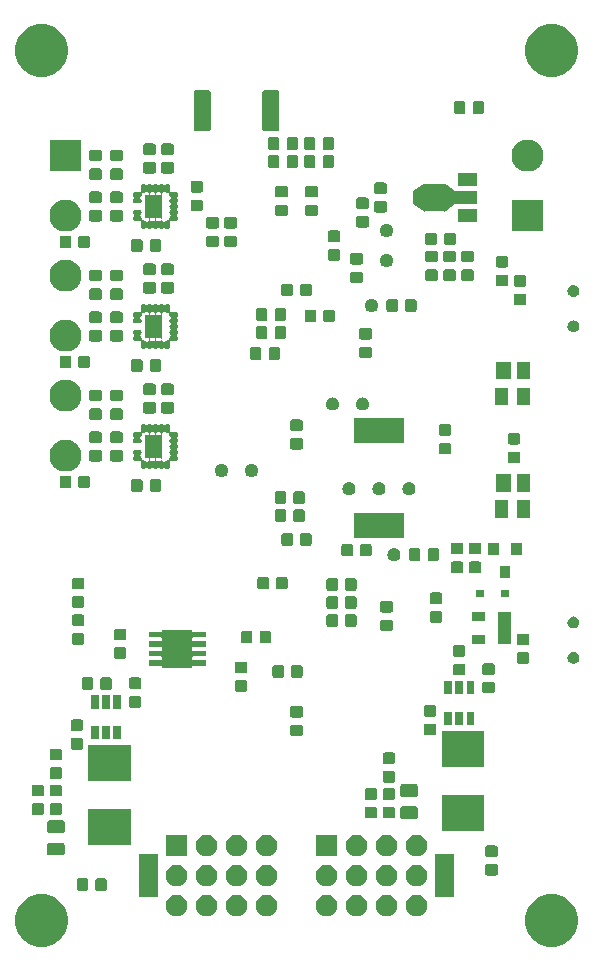
<source format=gbs>
G04 #@! TF.GenerationSoftware,KiCad,Pcbnew,(5.1.5)-3*
G04 #@! TF.CreationDate,2021-07-31T13:35:11-07:00*
G04 #@! TF.ProjectId,allfc,616c6c66-632e-46b6-9963-61645f706362,rev?*
G04 #@! TF.SameCoordinates,Original*
G04 #@! TF.FileFunction,Soldermask,Bot*
G04 #@! TF.FilePolarity,Negative*
%FSLAX46Y46*%
G04 Gerber Fmt 4.6, Leading zero omitted, Abs format (unit mm)*
G04 Created by KiCad (PCBNEW (5.1.5)-3) date 2021-07-31 13:35:11*
%MOMM*%
%LPD*%
G04 APERTURE LIST*
%ADD10C,0.127000*%
G04 APERTURE END LIST*
D10*
G36*
X113305880Y-138729776D02*
G01*
X113686593Y-138805504D01*
X114096249Y-138975189D01*
X114464929Y-139221534D01*
X114778466Y-139535071D01*
X115024811Y-139903751D01*
X115194496Y-140313407D01*
X115281000Y-140748296D01*
X115281000Y-141191704D01*
X115194496Y-141626593D01*
X115024811Y-142036249D01*
X114778466Y-142404929D01*
X114464929Y-142718466D01*
X114096249Y-142964811D01*
X113686593Y-143134496D01*
X113305880Y-143210224D01*
X113251705Y-143221000D01*
X112808295Y-143221000D01*
X112754120Y-143210224D01*
X112373407Y-143134496D01*
X111963751Y-142964811D01*
X111595071Y-142718466D01*
X111281534Y-142404929D01*
X111035189Y-142036249D01*
X110865504Y-141626593D01*
X110779000Y-141191704D01*
X110779000Y-140748296D01*
X110865504Y-140313407D01*
X111035189Y-139903751D01*
X111281534Y-139535071D01*
X111595071Y-139221534D01*
X111963751Y-138975189D01*
X112373407Y-138805504D01*
X112754120Y-138729776D01*
X112808295Y-138719000D01*
X113251705Y-138719000D01*
X113305880Y-138729776D01*
G37*
G36*
X70125880Y-138729776D02*
G01*
X70506593Y-138805504D01*
X70916249Y-138975189D01*
X71284929Y-139221534D01*
X71598466Y-139535071D01*
X71844811Y-139903751D01*
X72014496Y-140313407D01*
X72101000Y-140748296D01*
X72101000Y-141191704D01*
X72014496Y-141626593D01*
X71844811Y-142036249D01*
X71598466Y-142404929D01*
X71284929Y-142718466D01*
X70916249Y-142964811D01*
X70506593Y-143134496D01*
X70125880Y-143210224D01*
X70071705Y-143221000D01*
X69628295Y-143221000D01*
X69574120Y-143210224D01*
X69193407Y-143134496D01*
X68783751Y-142964811D01*
X68415071Y-142718466D01*
X68101534Y-142404929D01*
X67855189Y-142036249D01*
X67685504Y-141626593D01*
X67599000Y-141191704D01*
X67599000Y-140748296D01*
X67685504Y-140313407D01*
X67855189Y-139903751D01*
X68101534Y-139535071D01*
X68415071Y-139221534D01*
X68783751Y-138975189D01*
X69193407Y-138805504D01*
X69574120Y-138729776D01*
X69628295Y-138719000D01*
X70071705Y-138719000D01*
X70125880Y-138729776D01*
G37*
G36*
X96633512Y-138803927D02*
G01*
X96782812Y-138833624D01*
X96946784Y-138901544D01*
X97094354Y-139000147D01*
X97219853Y-139125646D01*
X97318456Y-139273216D01*
X97386376Y-139437188D01*
X97421000Y-139611259D01*
X97421000Y-139788741D01*
X97386376Y-139962812D01*
X97318456Y-140126784D01*
X97219853Y-140274354D01*
X97094354Y-140399853D01*
X96946784Y-140498456D01*
X96782812Y-140566376D01*
X96633512Y-140596073D01*
X96608742Y-140601000D01*
X96431258Y-140601000D01*
X96406488Y-140596073D01*
X96257188Y-140566376D01*
X96093216Y-140498456D01*
X95945646Y-140399853D01*
X95820147Y-140274354D01*
X95721544Y-140126784D01*
X95653624Y-139962812D01*
X95619000Y-139788741D01*
X95619000Y-139611259D01*
X95653624Y-139437188D01*
X95721544Y-139273216D01*
X95820147Y-139125646D01*
X95945646Y-139000147D01*
X96093216Y-138901544D01*
X96257188Y-138833624D01*
X96406488Y-138803927D01*
X96431258Y-138799000D01*
X96608742Y-138799000D01*
X96633512Y-138803927D01*
G37*
G36*
X83933512Y-138803927D02*
G01*
X84082812Y-138833624D01*
X84246784Y-138901544D01*
X84394354Y-139000147D01*
X84519853Y-139125646D01*
X84618456Y-139273216D01*
X84686376Y-139437188D01*
X84721000Y-139611259D01*
X84721000Y-139788741D01*
X84686376Y-139962812D01*
X84618456Y-140126784D01*
X84519853Y-140274354D01*
X84394354Y-140399853D01*
X84246784Y-140498456D01*
X84082812Y-140566376D01*
X83933512Y-140596073D01*
X83908742Y-140601000D01*
X83731258Y-140601000D01*
X83706488Y-140596073D01*
X83557188Y-140566376D01*
X83393216Y-140498456D01*
X83245646Y-140399853D01*
X83120147Y-140274354D01*
X83021544Y-140126784D01*
X82953624Y-139962812D01*
X82919000Y-139788741D01*
X82919000Y-139611259D01*
X82953624Y-139437188D01*
X83021544Y-139273216D01*
X83120147Y-139125646D01*
X83245646Y-139000147D01*
X83393216Y-138901544D01*
X83557188Y-138833624D01*
X83706488Y-138803927D01*
X83731258Y-138799000D01*
X83908742Y-138799000D01*
X83933512Y-138803927D01*
G37*
G36*
X81393512Y-138803927D02*
G01*
X81542812Y-138833624D01*
X81706784Y-138901544D01*
X81854354Y-139000147D01*
X81979853Y-139125646D01*
X82078456Y-139273216D01*
X82146376Y-139437188D01*
X82181000Y-139611259D01*
X82181000Y-139788741D01*
X82146376Y-139962812D01*
X82078456Y-140126784D01*
X81979853Y-140274354D01*
X81854354Y-140399853D01*
X81706784Y-140498456D01*
X81542812Y-140566376D01*
X81393512Y-140596073D01*
X81368742Y-140601000D01*
X81191258Y-140601000D01*
X81166488Y-140596073D01*
X81017188Y-140566376D01*
X80853216Y-140498456D01*
X80705646Y-140399853D01*
X80580147Y-140274354D01*
X80481544Y-140126784D01*
X80413624Y-139962812D01*
X80379000Y-139788741D01*
X80379000Y-139611259D01*
X80413624Y-139437188D01*
X80481544Y-139273216D01*
X80580147Y-139125646D01*
X80705646Y-139000147D01*
X80853216Y-138901544D01*
X81017188Y-138833624D01*
X81166488Y-138803927D01*
X81191258Y-138799000D01*
X81368742Y-138799000D01*
X81393512Y-138803927D01*
G37*
G36*
X86473512Y-138803927D02*
G01*
X86622812Y-138833624D01*
X86786784Y-138901544D01*
X86934354Y-139000147D01*
X87059853Y-139125646D01*
X87158456Y-139273216D01*
X87226376Y-139437188D01*
X87261000Y-139611259D01*
X87261000Y-139788741D01*
X87226376Y-139962812D01*
X87158456Y-140126784D01*
X87059853Y-140274354D01*
X86934354Y-140399853D01*
X86786784Y-140498456D01*
X86622812Y-140566376D01*
X86473512Y-140596073D01*
X86448742Y-140601000D01*
X86271258Y-140601000D01*
X86246488Y-140596073D01*
X86097188Y-140566376D01*
X85933216Y-140498456D01*
X85785646Y-140399853D01*
X85660147Y-140274354D01*
X85561544Y-140126784D01*
X85493624Y-139962812D01*
X85459000Y-139788741D01*
X85459000Y-139611259D01*
X85493624Y-139437188D01*
X85561544Y-139273216D01*
X85660147Y-139125646D01*
X85785646Y-139000147D01*
X85933216Y-138901544D01*
X86097188Y-138833624D01*
X86246488Y-138803927D01*
X86271258Y-138799000D01*
X86448742Y-138799000D01*
X86473512Y-138803927D01*
G37*
G36*
X89013512Y-138803927D02*
G01*
X89162812Y-138833624D01*
X89326784Y-138901544D01*
X89474354Y-139000147D01*
X89599853Y-139125646D01*
X89698456Y-139273216D01*
X89766376Y-139437188D01*
X89801000Y-139611259D01*
X89801000Y-139788741D01*
X89766376Y-139962812D01*
X89698456Y-140126784D01*
X89599853Y-140274354D01*
X89474354Y-140399853D01*
X89326784Y-140498456D01*
X89162812Y-140566376D01*
X89013512Y-140596073D01*
X88988742Y-140601000D01*
X88811258Y-140601000D01*
X88786488Y-140596073D01*
X88637188Y-140566376D01*
X88473216Y-140498456D01*
X88325646Y-140399853D01*
X88200147Y-140274354D01*
X88101544Y-140126784D01*
X88033624Y-139962812D01*
X87999000Y-139788741D01*
X87999000Y-139611259D01*
X88033624Y-139437188D01*
X88101544Y-139273216D01*
X88200147Y-139125646D01*
X88325646Y-139000147D01*
X88473216Y-138901544D01*
X88637188Y-138833624D01*
X88786488Y-138803927D01*
X88811258Y-138799000D01*
X88988742Y-138799000D01*
X89013512Y-138803927D01*
G37*
G36*
X99173512Y-138803927D02*
G01*
X99322812Y-138833624D01*
X99486784Y-138901544D01*
X99634354Y-139000147D01*
X99759853Y-139125646D01*
X99858456Y-139273216D01*
X99926376Y-139437188D01*
X99961000Y-139611259D01*
X99961000Y-139788741D01*
X99926376Y-139962812D01*
X99858456Y-140126784D01*
X99759853Y-140274354D01*
X99634354Y-140399853D01*
X99486784Y-140498456D01*
X99322812Y-140566376D01*
X99173512Y-140596073D01*
X99148742Y-140601000D01*
X98971258Y-140601000D01*
X98946488Y-140596073D01*
X98797188Y-140566376D01*
X98633216Y-140498456D01*
X98485646Y-140399853D01*
X98360147Y-140274354D01*
X98261544Y-140126784D01*
X98193624Y-139962812D01*
X98159000Y-139788741D01*
X98159000Y-139611259D01*
X98193624Y-139437188D01*
X98261544Y-139273216D01*
X98360147Y-139125646D01*
X98485646Y-139000147D01*
X98633216Y-138901544D01*
X98797188Y-138833624D01*
X98946488Y-138803927D01*
X98971258Y-138799000D01*
X99148742Y-138799000D01*
X99173512Y-138803927D01*
G37*
G36*
X101713512Y-138803927D02*
G01*
X101862812Y-138833624D01*
X102026784Y-138901544D01*
X102174354Y-139000147D01*
X102299853Y-139125646D01*
X102398456Y-139273216D01*
X102466376Y-139437188D01*
X102501000Y-139611259D01*
X102501000Y-139788741D01*
X102466376Y-139962812D01*
X102398456Y-140126784D01*
X102299853Y-140274354D01*
X102174354Y-140399853D01*
X102026784Y-140498456D01*
X101862812Y-140566376D01*
X101713512Y-140596073D01*
X101688742Y-140601000D01*
X101511258Y-140601000D01*
X101486488Y-140596073D01*
X101337188Y-140566376D01*
X101173216Y-140498456D01*
X101025646Y-140399853D01*
X100900147Y-140274354D01*
X100801544Y-140126784D01*
X100733624Y-139962812D01*
X100699000Y-139788741D01*
X100699000Y-139611259D01*
X100733624Y-139437188D01*
X100801544Y-139273216D01*
X100900147Y-139125646D01*
X101025646Y-139000147D01*
X101173216Y-138901544D01*
X101337188Y-138833624D01*
X101486488Y-138803927D01*
X101511258Y-138799000D01*
X101688742Y-138799000D01*
X101713512Y-138803927D01*
G37*
G36*
X94093512Y-138803927D02*
G01*
X94242812Y-138833624D01*
X94406784Y-138901544D01*
X94554354Y-139000147D01*
X94679853Y-139125646D01*
X94778456Y-139273216D01*
X94846376Y-139437188D01*
X94881000Y-139611259D01*
X94881000Y-139788741D01*
X94846376Y-139962812D01*
X94778456Y-140126784D01*
X94679853Y-140274354D01*
X94554354Y-140399853D01*
X94406784Y-140498456D01*
X94242812Y-140566376D01*
X94093512Y-140596073D01*
X94068742Y-140601000D01*
X93891258Y-140601000D01*
X93866488Y-140596073D01*
X93717188Y-140566376D01*
X93553216Y-140498456D01*
X93405646Y-140399853D01*
X93280147Y-140274354D01*
X93181544Y-140126784D01*
X93113624Y-139962812D01*
X93079000Y-139788741D01*
X93079000Y-139611259D01*
X93113624Y-139437188D01*
X93181544Y-139273216D01*
X93280147Y-139125646D01*
X93405646Y-139000147D01*
X93553216Y-138901544D01*
X93717188Y-138833624D01*
X93866488Y-138803927D01*
X93891258Y-138799000D01*
X94068742Y-138799000D01*
X94093512Y-138803927D01*
G37*
G36*
X104750500Y-139011000D02*
G01*
X103148500Y-139011000D01*
X103148500Y-135309000D01*
X104750500Y-135309000D01*
X104750500Y-139011000D01*
G37*
G36*
X79731500Y-139011000D02*
G01*
X78129500Y-139011000D01*
X78129500Y-135309000D01*
X79731500Y-135309000D01*
X79731500Y-139011000D01*
G37*
G36*
X75234091Y-137400085D02*
G01*
X75268069Y-137410393D01*
X75299390Y-137427134D01*
X75326839Y-137449661D01*
X75349366Y-137477110D01*
X75366107Y-137508431D01*
X75376415Y-137542409D01*
X75380500Y-137583890D01*
X75380500Y-138260110D01*
X75376415Y-138301591D01*
X75366107Y-138335569D01*
X75349366Y-138366890D01*
X75326839Y-138394339D01*
X75299390Y-138416866D01*
X75268069Y-138433607D01*
X75234091Y-138443915D01*
X75192610Y-138448000D01*
X74591390Y-138448000D01*
X74549909Y-138443915D01*
X74515931Y-138433607D01*
X74484610Y-138416866D01*
X74457161Y-138394339D01*
X74434634Y-138366890D01*
X74417893Y-138335569D01*
X74407585Y-138301591D01*
X74403500Y-138260110D01*
X74403500Y-137583890D01*
X74407585Y-137542409D01*
X74417893Y-137508431D01*
X74434634Y-137477110D01*
X74457161Y-137449661D01*
X74484610Y-137427134D01*
X74515931Y-137410393D01*
X74549909Y-137400085D01*
X74591390Y-137396000D01*
X75192610Y-137396000D01*
X75234091Y-137400085D01*
G37*
G36*
X73659091Y-137400085D02*
G01*
X73693069Y-137410393D01*
X73724390Y-137427134D01*
X73751839Y-137449661D01*
X73774366Y-137477110D01*
X73791107Y-137508431D01*
X73801415Y-137542409D01*
X73805500Y-137583890D01*
X73805500Y-138260110D01*
X73801415Y-138301591D01*
X73791107Y-138335569D01*
X73774366Y-138366890D01*
X73751839Y-138394339D01*
X73724390Y-138416866D01*
X73693069Y-138433607D01*
X73659091Y-138443915D01*
X73617610Y-138448000D01*
X73016390Y-138448000D01*
X72974909Y-138443915D01*
X72940931Y-138433607D01*
X72909610Y-138416866D01*
X72882161Y-138394339D01*
X72859634Y-138366890D01*
X72842893Y-138335569D01*
X72832585Y-138301591D01*
X72828500Y-138260110D01*
X72828500Y-137583890D01*
X72832585Y-137542409D01*
X72842893Y-137508431D01*
X72859634Y-137477110D01*
X72882161Y-137449661D01*
X72909610Y-137427134D01*
X72940931Y-137410393D01*
X72974909Y-137400085D01*
X73016390Y-137396000D01*
X73617610Y-137396000D01*
X73659091Y-137400085D01*
G37*
G36*
X101713512Y-136263927D02*
G01*
X101862812Y-136293624D01*
X102026784Y-136361544D01*
X102174354Y-136460147D01*
X102299853Y-136585646D01*
X102398456Y-136733216D01*
X102466376Y-136897188D01*
X102501000Y-137071259D01*
X102501000Y-137248741D01*
X102466376Y-137422812D01*
X102398456Y-137586784D01*
X102299853Y-137734354D01*
X102174354Y-137859853D01*
X102026784Y-137958456D01*
X101862812Y-138026376D01*
X101713512Y-138056073D01*
X101688742Y-138061000D01*
X101511258Y-138061000D01*
X101486488Y-138056073D01*
X101337188Y-138026376D01*
X101173216Y-137958456D01*
X101025646Y-137859853D01*
X100900147Y-137734354D01*
X100801544Y-137586784D01*
X100733624Y-137422812D01*
X100699000Y-137248741D01*
X100699000Y-137071259D01*
X100733624Y-136897188D01*
X100801544Y-136733216D01*
X100900147Y-136585646D01*
X101025646Y-136460147D01*
X101173216Y-136361544D01*
X101337188Y-136293624D01*
X101486488Y-136263927D01*
X101511258Y-136259000D01*
X101688742Y-136259000D01*
X101713512Y-136263927D01*
G37*
G36*
X96633512Y-136263927D02*
G01*
X96782812Y-136293624D01*
X96946784Y-136361544D01*
X97094354Y-136460147D01*
X97219853Y-136585646D01*
X97318456Y-136733216D01*
X97386376Y-136897188D01*
X97421000Y-137071259D01*
X97421000Y-137248741D01*
X97386376Y-137422812D01*
X97318456Y-137586784D01*
X97219853Y-137734354D01*
X97094354Y-137859853D01*
X96946784Y-137958456D01*
X96782812Y-138026376D01*
X96633512Y-138056073D01*
X96608742Y-138061000D01*
X96431258Y-138061000D01*
X96406488Y-138056073D01*
X96257188Y-138026376D01*
X96093216Y-137958456D01*
X95945646Y-137859853D01*
X95820147Y-137734354D01*
X95721544Y-137586784D01*
X95653624Y-137422812D01*
X95619000Y-137248741D01*
X95619000Y-137071259D01*
X95653624Y-136897188D01*
X95721544Y-136733216D01*
X95820147Y-136585646D01*
X95945646Y-136460147D01*
X96093216Y-136361544D01*
X96257188Y-136293624D01*
X96406488Y-136263927D01*
X96431258Y-136259000D01*
X96608742Y-136259000D01*
X96633512Y-136263927D01*
G37*
G36*
X94093512Y-136263927D02*
G01*
X94242812Y-136293624D01*
X94406784Y-136361544D01*
X94554354Y-136460147D01*
X94679853Y-136585646D01*
X94778456Y-136733216D01*
X94846376Y-136897188D01*
X94881000Y-137071259D01*
X94881000Y-137248741D01*
X94846376Y-137422812D01*
X94778456Y-137586784D01*
X94679853Y-137734354D01*
X94554354Y-137859853D01*
X94406784Y-137958456D01*
X94242812Y-138026376D01*
X94093512Y-138056073D01*
X94068742Y-138061000D01*
X93891258Y-138061000D01*
X93866488Y-138056073D01*
X93717188Y-138026376D01*
X93553216Y-137958456D01*
X93405646Y-137859853D01*
X93280147Y-137734354D01*
X93181544Y-137586784D01*
X93113624Y-137422812D01*
X93079000Y-137248741D01*
X93079000Y-137071259D01*
X93113624Y-136897188D01*
X93181544Y-136733216D01*
X93280147Y-136585646D01*
X93405646Y-136460147D01*
X93553216Y-136361544D01*
X93717188Y-136293624D01*
X93866488Y-136263927D01*
X93891258Y-136259000D01*
X94068742Y-136259000D01*
X94093512Y-136263927D01*
G37*
G36*
X99173512Y-136263927D02*
G01*
X99322812Y-136293624D01*
X99486784Y-136361544D01*
X99634354Y-136460147D01*
X99759853Y-136585646D01*
X99858456Y-136733216D01*
X99926376Y-136897188D01*
X99961000Y-137071259D01*
X99961000Y-137248741D01*
X99926376Y-137422812D01*
X99858456Y-137586784D01*
X99759853Y-137734354D01*
X99634354Y-137859853D01*
X99486784Y-137958456D01*
X99322812Y-138026376D01*
X99173512Y-138056073D01*
X99148742Y-138061000D01*
X98971258Y-138061000D01*
X98946488Y-138056073D01*
X98797188Y-138026376D01*
X98633216Y-137958456D01*
X98485646Y-137859853D01*
X98360147Y-137734354D01*
X98261544Y-137586784D01*
X98193624Y-137422812D01*
X98159000Y-137248741D01*
X98159000Y-137071259D01*
X98193624Y-136897188D01*
X98261544Y-136733216D01*
X98360147Y-136585646D01*
X98485646Y-136460147D01*
X98633216Y-136361544D01*
X98797188Y-136293624D01*
X98946488Y-136263927D01*
X98971258Y-136259000D01*
X99148742Y-136259000D01*
X99173512Y-136263927D01*
G37*
G36*
X89013512Y-136263927D02*
G01*
X89162812Y-136293624D01*
X89326784Y-136361544D01*
X89474354Y-136460147D01*
X89599853Y-136585646D01*
X89698456Y-136733216D01*
X89766376Y-136897188D01*
X89801000Y-137071259D01*
X89801000Y-137248741D01*
X89766376Y-137422812D01*
X89698456Y-137586784D01*
X89599853Y-137734354D01*
X89474354Y-137859853D01*
X89326784Y-137958456D01*
X89162812Y-138026376D01*
X89013512Y-138056073D01*
X88988742Y-138061000D01*
X88811258Y-138061000D01*
X88786488Y-138056073D01*
X88637188Y-138026376D01*
X88473216Y-137958456D01*
X88325646Y-137859853D01*
X88200147Y-137734354D01*
X88101544Y-137586784D01*
X88033624Y-137422812D01*
X87999000Y-137248741D01*
X87999000Y-137071259D01*
X88033624Y-136897188D01*
X88101544Y-136733216D01*
X88200147Y-136585646D01*
X88325646Y-136460147D01*
X88473216Y-136361544D01*
X88637188Y-136293624D01*
X88786488Y-136263927D01*
X88811258Y-136259000D01*
X88988742Y-136259000D01*
X89013512Y-136263927D01*
G37*
G36*
X86473512Y-136263927D02*
G01*
X86622812Y-136293624D01*
X86786784Y-136361544D01*
X86934354Y-136460147D01*
X87059853Y-136585646D01*
X87158456Y-136733216D01*
X87226376Y-136897188D01*
X87261000Y-137071259D01*
X87261000Y-137248741D01*
X87226376Y-137422812D01*
X87158456Y-137586784D01*
X87059853Y-137734354D01*
X86934354Y-137859853D01*
X86786784Y-137958456D01*
X86622812Y-138026376D01*
X86473512Y-138056073D01*
X86448742Y-138061000D01*
X86271258Y-138061000D01*
X86246488Y-138056073D01*
X86097188Y-138026376D01*
X85933216Y-137958456D01*
X85785646Y-137859853D01*
X85660147Y-137734354D01*
X85561544Y-137586784D01*
X85493624Y-137422812D01*
X85459000Y-137248741D01*
X85459000Y-137071259D01*
X85493624Y-136897188D01*
X85561544Y-136733216D01*
X85660147Y-136585646D01*
X85785646Y-136460147D01*
X85933216Y-136361544D01*
X86097188Y-136293624D01*
X86246488Y-136263927D01*
X86271258Y-136259000D01*
X86448742Y-136259000D01*
X86473512Y-136263927D01*
G37*
G36*
X83933512Y-136263927D02*
G01*
X84082812Y-136293624D01*
X84246784Y-136361544D01*
X84394354Y-136460147D01*
X84519853Y-136585646D01*
X84618456Y-136733216D01*
X84686376Y-136897188D01*
X84721000Y-137071259D01*
X84721000Y-137248741D01*
X84686376Y-137422812D01*
X84618456Y-137586784D01*
X84519853Y-137734354D01*
X84394354Y-137859853D01*
X84246784Y-137958456D01*
X84082812Y-138026376D01*
X83933512Y-138056073D01*
X83908742Y-138061000D01*
X83731258Y-138061000D01*
X83706488Y-138056073D01*
X83557188Y-138026376D01*
X83393216Y-137958456D01*
X83245646Y-137859853D01*
X83120147Y-137734354D01*
X83021544Y-137586784D01*
X82953624Y-137422812D01*
X82919000Y-137248741D01*
X82919000Y-137071259D01*
X82953624Y-136897188D01*
X83021544Y-136733216D01*
X83120147Y-136585646D01*
X83245646Y-136460147D01*
X83393216Y-136361544D01*
X83557188Y-136293624D01*
X83706488Y-136263927D01*
X83731258Y-136259000D01*
X83908742Y-136259000D01*
X83933512Y-136263927D01*
G37*
G36*
X81393512Y-136263927D02*
G01*
X81542812Y-136293624D01*
X81706784Y-136361544D01*
X81854354Y-136460147D01*
X81979853Y-136585646D01*
X82078456Y-136733216D01*
X82146376Y-136897188D01*
X82181000Y-137071259D01*
X82181000Y-137248741D01*
X82146376Y-137422812D01*
X82078456Y-137586784D01*
X81979853Y-137734354D01*
X81854354Y-137859853D01*
X81706784Y-137958456D01*
X81542812Y-138026376D01*
X81393512Y-138056073D01*
X81368742Y-138061000D01*
X81191258Y-138061000D01*
X81166488Y-138056073D01*
X81017188Y-138026376D01*
X80853216Y-137958456D01*
X80705646Y-137859853D01*
X80580147Y-137734354D01*
X80481544Y-137586784D01*
X80413624Y-137422812D01*
X80379000Y-137248741D01*
X80379000Y-137071259D01*
X80413624Y-136897188D01*
X80481544Y-136733216D01*
X80580147Y-136585646D01*
X80705646Y-136460147D01*
X80853216Y-136361544D01*
X81017188Y-136293624D01*
X81166488Y-136263927D01*
X81191258Y-136259000D01*
X81368742Y-136259000D01*
X81393512Y-136263927D01*
G37*
G36*
X108329591Y-136193085D02*
G01*
X108363569Y-136203393D01*
X108394890Y-136220134D01*
X108422339Y-136242661D01*
X108444866Y-136270110D01*
X108461607Y-136301431D01*
X108471915Y-136335409D01*
X108476000Y-136376890D01*
X108476000Y-136978110D01*
X108471915Y-137019591D01*
X108461607Y-137053569D01*
X108444866Y-137084890D01*
X108422339Y-137112339D01*
X108394890Y-137134866D01*
X108363569Y-137151607D01*
X108329591Y-137161915D01*
X108288110Y-137166000D01*
X107611890Y-137166000D01*
X107570409Y-137161915D01*
X107536431Y-137151607D01*
X107505110Y-137134866D01*
X107477661Y-137112339D01*
X107455134Y-137084890D01*
X107438393Y-137053569D01*
X107428085Y-137019591D01*
X107424000Y-136978110D01*
X107424000Y-136376890D01*
X107428085Y-136335409D01*
X107438393Y-136301431D01*
X107455134Y-136270110D01*
X107477661Y-136242661D01*
X107505110Y-136220134D01*
X107536431Y-136203393D01*
X107570409Y-136193085D01*
X107611890Y-136189000D01*
X108288110Y-136189000D01*
X108329591Y-136193085D01*
G37*
G36*
X108329591Y-134618085D02*
G01*
X108363569Y-134628393D01*
X108394890Y-134645134D01*
X108422339Y-134667661D01*
X108444866Y-134695110D01*
X108461607Y-134726431D01*
X108471915Y-134760409D01*
X108476000Y-134801890D01*
X108476000Y-135403110D01*
X108471915Y-135444591D01*
X108461607Y-135478569D01*
X108444866Y-135509890D01*
X108422339Y-135537339D01*
X108394890Y-135559866D01*
X108363569Y-135576607D01*
X108329591Y-135586915D01*
X108288110Y-135591000D01*
X107611890Y-135591000D01*
X107570409Y-135586915D01*
X107536431Y-135576607D01*
X107505110Y-135559866D01*
X107477661Y-135537339D01*
X107455134Y-135509890D01*
X107438393Y-135478569D01*
X107428085Y-135444591D01*
X107424000Y-135403110D01*
X107424000Y-134801890D01*
X107428085Y-134760409D01*
X107438393Y-134726431D01*
X107455134Y-134695110D01*
X107477661Y-134667661D01*
X107505110Y-134645134D01*
X107536431Y-134628393D01*
X107570409Y-134618085D01*
X107611890Y-134614000D01*
X108288110Y-134614000D01*
X108329591Y-134618085D01*
G37*
G36*
X101713512Y-133723927D02*
G01*
X101862812Y-133753624D01*
X102026784Y-133821544D01*
X102174354Y-133920147D01*
X102299853Y-134045646D01*
X102398456Y-134193216D01*
X102466376Y-134357188D01*
X102501000Y-134531259D01*
X102501000Y-134708741D01*
X102466376Y-134882812D01*
X102398456Y-135046784D01*
X102299853Y-135194354D01*
X102174354Y-135319853D01*
X102026784Y-135418456D01*
X101862812Y-135486376D01*
X101713512Y-135516073D01*
X101688742Y-135521000D01*
X101511258Y-135521000D01*
X101486488Y-135516073D01*
X101337188Y-135486376D01*
X101173216Y-135418456D01*
X101025646Y-135319853D01*
X100900147Y-135194354D01*
X100801544Y-135046784D01*
X100733624Y-134882812D01*
X100699000Y-134708741D01*
X100699000Y-134531259D01*
X100733624Y-134357188D01*
X100801544Y-134193216D01*
X100900147Y-134045646D01*
X101025646Y-133920147D01*
X101173216Y-133821544D01*
X101337188Y-133753624D01*
X101486488Y-133723927D01*
X101511258Y-133719000D01*
X101688742Y-133719000D01*
X101713512Y-133723927D01*
G37*
G36*
X82181000Y-135521000D02*
G01*
X80379000Y-135521000D01*
X80379000Y-133719000D01*
X82181000Y-133719000D01*
X82181000Y-135521000D01*
G37*
G36*
X83933512Y-133723927D02*
G01*
X84082812Y-133753624D01*
X84246784Y-133821544D01*
X84394354Y-133920147D01*
X84519853Y-134045646D01*
X84618456Y-134193216D01*
X84686376Y-134357188D01*
X84721000Y-134531259D01*
X84721000Y-134708741D01*
X84686376Y-134882812D01*
X84618456Y-135046784D01*
X84519853Y-135194354D01*
X84394354Y-135319853D01*
X84246784Y-135418456D01*
X84082812Y-135486376D01*
X83933512Y-135516073D01*
X83908742Y-135521000D01*
X83731258Y-135521000D01*
X83706488Y-135516073D01*
X83557188Y-135486376D01*
X83393216Y-135418456D01*
X83245646Y-135319853D01*
X83120147Y-135194354D01*
X83021544Y-135046784D01*
X82953624Y-134882812D01*
X82919000Y-134708741D01*
X82919000Y-134531259D01*
X82953624Y-134357188D01*
X83021544Y-134193216D01*
X83120147Y-134045646D01*
X83245646Y-133920147D01*
X83393216Y-133821544D01*
X83557188Y-133753624D01*
X83706488Y-133723927D01*
X83731258Y-133719000D01*
X83908742Y-133719000D01*
X83933512Y-133723927D01*
G37*
G36*
X89013512Y-133723927D02*
G01*
X89162812Y-133753624D01*
X89326784Y-133821544D01*
X89474354Y-133920147D01*
X89599853Y-134045646D01*
X89698456Y-134193216D01*
X89766376Y-134357188D01*
X89801000Y-134531259D01*
X89801000Y-134708741D01*
X89766376Y-134882812D01*
X89698456Y-135046784D01*
X89599853Y-135194354D01*
X89474354Y-135319853D01*
X89326784Y-135418456D01*
X89162812Y-135486376D01*
X89013512Y-135516073D01*
X88988742Y-135521000D01*
X88811258Y-135521000D01*
X88786488Y-135516073D01*
X88637188Y-135486376D01*
X88473216Y-135418456D01*
X88325646Y-135319853D01*
X88200147Y-135194354D01*
X88101544Y-135046784D01*
X88033624Y-134882812D01*
X87999000Y-134708741D01*
X87999000Y-134531259D01*
X88033624Y-134357188D01*
X88101544Y-134193216D01*
X88200147Y-134045646D01*
X88325646Y-133920147D01*
X88473216Y-133821544D01*
X88637188Y-133753624D01*
X88786488Y-133723927D01*
X88811258Y-133719000D01*
X88988742Y-133719000D01*
X89013512Y-133723927D01*
G37*
G36*
X96633512Y-133723927D02*
G01*
X96782812Y-133753624D01*
X96946784Y-133821544D01*
X97094354Y-133920147D01*
X97219853Y-134045646D01*
X97318456Y-134193216D01*
X97386376Y-134357188D01*
X97421000Y-134531259D01*
X97421000Y-134708741D01*
X97386376Y-134882812D01*
X97318456Y-135046784D01*
X97219853Y-135194354D01*
X97094354Y-135319853D01*
X96946784Y-135418456D01*
X96782812Y-135486376D01*
X96633512Y-135516073D01*
X96608742Y-135521000D01*
X96431258Y-135521000D01*
X96406488Y-135516073D01*
X96257188Y-135486376D01*
X96093216Y-135418456D01*
X95945646Y-135319853D01*
X95820147Y-135194354D01*
X95721544Y-135046784D01*
X95653624Y-134882812D01*
X95619000Y-134708741D01*
X95619000Y-134531259D01*
X95653624Y-134357188D01*
X95721544Y-134193216D01*
X95820147Y-134045646D01*
X95945646Y-133920147D01*
X96093216Y-133821544D01*
X96257188Y-133753624D01*
X96406488Y-133723927D01*
X96431258Y-133719000D01*
X96608742Y-133719000D01*
X96633512Y-133723927D01*
G37*
G36*
X99173512Y-133723927D02*
G01*
X99322812Y-133753624D01*
X99486784Y-133821544D01*
X99634354Y-133920147D01*
X99759853Y-134045646D01*
X99858456Y-134193216D01*
X99926376Y-134357188D01*
X99961000Y-134531259D01*
X99961000Y-134708741D01*
X99926376Y-134882812D01*
X99858456Y-135046784D01*
X99759853Y-135194354D01*
X99634354Y-135319853D01*
X99486784Y-135418456D01*
X99322812Y-135486376D01*
X99173512Y-135516073D01*
X99148742Y-135521000D01*
X98971258Y-135521000D01*
X98946488Y-135516073D01*
X98797188Y-135486376D01*
X98633216Y-135418456D01*
X98485646Y-135319853D01*
X98360147Y-135194354D01*
X98261544Y-135046784D01*
X98193624Y-134882812D01*
X98159000Y-134708741D01*
X98159000Y-134531259D01*
X98193624Y-134357188D01*
X98261544Y-134193216D01*
X98360147Y-134045646D01*
X98485646Y-133920147D01*
X98633216Y-133821544D01*
X98797188Y-133753624D01*
X98946488Y-133723927D01*
X98971258Y-133719000D01*
X99148742Y-133719000D01*
X99173512Y-133723927D01*
G37*
G36*
X94881000Y-135521000D02*
G01*
X93079000Y-135521000D01*
X93079000Y-133719000D01*
X94881000Y-133719000D01*
X94881000Y-135521000D01*
G37*
G36*
X86473512Y-133723927D02*
G01*
X86622812Y-133753624D01*
X86786784Y-133821544D01*
X86934354Y-133920147D01*
X87059853Y-134045646D01*
X87158456Y-134193216D01*
X87226376Y-134357188D01*
X87261000Y-134531259D01*
X87261000Y-134708741D01*
X87226376Y-134882812D01*
X87158456Y-135046784D01*
X87059853Y-135194354D01*
X86934354Y-135319853D01*
X86786784Y-135418456D01*
X86622812Y-135486376D01*
X86473512Y-135516073D01*
X86448742Y-135521000D01*
X86271258Y-135521000D01*
X86246488Y-135516073D01*
X86097188Y-135486376D01*
X85933216Y-135418456D01*
X85785646Y-135319853D01*
X85660147Y-135194354D01*
X85561544Y-135046784D01*
X85493624Y-134882812D01*
X85459000Y-134708741D01*
X85459000Y-134531259D01*
X85493624Y-134357188D01*
X85561544Y-134193216D01*
X85660147Y-134045646D01*
X85785646Y-133920147D01*
X85933216Y-133821544D01*
X86097188Y-133753624D01*
X86246488Y-133723927D01*
X86271258Y-133719000D01*
X86448742Y-133719000D01*
X86473512Y-133723927D01*
G37*
G36*
X71640968Y-134373565D02*
G01*
X71679638Y-134385296D01*
X71715277Y-134404346D01*
X71746517Y-134429983D01*
X71772154Y-134461223D01*
X71791204Y-134496862D01*
X71802935Y-134535532D01*
X71807500Y-134581888D01*
X71807500Y-135233112D01*
X71802935Y-135279468D01*
X71791204Y-135318138D01*
X71772154Y-135353777D01*
X71746517Y-135385017D01*
X71715277Y-135410654D01*
X71679638Y-135429704D01*
X71640968Y-135441435D01*
X71594612Y-135446000D01*
X70518388Y-135446000D01*
X70472032Y-135441435D01*
X70433362Y-135429704D01*
X70397723Y-135410654D01*
X70366483Y-135385017D01*
X70340846Y-135353777D01*
X70321796Y-135318138D01*
X70310065Y-135279468D01*
X70305500Y-135233112D01*
X70305500Y-134581888D01*
X70310065Y-134535532D01*
X70321796Y-134496862D01*
X70340846Y-134461223D01*
X70366483Y-134429983D01*
X70397723Y-134404346D01*
X70433362Y-134385296D01*
X70472032Y-134373565D01*
X70518388Y-134369000D01*
X71594612Y-134369000D01*
X71640968Y-134373565D01*
G37*
G36*
X77429500Y-134616500D02*
G01*
X73827500Y-134616500D01*
X73827500Y-131564500D01*
X77429500Y-131564500D01*
X77429500Y-134616500D01*
G37*
G36*
X71640968Y-132498565D02*
G01*
X71679638Y-132510296D01*
X71715277Y-132529346D01*
X71746517Y-132554983D01*
X71772154Y-132586223D01*
X71791204Y-132621862D01*
X71802935Y-132660532D01*
X71807500Y-132706888D01*
X71807500Y-133358112D01*
X71802935Y-133404468D01*
X71791204Y-133443138D01*
X71772154Y-133478777D01*
X71746517Y-133510017D01*
X71715277Y-133535654D01*
X71679638Y-133554704D01*
X71640968Y-133566435D01*
X71594612Y-133571000D01*
X70518388Y-133571000D01*
X70472032Y-133566435D01*
X70433362Y-133554704D01*
X70397723Y-133535654D01*
X70366483Y-133510017D01*
X70340846Y-133478777D01*
X70321796Y-133443138D01*
X70310065Y-133404468D01*
X70305500Y-133358112D01*
X70305500Y-132706888D01*
X70310065Y-132660532D01*
X70321796Y-132621862D01*
X70340846Y-132586223D01*
X70366483Y-132554983D01*
X70397723Y-132529346D01*
X70433362Y-132510296D01*
X70472032Y-132498565D01*
X70518388Y-132494000D01*
X71594612Y-132494000D01*
X71640968Y-132498565D01*
G37*
G36*
X107338000Y-133410000D02*
G01*
X103736000Y-133410000D01*
X103736000Y-130358000D01*
X107338000Y-130358000D01*
X107338000Y-133410000D01*
G37*
G36*
X101549468Y-131292065D02*
G01*
X101588138Y-131303796D01*
X101623777Y-131322846D01*
X101655017Y-131348483D01*
X101680654Y-131379723D01*
X101699704Y-131415362D01*
X101711435Y-131454032D01*
X101716000Y-131500388D01*
X101716000Y-132151612D01*
X101711435Y-132197968D01*
X101699704Y-132236638D01*
X101680654Y-132272277D01*
X101655017Y-132303517D01*
X101623777Y-132329154D01*
X101588138Y-132348204D01*
X101549468Y-132359935D01*
X101503112Y-132364500D01*
X100426888Y-132364500D01*
X100380532Y-132359935D01*
X100341862Y-132348204D01*
X100306223Y-132329154D01*
X100274983Y-132303517D01*
X100249346Y-132272277D01*
X100230296Y-132236638D01*
X100218565Y-132197968D01*
X100214000Y-132151612D01*
X100214000Y-131500388D01*
X100218565Y-131454032D01*
X100230296Y-131415362D01*
X100249346Y-131379723D01*
X100274983Y-131348483D01*
X100306223Y-131322846D01*
X100341862Y-131303796D01*
X100380532Y-131292065D01*
X100426888Y-131287500D01*
X101503112Y-131287500D01*
X101549468Y-131292065D01*
G37*
G36*
X99630091Y-131341585D02*
G01*
X99664069Y-131351893D01*
X99695390Y-131368634D01*
X99722839Y-131391161D01*
X99745366Y-131418610D01*
X99762107Y-131449931D01*
X99772415Y-131483909D01*
X99776500Y-131525390D01*
X99776500Y-132126610D01*
X99772415Y-132168091D01*
X99762107Y-132202069D01*
X99745366Y-132233390D01*
X99722839Y-132260839D01*
X99695390Y-132283366D01*
X99664069Y-132300107D01*
X99630091Y-132310415D01*
X99588610Y-132314500D01*
X98912390Y-132314500D01*
X98870909Y-132310415D01*
X98836931Y-132300107D01*
X98805610Y-132283366D01*
X98778161Y-132260839D01*
X98755634Y-132233390D01*
X98738893Y-132202069D01*
X98728585Y-132168091D01*
X98724500Y-132126610D01*
X98724500Y-131525390D01*
X98728585Y-131483909D01*
X98738893Y-131449931D01*
X98755634Y-131418610D01*
X98778161Y-131391161D01*
X98805610Y-131368634D01*
X98836931Y-131351893D01*
X98870909Y-131341585D01*
X98912390Y-131337500D01*
X99588610Y-131337500D01*
X99630091Y-131341585D01*
G37*
G36*
X98106091Y-131341585D02*
G01*
X98140069Y-131351893D01*
X98171390Y-131368634D01*
X98198839Y-131391161D01*
X98221366Y-131418610D01*
X98238107Y-131449931D01*
X98248415Y-131483909D01*
X98252500Y-131525390D01*
X98252500Y-132126610D01*
X98248415Y-132168091D01*
X98238107Y-132202069D01*
X98221366Y-132233390D01*
X98198839Y-132260839D01*
X98171390Y-132283366D01*
X98140069Y-132300107D01*
X98106091Y-132310415D01*
X98064610Y-132314500D01*
X97388390Y-132314500D01*
X97346909Y-132310415D01*
X97312931Y-132300107D01*
X97281610Y-132283366D01*
X97254161Y-132260839D01*
X97231634Y-132233390D01*
X97214893Y-132202069D01*
X97204585Y-132168091D01*
X97200500Y-132126610D01*
X97200500Y-131525390D01*
X97204585Y-131483909D01*
X97214893Y-131449931D01*
X97231634Y-131418610D01*
X97254161Y-131391161D01*
X97281610Y-131368634D01*
X97312931Y-131351893D01*
X97346909Y-131341585D01*
X97388390Y-131337500D01*
X98064610Y-131337500D01*
X98106091Y-131341585D01*
G37*
G36*
X71436091Y-131049585D02*
G01*
X71470069Y-131059893D01*
X71501390Y-131076634D01*
X71528839Y-131099161D01*
X71551366Y-131126610D01*
X71568107Y-131157931D01*
X71578415Y-131191909D01*
X71582500Y-131233390D01*
X71582500Y-131834610D01*
X71578415Y-131876091D01*
X71568107Y-131910069D01*
X71551366Y-131941390D01*
X71528839Y-131968839D01*
X71501390Y-131991366D01*
X71470069Y-132008107D01*
X71436091Y-132018415D01*
X71394610Y-132022500D01*
X70718390Y-132022500D01*
X70676909Y-132018415D01*
X70642931Y-132008107D01*
X70611610Y-131991366D01*
X70584161Y-131968839D01*
X70561634Y-131941390D01*
X70544893Y-131910069D01*
X70534585Y-131876091D01*
X70530500Y-131834610D01*
X70530500Y-131233390D01*
X70534585Y-131191909D01*
X70544893Y-131157931D01*
X70561634Y-131126610D01*
X70584161Y-131099161D01*
X70611610Y-131076634D01*
X70642931Y-131059893D01*
X70676909Y-131049585D01*
X70718390Y-131045500D01*
X71394610Y-131045500D01*
X71436091Y-131049585D01*
G37*
G36*
X69912091Y-131049585D02*
G01*
X69946069Y-131059893D01*
X69977390Y-131076634D01*
X70004839Y-131099161D01*
X70027366Y-131126610D01*
X70044107Y-131157931D01*
X70054415Y-131191909D01*
X70058500Y-131233390D01*
X70058500Y-131834610D01*
X70054415Y-131876091D01*
X70044107Y-131910069D01*
X70027366Y-131941390D01*
X70004839Y-131968839D01*
X69977390Y-131991366D01*
X69946069Y-132008107D01*
X69912091Y-132018415D01*
X69870610Y-132022500D01*
X69194390Y-132022500D01*
X69152909Y-132018415D01*
X69118931Y-132008107D01*
X69087610Y-131991366D01*
X69060161Y-131968839D01*
X69037634Y-131941390D01*
X69020893Y-131910069D01*
X69010585Y-131876091D01*
X69006500Y-131834610D01*
X69006500Y-131233390D01*
X69010585Y-131191909D01*
X69020893Y-131157931D01*
X69037634Y-131126610D01*
X69060161Y-131099161D01*
X69087610Y-131076634D01*
X69118931Y-131059893D01*
X69152909Y-131049585D01*
X69194390Y-131045500D01*
X69870610Y-131045500D01*
X69912091Y-131049585D01*
G37*
G36*
X99630091Y-129766585D02*
G01*
X99664069Y-129776893D01*
X99695390Y-129793634D01*
X99722839Y-129816161D01*
X99745366Y-129843610D01*
X99762107Y-129874931D01*
X99772415Y-129908909D01*
X99776500Y-129950390D01*
X99776500Y-130551610D01*
X99772415Y-130593091D01*
X99762107Y-130627069D01*
X99745366Y-130658390D01*
X99722839Y-130685839D01*
X99695390Y-130708366D01*
X99664069Y-130725107D01*
X99630091Y-130735415D01*
X99588610Y-130739500D01*
X98912390Y-130739500D01*
X98870909Y-130735415D01*
X98836931Y-130725107D01*
X98805610Y-130708366D01*
X98778161Y-130685839D01*
X98755634Y-130658390D01*
X98738893Y-130627069D01*
X98728585Y-130593091D01*
X98724500Y-130551610D01*
X98724500Y-129950390D01*
X98728585Y-129908909D01*
X98738893Y-129874931D01*
X98755634Y-129843610D01*
X98778161Y-129816161D01*
X98805610Y-129793634D01*
X98836931Y-129776893D01*
X98870909Y-129766585D01*
X98912390Y-129762500D01*
X99588610Y-129762500D01*
X99630091Y-129766585D01*
G37*
G36*
X98106091Y-129766585D02*
G01*
X98140069Y-129776893D01*
X98171390Y-129793634D01*
X98198839Y-129816161D01*
X98221366Y-129843610D01*
X98238107Y-129874931D01*
X98248415Y-129908909D01*
X98252500Y-129950390D01*
X98252500Y-130551610D01*
X98248415Y-130593091D01*
X98238107Y-130627069D01*
X98221366Y-130658390D01*
X98198839Y-130685839D01*
X98171390Y-130708366D01*
X98140069Y-130725107D01*
X98106091Y-130735415D01*
X98064610Y-130739500D01*
X97388390Y-130739500D01*
X97346909Y-130735415D01*
X97312931Y-130725107D01*
X97281610Y-130708366D01*
X97254161Y-130685839D01*
X97231634Y-130658390D01*
X97214893Y-130627069D01*
X97204585Y-130593091D01*
X97200500Y-130551610D01*
X97200500Y-129950390D01*
X97204585Y-129908909D01*
X97214893Y-129874931D01*
X97231634Y-129843610D01*
X97254161Y-129816161D01*
X97281610Y-129793634D01*
X97312931Y-129776893D01*
X97346909Y-129766585D01*
X97388390Y-129762500D01*
X98064610Y-129762500D01*
X98106091Y-129766585D01*
G37*
G36*
X101549468Y-129417065D02*
G01*
X101588138Y-129428796D01*
X101623777Y-129447846D01*
X101655017Y-129473483D01*
X101680654Y-129504723D01*
X101699704Y-129540362D01*
X101711435Y-129579032D01*
X101716000Y-129625388D01*
X101716000Y-130276612D01*
X101711435Y-130322968D01*
X101699704Y-130361638D01*
X101680654Y-130397277D01*
X101655017Y-130428517D01*
X101623777Y-130454154D01*
X101588138Y-130473204D01*
X101549468Y-130484935D01*
X101503112Y-130489500D01*
X100426888Y-130489500D01*
X100380532Y-130484935D01*
X100341862Y-130473204D01*
X100306223Y-130454154D01*
X100274983Y-130428517D01*
X100249346Y-130397277D01*
X100230296Y-130361638D01*
X100218565Y-130322968D01*
X100214000Y-130276612D01*
X100214000Y-129625388D01*
X100218565Y-129579032D01*
X100230296Y-129540362D01*
X100249346Y-129504723D01*
X100274983Y-129473483D01*
X100306223Y-129447846D01*
X100341862Y-129428796D01*
X100380532Y-129417065D01*
X100426888Y-129412500D01*
X101503112Y-129412500D01*
X101549468Y-129417065D01*
G37*
G36*
X69912091Y-129474585D02*
G01*
X69946069Y-129484893D01*
X69977390Y-129501634D01*
X70004839Y-129524161D01*
X70027366Y-129551610D01*
X70044107Y-129582931D01*
X70054415Y-129616909D01*
X70058500Y-129658390D01*
X70058500Y-130259610D01*
X70054415Y-130301091D01*
X70044107Y-130335069D01*
X70027366Y-130366390D01*
X70004839Y-130393839D01*
X69977390Y-130416366D01*
X69946069Y-130433107D01*
X69912091Y-130443415D01*
X69870610Y-130447500D01*
X69194390Y-130447500D01*
X69152909Y-130443415D01*
X69118931Y-130433107D01*
X69087610Y-130416366D01*
X69060161Y-130393839D01*
X69037634Y-130366390D01*
X69020893Y-130335069D01*
X69010585Y-130301091D01*
X69006500Y-130259610D01*
X69006500Y-129658390D01*
X69010585Y-129616909D01*
X69020893Y-129582931D01*
X69037634Y-129551610D01*
X69060161Y-129524161D01*
X69087610Y-129501634D01*
X69118931Y-129484893D01*
X69152909Y-129474585D01*
X69194390Y-129470500D01*
X69870610Y-129470500D01*
X69912091Y-129474585D01*
G37*
G36*
X71436091Y-129474585D02*
G01*
X71470069Y-129484893D01*
X71501390Y-129501634D01*
X71528839Y-129524161D01*
X71551366Y-129551610D01*
X71568107Y-129582931D01*
X71578415Y-129616909D01*
X71582500Y-129658390D01*
X71582500Y-130259610D01*
X71578415Y-130301091D01*
X71568107Y-130335069D01*
X71551366Y-130366390D01*
X71528839Y-130393839D01*
X71501390Y-130416366D01*
X71470069Y-130433107D01*
X71436091Y-130443415D01*
X71394610Y-130447500D01*
X70718390Y-130447500D01*
X70676909Y-130443415D01*
X70642931Y-130433107D01*
X70611610Y-130416366D01*
X70584161Y-130393839D01*
X70561634Y-130366390D01*
X70544893Y-130335069D01*
X70534585Y-130301091D01*
X70530500Y-130259610D01*
X70530500Y-129658390D01*
X70534585Y-129616909D01*
X70544893Y-129582931D01*
X70561634Y-129551610D01*
X70584161Y-129524161D01*
X70611610Y-129501634D01*
X70642931Y-129484893D01*
X70676909Y-129474585D01*
X70718390Y-129470500D01*
X71394610Y-129470500D01*
X71436091Y-129474585D01*
G37*
G36*
X99630091Y-128319085D02*
G01*
X99664069Y-128329393D01*
X99695390Y-128346134D01*
X99722839Y-128368661D01*
X99745366Y-128396110D01*
X99762107Y-128427431D01*
X99772415Y-128461409D01*
X99776500Y-128502890D01*
X99776500Y-129104110D01*
X99772415Y-129145591D01*
X99762107Y-129179569D01*
X99745366Y-129210890D01*
X99722839Y-129238339D01*
X99695390Y-129260866D01*
X99664069Y-129277607D01*
X99630091Y-129287915D01*
X99588610Y-129292000D01*
X98912390Y-129292000D01*
X98870909Y-129287915D01*
X98836931Y-129277607D01*
X98805610Y-129260866D01*
X98778161Y-129238339D01*
X98755634Y-129210890D01*
X98738893Y-129179569D01*
X98728585Y-129145591D01*
X98724500Y-129104110D01*
X98724500Y-128502890D01*
X98728585Y-128461409D01*
X98738893Y-128427431D01*
X98755634Y-128396110D01*
X98778161Y-128368661D01*
X98805610Y-128346134D01*
X98836931Y-128329393D01*
X98870909Y-128319085D01*
X98912390Y-128315000D01*
X99588610Y-128315000D01*
X99630091Y-128319085D01*
G37*
G36*
X77429500Y-129166500D02*
G01*
X73827500Y-129166500D01*
X73827500Y-126114500D01*
X77429500Y-126114500D01*
X77429500Y-129166500D01*
G37*
G36*
X71436091Y-128001585D02*
G01*
X71470069Y-128011893D01*
X71501390Y-128028634D01*
X71528839Y-128051161D01*
X71551366Y-128078610D01*
X71568107Y-128109931D01*
X71578415Y-128143909D01*
X71582500Y-128185390D01*
X71582500Y-128786610D01*
X71578415Y-128828091D01*
X71568107Y-128862069D01*
X71551366Y-128893390D01*
X71528839Y-128920839D01*
X71501390Y-128943366D01*
X71470069Y-128960107D01*
X71436091Y-128970415D01*
X71394610Y-128974500D01*
X70718390Y-128974500D01*
X70676909Y-128970415D01*
X70642931Y-128960107D01*
X70611610Y-128943366D01*
X70584161Y-128920839D01*
X70561634Y-128893390D01*
X70544893Y-128862069D01*
X70534585Y-128828091D01*
X70530500Y-128786610D01*
X70530500Y-128185390D01*
X70534585Y-128143909D01*
X70544893Y-128109931D01*
X70561634Y-128078610D01*
X70584161Y-128051161D01*
X70611610Y-128028634D01*
X70642931Y-128011893D01*
X70676909Y-128001585D01*
X70718390Y-127997500D01*
X71394610Y-127997500D01*
X71436091Y-128001585D01*
G37*
G36*
X107338000Y-127960000D02*
G01*
X103736000Y-127960000D01*
X103736000Y-124908000D01*
X107338000Y-124908000D01*
X107338000Y-127960000D01*
G37*
G36*
X99630091Y-126744085D02*
G01*
X99664069Y-126754393D01*
X99695390Y-126771134D01*
X99722839Y-126793661D01*
X99745366Y-126821110D01*
X99762107Y-126852431D01*
X99772415Y-126886409D01*
X99776500Y-126927890D01*
X99776500Y-127529110D01*
X99772415Y-127570591D01*
X99762107Y-127604569D01*
X99745366Y-127635890D01*
X99722839Y-127663339D01*
X99695390Y-127685866D01*
X99664069Y-127702607D01*
X99630091Y-127712915D01*
X99588610Y-127717000D01*
X98912390Y-127717000D01*
X98870909Y-127712915D01*
X98836931Y-127702607D01*
X98805610Y-127685866D01*
X98778161Y-127663339D01*
X98755634Y-127635890D01*
X98738893Y-127604569D01*
X98728585Y-127570591D01*
X98724500Y-127529110D01*
X98724500Y-126927890D01*
X98728585Y-126886409D01*
X98738893Y-126852431D01*
X98755634Y-126821110D01*
X98778161Y-126793661D01*
X98805610Y-126771134D01*
X98836931Y-126754393D01*
X98870909Y-126744085D01*
X98912390Y-126740000D01*
X99588610Y-126740000D01*
X99630091Y-126744085D01*
G37*
G36*
X71436091Y-126426585D02*
G01*
X71470069Y-126436893D01*
X71501390Y-126453634D01*
X71528839Y-126476161D01*
X71551366Y-126503610D01*
X71568107Y-126534931D01*
X71578415Y-126568909D01*
X71582500Y-126610390D01*
X71582500Y-127211610D01*
X71578415Y-127253091D01*
X71568107Y-127287069D01*
X71551366Y-127318390D01*
X71528839Y-127345839D01*
X71501390Y-127368366D01*
X71470069Y-127385107D01*
X71436091Y-127395415D01*
X71394610Y-127399500D01*
X70718390Y-127399500D01*
X70676909Y-127395415D01*
X70642931Y-127385107D01*
X70611610Y-127368366D01*
X70584161Y-127345839D01*
X70561634Y-127318390D01*
X70544893Y-127287069D01*
X70534585Y-127253091D01*
X70530500Y-127211610D01*
X70530500Y-126610390D01*
X70534585Y-126568909D01*
X70544893Y-126534931D01*
X70561634Y-126503610D01*
X70584161Y-126476161D01*
X70611610Y-126453634D01*
X70642931Y-126436893D01*
X70676909Y-126426585D01*
X70718390Y-126422500D01*
X71394610Y-126422500D01*
X71436091Y-126426585D01*
G37*
G36*
X73214091Y-125525085D02*
G01*
X73248069Y-125535393D01*
X73279390Y-125552134D01*
X73306839Y-125574661D01*
X73329366Y-125602110D01*
X73346107Y-125633431D01*
X73356415Y-125667409D01*
X73360500Y-125708890D01*
X73360500Y-126310110D01*
X73356415Y-126351591D01*
X73346107Y-126385569D01*
X73329366Y-126416890D01*
X73306839Y-126444339D01*
X73279390Y-126466866D01*
X73248069Y-126483607D01*
X73214091Y-126493915D01*
X73172610Y-126498000D01*
X72496390Y-126498000D01*
X72454909Y-126493915D01*
X72420931Y-126483607D01*
X72389610Y-126466866D01*
X72362161Y-126444339D01*
X72339634Y-126416890D01*
X72322893Y-126385569D01*
X72312585Y-126351591D01*
X72308500Y-126310110D01*
X72308500Y-125708890D01*
X72312585Y-125667409D01*
X72322893Y-125633431D01*
X72339634Y-125602110D01*
X72362161Y-125574661D01*
X72389610Y-125552134D01*
X72420931Y-125535393D01*
X72454909Y-125525085D01*
X72496390Y-125521000D01*
X73172610Y-125521000D01*
X73214091Y-125525085D01*
G37*
G36*
X76587000Y-125637500D02*
G01*
X75935000Y-125637500D01*
X75935000Y-124485500D01*
X76587000Y-124485500D01*
X76587000Y-125637500D01*
G37*
G36*
X75637000Y-125637500D02*
G01*
X74985000Y-125637500D01*
X74985000Y-124485500D01*
X75637000Y-124485500D01*
X75637000Y-125637500D01*
G37*
G36*
X74687000Y-125637500D02*
G01*
X74035000Y-125637500D01*
X74035000Y-124485500D01*
X74687000Y-124485500D01*
X74687000Y-125637500D01*
G37*
G36*
X91819591Y-124382085D02*
G01*
X91853569Y-124392393D01*
X91884890Y-124409134D01*
X91912339Y-124431661D01*
X91934866Y-124459110D01*
X91951607Y-124490431D01*
X91961915Y-124524409D01*
X91966000Y-124565890D01*
X91966000Y-125167110D01*
X91961915Y-125208591D01*
X91951607Y-125242569D01*
X91934866Y-125273890D01*
X91912339Y-125301339D01*
X91884890Y-125323866D01*
X91853569Y-125340607D01*
X91819591Y-125350915D01*
X91778110Y-125355000D01*
X91101890Y-125355000D01*
X91060409Y-125350915D01*
X91026431Y-125340607D01*
X90995110Y-125323866D01*
X90967661Y-125301339D01*
X90945134Y-125273890D01*
X90928393Y-125242569D01*
X90918085Y-125208591D01*
X90914000Y-125167110D01*
X90914000Y-124565890D01*
X90918085Y-124524409D01*
X90928393Y-124490431D01*
X90945134Y-124459110D01*
X90967661Y-124431661D01*
X90995110Y-124409134D01*
X91026431Y-124392393D01*
X91060409Y-124382085D01*
X91101890Y-124378000D01*
X91778110Y-124378000D01*
X91819591Y-124382085D01*
G37*
G36*
X103122591Y-124318585D02*
G01*
X103156569Y-124328893D01*
X103187890Y-124345634D01*
X103215339Y-124368161D01*
X103237866Y-124395610D01*
X103254607Y-124426931D01*
X103264915Y-124460909D01*
X103269000Y-124502390D01*
X103269000Y-125103610D01*
X103264915Y-125145091D01*
X103254607Y-125179069D01*
X103237866Y-125210390D01*
X103215339Y-125237839D01*
X103187890Y-125260366D01*
X103156569Y-125277107D01*
X103122591Y-125287415D01*
X103081110Y-125291500D01*
X102404890Y-125291500D01*
X102363409Y-125287415D01*
X102329431Y-125277107D01*
X102298110Y-125260366D01*
X102270661Y-125237839D01*
X102248134Y-125210390D01*
X102231393Y-125179069D01*
X102221085Y-125145091D01*
X102217000Y-125103610D01*
X102217000Y-124502390D01*
X102221085Y-124460909D01*
X102231393Y-124426931D01*
X102248134Y-124395610D01*
X102270661Y-124368161D01*
X102298110Y-124345634D01*
X102329431Y-124328893D01*
X102363409Y-124318585D01*
X102404890Y-124314500D01*
X103081110Y-124314500D01*
X103122591Y-124318585D01*
G37*
G36*
X73214091Y-123950085D02*
G01*
X73248069Y-123960393D01*
X73279390Y-123977134D01*
X73306839Y-123999661D01*
X73329366Y-124027110D01*
X73346107Y-124058431D01*
X73356415Y-124092409D01*
X73360500Y-124133890D01*
X73360500Y-124735110D01*
X73356415Y-124776591D01*
X73346107Y-124810569D01*
X73329366Y-124841890D01*
X73306839Y-124869339D01*
X73279390Y-124891866D01*
X73248069Y-124908607D01*
X73214091Y-124918915D01*
X73172610Y-124923000D01*
X72496390Y-124923000D01*
X72454909Y-124918915D01*
X72420931Y-124908607D01*
X72389610Y-124891866D01*
X72362161Y-124869339D01*
X72339634Y-124841890D01*
X72322893Y-124810569D01*
X72312585Y-124776591D01*
X72308500Y-124735110D01*
X72308500Y-124133890D01*
X72312585Y-124092409D01*
X72322893Y-124058431D01*
X72339634Y-124027110D01*
X72362161Y-123999661D01*
X72389610Y-123977134D01*
X72420931Y-123960393D01*
X72454909Y-123950085D01*
X72496390Y-123946000D01*
X73172610Y-123946000D01*
X73214091Y-123950085D01*
G37*
G36*
X105545500Y-124431000D02*
G01*
X104893500Y-124431000D01*
X104893500Y-123279000D01*
X105545500Y-123279000D01*
X105545500Y-124431000D01*
G37*
G36*
X104595500Y-124431000D02*
G01*
X103943500Y-124431000D01*
X103943500Y-123279000D01*
X104595500Y-123279000D01*
X104595500Y-124431000D01*
G37*
G36*
X106495500Y-124431000D02*
G01*
X105843500Y-124431000D01*
X105843500Y-123279000D01*
X106495500Y-123279000D01*
X106495500Y-124431000D01*
G37*
G36*
X91819591Y-122807085D02*
G01*
X91853569Y-122817393D01*
X91884890Y-122834134D01*
X91912339Y-122856661D01*
X91934866Y-122884110D01*
X91951607Y-122915431D01*
X91961915Y-122949409D01*
X91966000Y-122990890D01*
X91966000Y-123592110D01*
X91961915Y-123633591D01*
X91951607Y-123667569D01*
X91934866Y-123698890D01*
X91912339Y-123726339D01*
X91884890Y-123748866D01*
X91853569Y-123765607D01*
X91819591Y-123775915D01*
X91778110Y-123780000D01*
X91101890Y-123780000D01*
X91060409Y-123775915D01*
X91026431Y-123765607D01*
X90995110Y-123748866D01*
X90967661Y-123726339D01*
X90945134Y-123698890D01*
X90928393Y-123667569D01*
X90918085Y-123633591D01*
X90914000Y-123592110D01*
X90914000Y-122990890D01*
X90918085Y-122949409D01*
X90928393Y-122915431D01*
X90945134Y-122884110D01*
X90967661Y-122856661D01*
X90995110Y-122834134D01*
X91026431Y-122817393D01*
X91060409Y-122807085D01*
X91101890Y-122803000D01*
X91778110Y-122803000D01*
X91819591Y-122807085D01*
G37*
G36*
X103122591Y-122743585D02*
G01*
X103156569Y-122753893D01*
X103187890Y-122770634D01*
X103215339Y-122793161D01*
X103237866Y-122820610D01*
X103254607Y-122851931D01*
X103264915Y-122885909D01*
X103269000Y-122927390D01*
X103269000Y-123528610D01*
X103264915Y-123570091D01*
X103254607Y-123604069D01*
X103237866Y-123635390D01*
X103215339Y-123662839D01*
X103187890Y-123685366D01*
X103156569Y-123702107D01*
X103122591Y-123712415D01*
X103081110Y-123716500D01*
X102404890Y-123716500D01*
X102363409Y-123712415D01*
X102329431Y-123702107D01*
X102298110Y-123685366D01*
X102270661Y-123662839D01*
X102248134Y-123635390D01*
X102231393Y-123604069D01*
X102221085Y-123570091D01*
X102217000Y-123528610D01*
X102217000Y-122927390D01*
X102221085Y-122885909D01*
X102231393Y-122851931D01*
X102248134Y-122820610D01*
X102270661Y-122793161D01*
X102298110Y-122770634D01*
X102329431Y-122753893D01*
X102363409Y-122743585D01*
X102404890Y-122739500D01*
X103081110Y-122739500D01*
X103122591Y-122743585D01*
G37*
G36*
X76587000Y-123037500D02*
G01*
X75935000Y-123037500D01*
X75935000Y-121885500D01*
X76587000Y-121885500D01*
X76587000Y-123037500D01*
G37*
G36*
X74687000Y-123037500D02*
G01*
X74035000Y-123037500D01*
X74035000Y-121885500D01*
X74687000Y-121885500D01*
X74687000Y-123037500D01*
G37*
G36*
X75637000Y-123037500D02*
G01*
X74985000Y-123037500D01*
X74985000Y-121885500D01*
X75637000Y-121885500D01*
X75637000Y-123037500D01*
G37*
G36*
X78167091Y-121969085D02*
G01*
X78201069Y-121979393D01*
X78232390Y-121996134D01*
X78259839Y-122018661D01*
X78282366Y-122046110D01*
X78299107Y-122077431D01*
X78309415Y-122111409D01*
X78313500Y-122152890D01*
X78313500Y-122754110D01*
X78309415Y-122795591D01*
X78299107Y-122829569D01*
X78282366Y-122860890D01*
X78259839Y-122888339D01*
X78232390Y-122910866D01*
X78201069Y-122927607D01*
X78167091Y-122937915D01*
X78125610Y-122942000D01*
X77449390Y-122942000D01*
X77407909Y-122937915D01*
X77373931Y-122927607D01*
X77342610Y-122910866D01*
X77315161Y-122888339D01*
X77292634Y-122860890D01*
X77275893Y-122829569D01*
X77265585Y-122795591D01*
X77261500Y-122754110D01*
X77261500Y-122152890D01*
X77265585Y-122111409D01*
X77275893Y-122077431D01*
X77292634Y-122046110D01*
X77315161Y-122018661D01*
X77342610Y-121996134D01*
X77373931Y-121979393D01*
X77407909Y-121969085D01*
X77449390Y-121965000D01*
X78125610Y-121965000D01*
X78167091Y-121969085D01*
G37*
G36*
X105545500Y-121831000D02*
G01*
X104893500Y-121831000D01*
X104893500Y-120679000D01*
X105545500Y-120679000D01*
X105545500Y-121831000D01*
G37*
G36*
X106495500Y-121831000D02*
G01*
X105843500Y-121831000D01*
X105843500Y-120679000D01*
X106495500Y-120679000D01*
X106495500Y-121831000D01*
G37*
G36*
X104595500Y-121831000D02*
G01*
X103943500Y-121831000D01*
X103943500Y-120679000D01*
X104595500Y-120679000D01*
X104595500Y-121831000D01*
G37*
G36*
X108075591Y-120762585D02*
G01*
X108109569Y-120772893D01*
X108140890Y-120789634D01*
X108168339Y-120812161D01*
X108190866Y-120839610D01*
X108207607Y-120870931D01*
X108217915Y-120904909D01*
X108222000Y-120946390D01*
X108222000Y-121547610D01*
X108217915Y-121589091D01*
X108207607Y-121623069D01*
X108190866Y-121654390D01*
X108168339Y-121681839D01*
X108140890Y-121704366D01*
X108109569Y-121721107D01*
X108075591Y-121731415D01*
X108034110Y-121735500D01*
X107357890Y-121735500D01*
X107316409Y-121731415D01*
X107282431Y-121721107D01*
X107251110Y-121704366D01*
X107223661Y-121681839D01*
X107201134Y-121654390D01*
X107184393Y-121623069D01*
X107174085Y-121589091D01*
X107170000Y-121547610D01*
X107170000Y-120946390D01*
X107174085Y-120904909D01*
X107184393Y-120870931D01*
X107201134Y-120839610D01*
X107223661Y-120812161D01*
X107251110Y-120789634D01*
X107282431Y-120772893D01*
X107316409Y-120762585D01*
X107357890Y-120758500D01*
X108034110Y-120758500D01*
X108075591Y-120762585D01*
G37*
G36*
X87120591Y-120635585D02*
G01*
X87154569Y-120645893D01*
X87185890Y-120662634D01*
X87213339Y-120685161D01*
X87235866Y-120712610D01*
X87252607Y-120743931D01*
X87262915Y-120777909D01*
X87267000Y-120819390D01*
X87267000Y-121420610D01*
X87262915Y-121462091D01*
X87252607Y-121496069D01*
X87235866Y-121527390D01*
X87213339Y-121554839D01*
X87185890Y-121577366D01*
X87154569Y-121594107D01*
X87120591Y-121604415D01*
X87079110Y-121608500D01*
X86402890Y-121608500D01*
X86361409Y-121604415D01*
X86327431Y-121594107D01*
X86296110Y-121577366D01*
X86268661Y-121554839D01*
X86246134Y-121527390D01*
X86229393Y-121496069D01*
X86219085Y-121462091D01*
X86215000Y-121420610D01*
X86215000Y-120819390D01*
X86219085Y-120777909D01*
X86229393Y-120743931D01*
X86246134Y-120712610D01*
X86268661Y-120685161D01*
X86296110Y-120662634D01*
X86327431Y-120645893D01*
X86361409Y-120635585D01*
X86402890Y-120631500D01*
X87079110Y-120631500D01*
X87120591Y-120635585D01*
G37*
G36*
X75653091Y-120382085D02*
G01*
X75687069Y-120392393D01*
X75718390Y-120409134D01*
X75745839Y-120431661D01*
X75768366Y-120459110D01*
X75785107Y-120490431D01*
X75795415Y-120524409D01*
X75799500Y-120565890D01*
X75799500Y-121242110D01*
X75795415Y-121283591D01*
X75785107Y-121317569D01*
X75768366Y-121348890D01*
X75745839Y-121376339D01*
X75718390Y-121398866D01*
X75687069Y-121415607D01*
X75653091Y-121425915D01*
X75611610Y-121430000D01*
X75010390Y-121430000D01*
X74968909Y-121425915D01*
X74934931Y-121415607D01*
X74903610Y-121398866D01*
X74876161Y-121376339D01*
X74853634Y-121348890D01*
X74836893Y-121317569D01*
X74826585Y-121283591D01*
X74822500Y-121242110D01*
X74822500Y-120565890D01*
X74826585Y-120524409D01*
X74836893Y-120490431D01*
X74853634Y-120459110D01*
X74876161Y-120431661D01*
X74903610Y-120409134D01*
X74934931Y-120392393D01*
X74968909Y-120382085D01*
X75010390Y-120378000D01*
X75611610Y-120378000D01*
X75653091Y-120382085D01*
G37*
G36*
X74078091Y-120382085D02*
G01*
X74112069Y-120392393D01*
X74143390Y-120409134D01*
X74170839Y-120431661D01*
X74193366Y-120459110D01*
X74210107Y-120490431D01*
X74220415Y-120524409D01*
X74224500Y-120565890D01*
X74224500Y-121242110D01*
X74220415Y-121283591D01*
X74210107Y-121317569D01*
X74193366Y-121348890D01*
X74170839Y-121376339D01*
X74143390Y-121398866D01*
X74112069Y-121415607D01*
X74078091Y-121425915D01*
X74036610Y-121430000D01*
X73435390Y-121430000D01*
X73393909Y-121425915D01*
X73359931Y-121415607D01*
X73328610Y-121398866D01*
X73301161Y-121376339D01*
X73278634Y-121348890D01*
X73261893Y-121317569D01*
X73251585Y-121283591D01*
X73247500Y-121242110D01*
X73247500Y-120565890D01*
X73251585Y-120524409D01*
X73261893Y-120490431D01*
X73278634Y-120459110D01*
X73301161Y-120431661D01*
X73328610Y-120409134D01*
X73359931Y-120392393D01*
X73393909Y-120382085D01*
X73435390Y-120378000D01*
X74036610Y-120378000D01*
X74078091Y-120382085D01*
G37*
G36*
X78167091Y-120394085D02*
G01*
X78201069Y-120404393D01*
X78232390Y-120421134D01*
X78259839Y-120443661D01*
X78282366Y-120471110D01*
X78299107Y-120502431D01*
X78309415Y-120536409D01*
X78313500Y-120577890D01*
X78313500Y-121179110D01*
X78309415Y-121220591D01*
X78299107Y-121254569D01*
X78282366Y-121285890D01*
X78259839Y-121313339D01*
X78232390Y-121335866D01*
X78201069Y-121352607D01*
X78167091Y-121362915D01*
X78125610Y-121367000D01*
X77449390Y-121367000D01*
X77407909Y-121362915D01*
X77373931Y-121352607D01*
X77342610Y-121335866D01*
X77315161Y-121313339D01*
X77292634Y-121285890D01*
X77275893Y-121254569D01*
X77265585Y-121220591D01*
X77261500Y-121179110D01*
X77261500Y-120577890D01*
X77265585Y-120536409D01*
X77275893Y-120502431D01*
X77292634Y-120471110D01*
X77315161Y-120443661D01*
X77342610Y-120421134D01*
X77373931Y-120404393D01*
X77407909Y-120394085D01*
X77449390Y-120390000D01*
X78125610Y-120390000D01*
X78167091Y-120394085D01*
G37*
G36*
X90232591Y-119366085D02*
G01*
X90266569Y-119376393D01*
X90297890Y-119393134D01*
X90325339Y-119415661D01*
X90347866Y-119443110D01*
X90364607Y-119474431D01*
X90374915Y-119508409D01*
X90379000Y-119549890D01*
X90379000Y-120226110D01*
X90374915Y-120267591D01*
X90364607Y-120301569D01*
X90347866Y-120332890D01*
X90325339Y-120360339D01*
X90297890Y-120382866D01*
X90266569Y-120399607D01*
X90232591Y-120409915D01*
X90191110Y-120414000D01*
X89589890Y-120414000D01*
X89548409Y-120409915D01*
X89514431Y-120399607D01*
X89483110Y-120382866D01*
X89455661Y-120360339D01*
X89433134Y-120332890D01*
X89416393Y-120301569D01*
X89406085Y-120267591D01*
X89402000Y-120226110D01*
X89402000Y-119549890D01*
X89406085Y-119508409D01*
X89416393Y-119474431D01*
X89433134Y-119443110D01*
X89455661Y-119415661D01*
X89483110Y-119393134D01*
X89514431Y-119376393D01*
X89548409Y-119366085D01*
X89589890Y-119362000D01*
X90191110Y-119362000D01*
X90232591Y-119366085D01*
G37*
G36*
X91807591Y-119366085D02*
G01*
X91841569Y-119376393D01*
X91872890Y-119393134D01*
X91900339Y-119415661D01*
X91922866Y-119443110D01*
X91939607Y-119474431D01*
X91949915Y-119508409D01*
X91954000Y-119549890D01*
X91954000Y-120226110D01*
X91949915Y-120267591D01*
X91939607Y-120301569D01*
X91922866Y-120332890D01*
X91900339Y-120360339D01*
X91872890Y-120382866D01*
X91841569Y-120399607D01*
X91807591Y-120409915D01*
X91766110Y-120414000D01*
X91164890Y-120414000D01*
X91123409Y-120409915D01*
X91089431Y-120399607D01*
X91058110Y-120382866D01*
X91030661Y-120360339D01*
X91008134Y-120332890D01*
X90991393Y-120301569D01*
X90981085Y-120267591D01*
X90977000Y-120226110D01*
X90977000Y-119549890D01*
X90981085Y-119508409D01*
X90991393Y-119474431D01*
X91008134Y-119443110D01*
X91030661Y-119415661D01*
X91058110Y-119393134D01*
X91089431Y-119376393D01*
X91123409Y-119366085D01*
X91164890Y-119362000D01*
X91766110Y-119362000D01*
X91807591Y-119366085D01*
G37*
G36*
X105599091Y-119238585D02*
G01*
X105633069Y-119248893D01*
X105664390Y-119265634D01*
X105691839Y-119288161D01*
X105714366Y-119315610D01*
X105731107Y-119346931D01*
X105741415Y-119380909D01*
X105745500Y-119422390D01*
X105745500Y-120023610D01*
X105741415Y-120065091D01*
X105731107Y-120099069D01*
X105714366Y-120130390D01*
X105691839Y-120157839D01*
X105664390Y-120180366D01*
X105633069Y-120197107D01*
X105599091Y-120207415D01*
X105557610Y-120211500D01*
X104881390Y-120211500D01*
X104839909Y-120207415D01*
X104805931Y-120197107D01*
X104774610Y-120180366D01*
X104747161Y-120157839D01*
X104724634Y-120130390D01*
X104707893Y-120099069D01*
X104697585Y-120065091D01*
X104693500Y-120023610D01*
X104693500Y-119422390D01*
X104697585Y-119380909D01*
X104707893Y-119346931D01*
X104724634Y-119315610D01*
X104747161Y-119288161D01*
X104774610Y-119265634D01*
X104805931Y-119248893D01*
X104839909Y-119238585D01*
X104881390Y-119234500D01*
X105557610Y-119234500D01*
X105599091Y-119238585D01*
G37*
G36*
X108075591Y-119187585D02*
G01*
X108109569Y-119197893D01*
X108140890Y-119214634D01*
X108168339Y-119237161D01*
X108190866Y-119264610D01*
X108207607Y-119295931D01*
X108217915Y-119329909D01*
X108222000Y-119371390D01*
X108222000Y-119972610D01*
X108217915Y-120014091D01*
X108207607Y-120048069D01*
X108190866Y-120079390D01*
X108168339Y-120106839D01*
X108140890Y-120129366D01*
X108109569Y-120146107D01*
X108075591Y-120156415D01*
X108034110Y-120160500D01*
X107357890Y-120160500D01*
X107316409Y-120156415D01*
X107282431Y-120146107D01*
X107251110Y-120129366D01*
X107223661Y-120106839D01*
X107201134Y-120079390D01*
X107184393Y-120048069D01*
X107174085Y-120014091D01*
X107170000Y-119972610D01*
X107170000Y-119371390D01*
X107174085Y-119329909D01*
X107184393Y-119295931D01*
X107201134Y-119264610D01*
X107223661Y-119237161D01*
X107251110Y-119214634D01*
X107282431Y-119197893D01*
X107316409Y-119187585D01*
X107357890Y-119183500D01*
X108034110Y-119183500D01*
X108075591Y-119187585D01*
G37*
G36*
X87120591Y-119060585D02*
G01*
X87154569Y-119070893D01*
X87185890Y-119087634D01*
X87213339Y-119110161D01*
X87235866Y-119137610D01*
X87252607Y-119168931D01*
X87262915Y-119202909D01*
X87267000Y-119244390D01*
X87267000Y-119845610D01*
X87262915Y-119887091D01*
X87252607Y-119921069D01*
X87235866Y-119952390D01*
X87213339Y-119979839D01*
X87185890Y-120002366D01*
X87154569Y-120019107D01*
X87120591Y-120029415D01*
X87079110Y-120033500D01*
X86402890Y-120033500D01*
X86361409Y-120029415D01*
X86327431Y-120019107D01*
X86296110Y-120002366D01*
X86268661Y-119979839D01*
X86246134Y-119952390D01*
X86229393Y-119921069D01*
X86219085Y-119887091D01*
X86215000Y-119845610D01*
X86215000Y-119244390D01*
X86219085Y-119202909D01*
X86229393Y-119168931D01*
X86246134Y-119137610D01*
X86268661Y-119110161D01*
X86296110Y-119087634D01*
X86327431Y-119070893D01*
X86361409Y-119060585D01*
X86402890Y-119056500D01*
X87079110Y-119056500D01*
X87120591Y-119060585D01*
G37*
G36*
X82589500Y-116418501D02*
G01*
X82591902Y-116442887D01*
X82599015Y-116466336D01*
X82610566Y-116487947D01*
X82626111Y-116506889D01*
X82645053Y-116522434D01*
X82666664Y-116533985D01*
X82690113Y-116541098D01*
X82714499Y-116543500D01*
X83764500Y-116543500D01*
X83764500Y-116995500D01*
X82714499Y-116995500D01*
X82690113Y-116997902D01*
X82666664Y-117005015D01*
X82645053Y-117016566D01*
X82626111Y-117032111D01*
X82610566Y-117051053D01*
X82599015Y-117072664D01*
X82591902Y-117096113D01*
X82589500Y-117120499D01*
X82589500Y-117218501D01*
X82591902Y-117242887D01*
X82599015Y-117266336D01*
X82610566Y-117287947D01*
X82626111Y-117306889D01*
X82645053Y-117322434D01*
X82666664Y-117333985D01*
X82690113Y-117341098D01*
X82714499Y-117343500D01*
X83764500Y-117343500D01*
X83764500Y-117795500D01*
X82714499Y-117795500D01*
X82690113Y-117797902D01*
X82666664Y-117805015D01*
X82645053Y-117816566D01*
X82626111Y-117832111D01*
X82610566Y-117851053D01*
X82599015Y-117872664D01*
X82591902Y-117896113D01*
X82589500Y-117920499D01*
X82589500Y-118018501D01*
X82591902Y-118042887D01*
X82599015Y-118066336D01*
X82610566Y-118087947D01*
X82626111Y-118106889D01*
X82645053Y-118122434D01*
X82666664Y-118133985D01*
X82690113Y-118141098D01*
X82714499Y-118143500D01*
X83764500Y-118143500D01*
X83764500Y-118595500D01*
X82714499Y-118595500D01*
X82690113Y-118597902D01*
X82666664Y-118605015D01*
X82645053Y-118616566D01*
X82626111Y-118632111D01*
X82610566Y-118651053D01*
X82599015Y-118672664D01*
X82591902Y-118696113D01*
X82589500Y-118720499D01*
X82589500Y-118818501D01*
X82591902Y-118842887D01*
X82599015Y-118866336D01*
X82610566Y-118887947D01*
X82626111Y-118906889D01*
X82645053Y-118922434D01*
X82666664Y-118933985D01*
X82690113Y-118941098D01*
X82714499Y-118943500D01*
X83764500Y-118943500D01*
X83764500Y-119395500D01*
X82714499Y-119395500D01*
X82690113Y-119397902D01*
X82666664Y-119405015D01*
X82645053Y-119416566D01*
X82626111Y-119432111D01*
X82610566Y-119451053D01*
X82599015Y-119472664D01*
X82591902Y-119496113D01*
X82589500Y-119520499D01*
X82589500Y-119570500D01*
X80087500Y-119570500D01*
X80087500Y-119520499D01*
X80085098Y-119496113D01*
X80077985Y-119472664D01*
X80066434Y-119451053D01*
X80050889Y-119432111D01*
X80031947Y-119416566D01*
X80010336Y-119405015D01*
X79986887Y-119397902D01*
X79962501Y-119395500D01*
X78912500Y-119395500D01*
X78912500Y-118943500D01*
X79962501Y-118943500D01*
X79986887Y-118941098D01*
X80010336Y-118933985D01*
X80031947Y-118922434D01*
X80050889Y-118906889D01*
X80066434Y-118887947D01*
X80077985Y-118866336D01*
X80085098Y-118842887D01*
X80087500Y-118818501D01*
X80087500Y-118720499D01*
X80085098Y-118696113D01*
X80077985Y-118672664D01*
X80066434Y-118651053D01*
X80050889Y-118632111D01*
X80031947Y-118616566D01*
X80010336Y-118605015D01*
X79986887Y-118597902D01*
X79962501Y-118595500D01*
X78912500Y-118595500D01*
X78912500Y-118143500D01*
X79962501Y-118143500D01*
X79986887Y-118141098D01*
X80010336Y-118133985D01*
X80031947Y-118122434D01*
X80050889Y-118106889D01*
X80066434Y-118087947D01*
X80077985Y-118066336D01*
X80085098Y-118042887D01*
X80087500Y-118018501D01*
X80087500Y-117920499D01*
X80085098Y-117896113D01*
X80077985Y-117872664D01*
X80066434Y-117851053D01*
X80050889Y-117832111D01*
X80031947Y-117816566D01*
X80010336Y-117805015D01*
X79986887Y-117797902D01*
X79962501Y-117795500D01*
X78912500Y-117795500D01*
X78912500Y-117343500D01*
X79962501Y-117343500D01*
X79986887Y-117341098D01*
X80010336Y-117333985D01*
X80031947Y-117322434D01*
X80050889Y-117306889D01*
X80066434Y-117287947D01*
X80077985Y-117266336D01*
X80085098Y-117242887D01*
X80087500Y-117218501D01*
X80087500Y-117120499D01*
X80085098Y-117096113D01*
X80077985Y-117072664D01*
X80066434Y-117051053D01*
X80050889Y-117032111D01*
X80031947Y-117016566D01*
X80010336Y-117005015D01*
X79986887Y-116997902D01*
X79962501Y-116995500D01*
X78912500Y-116995500D01*
X78912500Y-116543500D01*
X79962501Y-116543500D01*
X79986887Y-116541098D01*
X80010336Y-116533985D01*
X80031947Y-116522434D01*
X80050889Y-116506889D01*
X80066434Y-116487947D01*
X80077985Y-116466336D01*
X80085098Y-116442887D01*
X80087500Y-116418501D01*
X80087500Y-116368500D01*
X82589500Y-116368500D01*
X82589500Y-116418501D01*
G37*
G36*
X114981740Y-118229627D02*
G01*
X115030136Y-118239253D01*
X115067902Y-118254896D01*
X115121311Y-118277019D01*
X115121312Y-118277020D01*
X115203369Y-118331848D01*
X115273152Y-118401631D01*
X115273153Y-118401633D01*
X115327981Y-118483689D01*
X115350104Y-118537098D01*
X115365747Y-118574864D01*
X115371744Y-118605015D01*
X115383422Y-118663720D01*
X115385000Y-118671656D01*
X115385000Y-118770344D01*
X115365747Y-118867136D01*
X115350104Y-118904902D01*
X115327981Y-118958311D01*
X115327980Y-118958312D01*
X115273152Y-119040369D01*
X115203369Y-119110152D01*
X115176599Y-119128039D01*
X115121311Y-119164981D01*
X115076602Y-119183500D01*
X115030136Y-119202747D01*
X114981740Y-119212373D01*
X114933345Y-119222000D01*
X114834655Y-119222000D01*
X114786260Y-119212373D01*
X114737864Y-119202747D01*
X114691398Y-119183500D01*
X114646689Y-119164981D01*
X114591401Y-119128039D01*
X114564631Y-119110152D01*
X114494848Y-119040369D01*
X114440020Y-118958312D01*
X114440019Y-118958311D01*
X114417896Y-118904902D01*
X114402253Y-118867136D01*
X114383000Y-118770344D01*
X114383000Y-118671656D01*
X114384579Y-118663720D01*
X114396256Y-118605015D01*
X114402253Y-118574864D01*
X114417896Y-118537098D01*
X114440019Y-118483689D01*
X114494847Y-118401633D01*
X114494848Y-118401631D01*
X114564631Y-118331848D01*
X114646688Y-118277020D01*
X114646689Y-118277019D01*
X114700098Y-118254896D01*
X114737864Y-118239253D01*
X114786260Y-118229627D01*
X114834655Y-118220000D01*
X114933345Y-118220000D01*
X114981740Y-118229627D01*
G37*
G36*
X110996591Y-118248085D02*
G01*
X111030569Y-118258393D01*
X111061890Y-118275134D01*
X111089339Y-118297661D01*
X111111866Y-118325110D01*
X111128607Y-118356431D01*
X111138915Y-118390409D01*
X111143000Y-118431890D01*
X111143000Y-119033110D01*
X111138915Y-119074591D01*
X111128607Y-119108569D01*
X111111866Y-119139890D01*
X111089339Y-119167339D01*
X111061890Y-119189866D01*
X111030569Y-119206607D01*
X110996591Y-119216915D01*
X110955110Y-119221000D01*
X110278890Y-119221000D01*
X110237409Y-119216915D01*
X110203431Y-119206607D01*
X110172110Y-119189866D01*
X110144661Y-119167339D01*
X110122134Y-119139890D01*
X110105393Y-119108569D01*
X110095085Y-119074591D01*
X110091000Y-119033110D01*
X110091000Y-118431890D01*
X110095085Y-118390409D01*
X110105393Y-118356431D01*
X110122134Y-118325110D01*
X110144661Y-118297661D01*
X110172110Y-118275134D01*
X110203431Y-118258393D01*
X110237409Y-118248085D01*
X110278890Y-118244000D01*
X110955110Y-118244000D01*
X110996591Y-118248085D01*
G37*
G36*
X76897091Y-117841585D02*
G01*
X76931069Y-117851893D01*
X76962390Y-117868634D01*
X76989839Y-117891161D01*
X77012366Y-117918610D01*
X77029107Y-117949931D01*
X77039415Y-117983909D01*
X77043500Y-118025390D01*
X77043500Y-118626610D01*
X77039415Y-118668091D01*
X77029107Y-118702069D01*
X77012366Y-118733390D01*
X76989839Y-118760839D01*
X76962390Y-118783366D01*
X76931069Y-118800107D01*
X76897091Y-118810415D01*
X76855610Y-118814500D01*
X76179390Y-118814500D01*
X76137909Y-118810415D01*
X76103931Y-118800107D01*
X76072610Y-118783366D01*
X76045161Y-118760839D01*
X76022634Y-118733390D01*
X76005893Y-118702069D01*
X75995585Y-118668091D01*
X75991500Y-118626610D01*
X75991500Y-118025390D01*
X75995585Y-117983909D01*
X76005893Y-117949931D01*
X76022634Y-117918610D01*
X76045161Y-117891161D01*
X76072610Y-117868634D01*
X76103931Y-117851893D01*
X76137909Y-117841585D01*
X76179390Y-117837500D01*
X76855610Y-117837500D01*
X76897091Y-117841585D01*
G37*
G36*
X105599091Y-117663585D02*
G01*
X105633069Y-117673893D01*
X105664390Y-117690634D01*
X105691839Y-117713161D01*
X105714366Y-117740610D01*
X105731107Y-117771931D01*
X105741415Y-117805909D01*
X105745500Y-117847390D01*
X105745500Y-118448610D01*
X105741415Y-118490091D01*
X105731107Y-118524069D01*
X105714366Y-118555390D01*
X105691839Y-118582839D01*
X105664390Y-118605366D01*
X105633069Y-118622107D01*
X105599091Y-118632415D01*
X105557610Y-118636500D01*
X104881390Y-118636500D01*
X104839909Y-118632415D01*
X104805931Y-118622107D01*
X104774610Y-118605366D01*
X104747161Y-118582839D01*
X104724634Y-118555390D01*
X104707893Y-118524069D01*
X104697585Y-118490091D01*
X104693500Y-118448610D01*
X104693500Y-117847390D01*
X104697585Y-117805909D01*
X104707893Y-117771931D01*
X104724634Y-117740610D01*
X104747161Y-117713161D01*
X104774610Y-117690634D01*
X104805931Y-117673893D01*
X104839909Y-117663585D01*
X104881390Y-117659500D01*
X105557610Y-117659500D01*
X105599091Y-117663585D01*
G37*
G36*
X110996591Y-116673085D02*
G01*
X111030569Y-116683393D01*
X111061890Y-116700134D01*
X111089339Y-116722661D01*
X111111866Y-116750110D01*
X111128607Y-116781431D01*
X111138915Y-116815409D01*
X111143000Y-116856890D01*
X111143000Y-117458110D01*
X111138915Y-117499591D01*
X111128607Y-117533569D01*
X111111866Y-117564890D01*
X111089339Y-117592339D01*
X111061890Y-117614866D01*
X111030569Y-117631607D01*
X110996591Y-117641915D01*
X110955110Y-117646000D01*
X110278890Y-117646000D01*
X110237409Y-117641915D01*
X110203431Y-117631607D01*
X110172110Y-117614866D01*
X110144661Y-117592339D01*
X110122134Y-117564890D01*
X110105393Y-117533569D01*
X110095085Y-117499591D01*
X110091000Y-117458110D01*
X110091000Y-116856890D01*
X110095085Y-116815409D01*
X110105393Y-116781431D01*
X110122134Y-116750110D01*
X110144661Y-116722661D01*
X110172110Y-116700134D01*
X110203431Y-116683393D01*
X110237409Y-116673085D01*
X110278890Y-116669000D01*
X110955110Y-116669000D01*
X110996591Y-116673085D01*
G37*
G36*
X73341091Y-116635085D02*
G01*
X73375069Y-116645393D01*
X73406390Y-116662134D01*
X73433839Y-116684661D01*
X73456366Y-116712110D01*
X73473107Y-116743431D01*
X73483415Y-116777409D01*
X73487500Y-116818890D01*
X73487500Y-117420110D01*
X73483415Y-117461591D01*
X73473107Y-117495569D01*
X73456366Y-117526890D01*
X73433839Y-117554339D01*
X73406390Y-117576866D01*
X73375069Y-117593607D01*
X73341091Y-117603915D01*
X73299610Y-117608000D01*
X72623390Y-117608000D01*
X72581909Y-117603915D01*
X72547931Y-117593607D01*
X72516610Y-117576866D01*
X72489161Y-117554339D01*
X72466634Y-117526890D01*
X72449893Y-117495569D01*
X72439585Y-117461591D01*
X72435500Y-117420110D01*
X72435500Y-116818890D01*
X72439585Y-116777409D01*
X72449893Y-116743431D01*
X72466634Y-116712110D01*
X72489161Y-116684661D01*
X72516610Y-116662134D01*
X72547931Y-116645393D01*
X72581909Y-116635085D01*
X72623390Y-116631000D01*
X73299610Y-116631000D01*
X73341091Y-116635085D01*
G37*
G36*
X109631000Y-117531000D02*
G01*
X108469000Y-117531000D01*
X108469000Y-114879000D01*
X109631000Y-114879000D01*
X109631000Y-117531000D01*
G37*
G36*
X107431000Y-117531000D02*
G01*
X106269000Y-117531000D01*
X106269000Y-116779000D01*
X107431000Y-116779000D01*
X107431000Y-117531000D01*
G37*
G36*
X87565591Y-116445085D02*
G01*
X87599569Y-116455393D01*
X87630890Y-116472134D01*
X87658339Y-116494661D01*
X87680866Y-116522110D01*
X87697607Y-116553431D01*
X87707915Y-116587409D01*
X87712000Y-116628890D01*
X87712000Y-117305110D01*
X87707915Y-117346591D01*
X87697607Y-117380569D01*
X87680866Y-117411890D01*
X87658339Y-117439339D01*
X87630890Y-117461866D01*
X87599569Y-117478607D01*
X87565591Y-117488915D01*
X87524110Y-117493000D01*
X86922890Y-117493000D01*
X86881409Y-117488915D01*
X86847431Y-117478607D01*
X86816110Y-117461866D01*
X86788661Y-117439339D01*
X86766134Y-117411890D01*
X86749393Y-117380569D01*
X86739085Y-117346591D01*
X86735000Y-117305110D01*
X86735000Y-116628890D01*
X86739085Y-116587409D01*
X86749393Y-116553431D01*
X86766134Y-116522110D01*
X86788661Y-116494661D01*
X86816110Y-116472134D01*
X86847431Y-116455393D01*
X86881409Y-116445085D01*
X86922890Y-116441000D01*
X87524110Y-116441000D01*
X87565591Y-116445085D01*
G37*
G36*
X89140591Y-116445085D02*
G01*
X89174569Y-116455393D01*
X89205890Y-116472134D01*
X89233339Y-116494661D01*
X89255866Y-116522110D01*
X89272607Y-116553431D01*
X89282915Y-116587409D01*
X89287000Y-116628890D01*
X89287000Y-117305110D01*
X89282915Y-117346591D01*
X89272607Y-117380569D01*
X89255866Y-117411890D01*
X89233339Y-117439339D01*
X89205890Y-117461866D01*
X89174569Y-117478607D01*
X89140591Y-117488915D01*
X89099110Y-117493000D01*
X88497890Y-117493000D01*
X88456409Y-117488915D01*
X88422431Y-117478607D01*
X88391110Y-117461866D01*
X88363661Y-117439339D01*
X88341134Y-117411890D01*
X88324393Y-117380569D01*
X88314085Y-117346591D01*
X88310000Y-117305110D01*
X88310000Y-116628890D01*
X88314085Y-116587409D01*
X88324393Y-116553431D01*
X88341134Y-116522110D01*
X88363661Y-116494661D01*
X88391110Y-116472134D01*
X88422431Y-116455393D01*
X88456409Y-116445085D01*
X88497890Y-116441000D01*
X89099110Y-116441000D01*
X89140591Y-116445085D01*
G37*
G36*
X76897091Y-116266585D02*
G01*
X76931069Y-116276893D01*
X76962390Y-116293634D01*
X76989839Y-116316161D01*
X77012366Y-116343610D01*
X77029107Y-116374931D01*
X77039415Y-116408909D01*
X77043500Y-116450390D01*
X77043500Y-117051610D01*
X77039415Y-117093091D01*
X77029107Y-117127069D01*
X77012366Y-117158390D01*
X76989839Y-117185839D01*
X76962390Y-117208366D01*
X76931069Y-117225107D01*
X76897091Y-117235415D01*
X76855610Y-117239500D01*
X76179390Y-117239500D01*
X76137909Y-117235415D01*
X76103931Y-117225107D01*
X76072610Y-117208366D01*
X76045161Y-117185839D01*
X76022634Y-117158390D01*
X76005893Y-117127069D01*
X75995585Y-117093091D01*
X75991500Y-117051610D01*
X75991500Y-116450390D01*
X75995585Y-116408909D01*
X76005893Y-116374931D01*
X76022634Y-116343610D01*
X76045161Y-116316161D01*
X76072610Y-116293634D01*
X76103931Y-116276893D01*
X76137909Y-116266585D01*
X76179390Y-116262500D01*
X76855610Y-116262500D01*
X76897091Y-116266585D01*
G37*
G36*
X99439591Y-115492085D02*
G01*
X99473569Y-115502393D01*
X99504890Y-115519134D01*
X99532339Y-115541661D01*
X99554866Y-115569110D01*
X99571607Y-115600431D01*
X99581915Y-115634409D01*
X99586000Y-115675890D01*
X99586000Y-116277110D01*
X99581915Y-116318591D01*
X99571607Y-116352569D01*
X99554866Y-116383890D01*
X99532339Y-116411339D01*
X99504890Y-116433866D01*
X99473569Y-116450607D01*
X99439591Y-116460915D01*
X99398110Y-116465000D01*
X98721890Y-116465000D01*
X98680409Y-116460915D01*
X98646431Y-116450607D01*
X98615110Y-116433866D01*
X98587661Y-116411339D01*
X98565134Y-116383890D01*
X98548393Y-116352569D01*
X98538085Y-116318591D01*
X98534000Y-116277110D01*
X98534000Y-115675890D01*
X98538085Y-115634409D01*
X98548393Y-115600431D01*
X98565134Y-115569110D01*
X98587661Y-115541661D01*
X98615110Y-115519134D01*
X98646431Y-115502393D01*
X98680409Y-115492085D01*
X98721890Y-115488000D01*
X99398110Y-115488000D01*
X99439591Y-115492085D01*
G37*
G36*
X114981740Y-115229626D02*
G01*
X115030136Y-115239253D01*
X115067902Y-115254896D01*
X115121311Y-115277019D01*
X115121312Y-115277020D01*
X115203369Y-115331848D01*
X115273152Y-115401631D01*
X115273153Y-115401633D01*
X115327981Y-115483689D01*
X115346817Y-115529164D01*
X115365747Y-115574864D01*
X115375374Y-115623260D01*
X115384564Y-115669461D01*
X115385000Y-115671656D01*
X115385000Y-115770344D01*
X115371861Y-115836401D01*
X115365747Y-115867135D01*
X115327981Y-115958311D01*
X115311104Y-115983569D01*
X115273152Y-116040369D01*
X115203369Y-116110152D01*
X115162062Y-116137752D01*
X115121311Y-116164981D01*
X115067902Y-116187104D01*
X115030136Y-116202747D01*
X114981740Y-116212373D01*
X114933345Y-116222000D01*
X114834655Y-116222000D01*
X114786260Y-116212373D01*
X114737864Y-116202747D01*
X114700098Y-116187104D01*
X114646689Y-116164981D01*
X114605938Y-116137752D01*
X114564631Y-116110152D01*
X114494848Y-116040369D01*
X114456896Y-115983569D01*
X114440019Y-115958311D01*
X114402253Y-115867135D01*
X114396140Y-115836401D01*
X114383000Y-115770344D01*
X114383000Y-115671656D01*
X114383437Y-115669461D01*
X114392626Y-115623260D01*
X114402253Y-115574864D01*
X114421183Y-115529164D01*
X114440019Y-115483689D01*
X114494847Y-115401633D01*
X114494848Y-115401631D01*
X114564631Y-115331848D01*
X114646688Y-115277020D01*
X114646689Y-115277019D01*
X114700098Y-115254896D01*
X114737864Y-115239253D01*
X114786260Y-115229626D01*
X114834655Y-115220000D01*
X114933345Y-115220000D01*
X114981740Y-115229626D01*
G37*
G36*
X94804591Y-115048085D02*
G01*
X94838569Y-115058393D01*
X94869890Y-115075134D01*
X94897339Y-115097661D01*
X94919866Y-115125110D01*
X94936607Y-115156431D01*
X94946915Y-115190409D01*
X94951000Y-115231890D01*
X94951000Y-115908110D01*
X94946915Y-115949591D01*
X94936607Y-115983569D01*
X94919866Y-116014890D01*
X94897339Y-116042339D01*
X94869890Y-116064866D01*
X94838569Y-116081607D01*
X94804591Y-116091915D01*
X94763110Y-116096000D01*
X94161890Y-116096000D01*
X94120409Y-116091915D01*
X94086431Y-116081607D01*
X94055110Y-116064866D01*
X94027661Y-116042339D01*
X94005134Y-116014890D01*
X93988393Y-115983569D01*
X93978085Y-115949591D01*
X93974000Y-115908110D01*
X93974000Y-115231890D01*
X93978085Y-115190409D01*
X93988393Y-115156431D01*
X94005134Y-115125110D01*
X94027661Y-115097661D01*
X94055110Y-115075134D01*
X94086431Y-115058393D01*
X94120409Y-115048085D01*
X94161890Y-115044000D01*
X94763110Y-115044000D01*
X94804591Y-115048085D01*
G37*
G36*
X96379591Y-115048085D02*
G01*
X96413569Y-115058393D01*
X96444890Y-115075134D01*
X96472339Y-115097661D01*
X96494866Y-115125110D01*
X96511607Y-115156431D01*
X96521915Y-115190409D01*
X96526000Y-115231890D01*
X96526000Y-115908110D01*
X96521915Y-115949591D01*
X96511607Y-115983569D01*
X96494866Y-116014890D01*
X96472339Y-116042339D01*
X96444890Y-116064866D01*
X96413569Y-116081607D01*
X96379591Y-116091915D01*
X96338110Y-116096000D01*
X95736890Y-116096000D01*
X95695409Y-116091915D01*
X95661431Y-116081607D01*
X95630110Y-116064866D01*
X95602661Y-116042339D01*
X95580134Y-116014890D01*
X95563393Y-115983569D01*
X95553085Y-115949591D01*
X95549000Y-115908110D01*
X95549000Y-115231890D01*
X95553085Y-115190409D01*
X95563393Y-115156431D01*
X95580134Y-115125110D01*
X95602661Y-115097661D01*
X95630110Y-115075134D01*
X95661431Y-115058393D01*
X95695409Y-115048085D01*
X95736890Y-115044000D01*
X96338110Y-115044000D01*
X96379591Y-115048085D01*
G37*
G36*
X73341091Y-115060085D02*
G01*
X73375069Y-115070393D01*
X73406390Y-115087134D01*
X73433839Y-115109661D01*
X73456366Y-115137110D01*
X73473107Y-115168431D01*
X73483415Y-115202409D01*
X73487500Y-115243890D01*
X73487500Y-115845110D01*
X73483415Y-115886591D01*
X73473107Y-115920569D01*
X73456366Y-115951890D01*
X73433839Y-115979339D01*
X73406390Y-116001866D01*
X73375069Y-116018607D01*
X73341091Y-116028915D01*
X73299610Y-116033000D01*
X72623390Y-116033000D01*
X72581909Y-116028915D01*
X72547931Y-116018607D01*
X72516610Y-116001866D01*
X72489161Y-115979339D01*
X72466634Y-115951890D01*
X72449893Y-115920569D01*
X72439585Y-115886591D01*
X72435500Y-115845110D01*
X72435500Y-115243890D01*
X72439585Y-115202409D01*
X72449893Y-115168431D01*
X72466634Y-115137110D01*
X72489161Y-115109661D01*
X72516610Y-115087134D01*
X72547931Y-115070393D01*
X72581909Y-115060085D01*
X72623390Y-115056000D01*
X73299610Y-115056000D01*
X73341091Y-115060085D01*
G37*
G36*
X103630591Y-114768085D02*
G01*
X103664569Y-114778393D01*
X103695890Y-114795134D01*
X103723339Y-114817661D01*
X103745866Y-114845110D01*
X103762607Y-114876431D01*
X103772915Y-114910409D01*
X103777000Y-114951890D01*
X103777000Y-115553110D01*
X103772915Y-115594591D01*
X103762607Y-115628569D01*
X103745866Y-115659890D01*
X103723339Y-115687339D01*
X103695890Y-115709866D01*
X103664569Y-115726607D01*
X103630591Y-115736915D01*
X103589110Y-115741000D01*
X102912890Y-115741000D01*
X102871409Y-115736915D01*
X102837431Y-115726607D01*
X102806110Y-115709866D01*
X102778661Y-115687339D01*
X102756134Y-115659890D01*
X102739393Y-115628569D01*
X102729085Y-115594591D01*
X102725000Y-115553110D01*
X102725000Y-114951890D01*
X102729085Y-114910409D01*
X102739393Y-114876431D01*
X102756134Y-114845110D01*
X102778661Y-114817661D01*
X102806110Y-114795134D01*
X102837431Y-114778393D01*
X102871409Y-114768085D01*
X102912890Y-114764000D01*
X103589110Y-114764000D01*
X103630591Y-114768085D01*
G37*
G36*
X107431000Y-115631000D02*
G01*
X106269000Y-115631000D01*
X106269000Y-114879000D01*
X107431000Y-114879000D01*
X107431000Y-115631000D01*
G37*
G36*
X99439591Y-113917085D02*
G01*
X99473569Y-113927393D01*
X99504890Y-113944134D01*
X99532339Y-113966661D01*
X99554866Y-113994110D01*
X99571607Y-114025431D01*
X99581915Y-114059409D01*
X99586000Y-114100890D01*
X99586000Y-114702110D01*
X99581915Y-114743591D01*
X99571607Y-114777569D01*
X99554866Y-114808890D01*
X99532339Y-114836339D01*
X99504890Y-114858866D01*
X99473569Y-114875607D01*
X99439591Y-114885915D01*
X99398110Y-114890000D01*
X98721890Y-114890000D01*
X98680409Y-114885915D01*
X98646431Y-114875607D01*
X98615110Y-114858866D01*
X98587661Y-114836339D01*
X98565134Y-114808890D01*
X98548393Y-114777569D01*
X98538085Y-114743591D01*
X98534000Y-114702110D01*
X98534000Y-114100890D01*
X98538085Y-114059409D01*
X98548393Y-114025431D01*
X98565134Y-113994110D01*
X98587661Y-113966661D01*
X98615110Y-113944134D01*
X98646431Y-113927393D01*
X98680409Y-113917085D01*
X98721890Y-113913000D01*
X99398110Y-113913000D01*
X99439591Y-113917085D01*
G37*
G36*
X96379591Y-113524085D02*
G01*
X96413569Y-113534393D01*
X96444890Y-113551134D01*
X96472339Y-113573661D01*
X96494866Y-113601110D01*
X96511607Y-113632431D01*
X96521915Y-113666409D01*
X96526000Y-113707890D01*
X96526000Y-114384110D01*
X96521915Y-114425591D01*
X96511607Y-114459569D01*
X96494866Y-114490890D01*
X96472339Y-114518339D01*
X96444890Y-114540866D01*
X96413569Y-114557607D01*
X96379591Y-114567915D01*
X96338110Y-114572000D01*
X95736890Y-114572000D01*
X95695409Y-114567915D01*
X95661431Y-114557607D01*
X95630110Y-114540866D01*
X95602661Y-114518339D01*
X95580134Y-114490890D01*
X95563393Y-114459569D01*
X95553085Y-114425591D01*
X95549000Y-114384110D01*
X95549000Y-113707890D01*
X95553085Y-113666409D01*
X95563393Y-113632431D01*
X95580134Y-113601110D01*
X95602661Y-113573661D01*
X95630110Y-113551134D01*
X95661431Y-113534393D01*
X95695409Y-113524085D01*
X95736890Y-113520000D01*
X96338110Y-113520000D01*
X96379591Y-113524085D01*
G37*
G36*
X94804591Y-113524085D02*
G01*
X94838569Y-113534393D01*
X94869890Y-113551134D01*
X94897339Y-113573661D01*
X94919866Y-113601110D01*
X94936607Y-113632431D01*
X94946915Y-113666409D01*
X94951000Y-113707890D01*
X94951000Y-114384110D01*
X94946915Y-114425591D01*
X94936607Y-114459569D01*
X94919866Y-114490890D01*
X94897339Y-114518339D01*
X94869890Y-114540866D01*
X94838569Y-114557607D01*
X94804591Y-114567915D01*
X94763110Y-114572000D01*
X94161890Y-114572000D01*
X94120409Y-114567915D01*
X94086431Y-114557607D01*
X94055110Y-114540866D01*
X94027661Y-114518339D01*
X94005134Y-114490890D01*
X93988393Y-114459569D01*
X93978085Y-114425591D01*
X93974000Y-114384110D01*
X93974000Y-113707890D01*
X93978085Y-113666409D01*
X93988393Y-113632431D01*
X94005134Y-113601110D01*
X94027661Y-113573661D01*
X94055110Y-113551134D01*
X94086431Y-113534393D01*
X94120409Y-113524085D01*
X94161890Y-113520000D01*
X94763110Y-113520000D01*
X94804591Y-113524085D01*
G37*
G36*
X73341091Y-113523585D02*
G01*
X73375069Y-113533893D01*
X73406390Y-113550634D01*
X73433839Y-113573161D01*
X73456366Y-113600610D01*
X73473107Y-113631931D01*
X73483415Y-113665909D01*
X73487500Y-113707390D01*
X73487500Y-114308610D01*
X73483415Y-114350091D01*
X73473107Y-114384069D01*
X73456366Y-114415390D01*
X73433839Y-114442839D01*
X73406390Y-114465366D01*
X73375069Y-114482107D01*
X73341091Y-114492415D01*
X73299610Y-114496500D01*
X72623390Y-114496500D01*
X72581909Y-114492415D01*
X72547931Y-114482107D01*
X72516610Y-114465366D01*
X72489161Y-114442839D01*
X72466634Y-114415390D01*
X72449893Y-114384069D01*
X72439585Y-114350091D01*
X72435500Y-114308610D01*
X72435500Y-113707390D01*
X72439585Y-113665909D01*
X72449893Y-113631931D01*
X72466634Y-113600610D01*
X72489161Y-113573161D01*
X72516610Y-113550634D01*
X72547931Y-113533893D01*
X72581909Y-113523585D01*
X72623390Y-113519500D01*
X73299610Y-113519500D01*
X73341091Y-113523585D01*
G37*
G36*
X103630591Y-113193085D02*
G01*
X103664569Y-113203393D01*
X103695890Y-113220134D01*
X103723339Y-113242661D01*
X103745866Y-113270110D01*
X103762607Y-113301431D01*
X103772915Y-113335409D01*
X103777000Y-113376890D01*
X103777000Y-113978110D01*
X103772915Y-114019591D01*
X103762607Y-114053569D01*
X103745866Y-114084890D01*
X103723339Y-114112339D01*
X103695890Y-114134866D01*
X103664569Y-114151607D01*
X103630591Y-114161915D01*
X103589110Y-114166000D01*
X102912890Y-114166000D01*
X102871409Y-114161915D01*
X102837431Y-114151607D01*
X102806110Y-114134866D01*
X102778661Y-114112339D01*
X102756134Y-114084890D01*
X102739393Y-114053569D01*
X102729085Y-114019591D01*
X102725000Y-113978110D01*
X102725000Y-113376890D01*
X102729085Y-113335409D01*
X102739393Y-113301431D01*
X102756134Y-113270110D01*
X102778661Y-113242661D01*
X102806110Y-113220134D01*
X102837431Y-113203393D01*
X102871409Y-113193085D01*
X102912890Y-113189000D01*
X103589110Y-113189000D01*
X103630591Y-113193085D01*
G37*
G36*
X109444000Y-113560000D02*
G01*
X108742000Y-113560000D01*
X108742000Y-113008000D01*
X109444000Y-113008000D01*
X109444000Y-113560000D01*
G37*
G36*
X107344000Y-113560000D02*
G01*
X106642000Y-113560000D01*
X106642000Y-113008000D01*
X107344000Y-113008000D01*
X107344000Y-113560000D01*
G37*
G36*
X94804591Y-112000085D02*
G01*
X94838569Y-112010393D01*
X94869890Y-112027134D01*
X94897339Y-112049661D01*
X94919866Y-112077110D01*
X94936607Y-112108431D01*
X94946915Y-112142409D01*
X94951000Y-112183890D01*
X94951000Y-112860110D01*
X94946915Y-112901591D01*
X94936607Y-112935569D01*
X94919866Y-112966890D01*
X94897339Y-112994339D01*
X94869890Y-113016866D01*
X94838569Y-113033607D01*
X94804591Y-113043915D01*
X94763110Y-113048000D01*
X94161890Y-113048000D01*
X94120409Y-113043915D01*
X94086431Y-113033607D01*
X94055110Y-113016866D01*
X94027661Y-112994339D01*
X94005134Y-112966890D01*
X93988393Y-112935569D01*
X93978085Y-112901591D01*
X93974000Y-112860110D01*
X93974000Y-112183890D01*
X93978085Y-112142409D01*
X93988393Y-112108431D01*
X94005134Y-112077110D01*
X94027661Y-112049661D01*
X94055110Y-112027134D01*
X94086431Y-112010393D01*
X94120409Y-112000085D01*
X94161890Y-111996000D01*
X94763110Y-111996000D01*
X94804591Y-112000085D01*
G37*
G36*
X96379591Y-112000085D02*
G01*
X96413569Y-112010393D01*
X96444890Y-112027134D01*
X96472339Y-112049661D01*
X96494866Y-112077110D01*
X96511607Y-112108431D01*
X96521915Y-112142409D01*
X96526000Y-112183890D01*
X96526000Y-112860110D01*
X96521915Y-112901591D01*
X96511607Y-112935569D01*
X96494866Y-112966890D01*
X96472339Y-112994339D01*
X96444890Y-113016866D01*
X96413569Y-113033607D01*
X96379591Y-113043915D01*
X96338110Y-113048000D01*
X95736890Y-113048000D01*
X95695409Y-113043915D01*
X95661431Y-113033607D01*
X95630110Y-113016866D01*
X95602661Y-112994339D01*
X95580134Y-112966890D01*
X95563393Y-112935569D01*
X95553085Y-112901591D01*
X95549000Y-112860110D01*
X95549000Y-112183890D01*
X95553085Y-112142409D01*
X95563393Y-112108431D01*
X95580134Y-112077110D01*
X95602661Y-112049661D01*
X95630110Y-112027134D01*
X95661431Y-112010393D01*
X95695409Y-112000085D01*
X95736890Y-111996000D01*
X96338110Y-111996000D01*
X96379591Y-112000085D01*
G37*
G36*
X73341091Y-111948585D02*
G01*
X73375069Y-111958893D01*
X73406390Y-111975634D01*
X73433839Y-111998161D01*
X73456366Y-112025610D01*
X73473107Y-112056931D01*
X73483415Y-112090909D01*
X73487500Y-112132390D01*
X73487500Y-112733610D01*
X73483415Y-112775091D01*
X73473107Y-112809069D01*
X73456366Y-112840390D01*
X73433839Y-112867839D01*
X73406390Y-112890366D01*
X73375069Y-112907107D01*
X73341091Y-112917415D01*
X73299610Y-112921500D01*
X72623390Y-112921500D01*
X72581909Y-112917415D01*
X72547931Y-112907107D01*
X72516610Y-112890366D01*
X72489161Y-112867839D01*
X72466634Y-112840390D01*
X72449893Y-112809069D01*
X72439585Y-112775091D01*
X72435500Y-112733610D01*
X72435500Y-112132390D01*
X72439585Y-112090909D01*
X72449893Y-112056931D01*
X72466634Y-112025610D01*
X72489161Y-111998161D01*
X72516610Y-111975634D01*
X72547931Y-111958893D01*
X72581909Y-111948585D01*
X72623390Y-111944500D01*
X73299610Y-111944500D01*
X73341091Y-111948585D01*
G37*
G36*
X90537591Y-111873085D02*
G01*
X90571569Y-111883393D01*
X90602890Y-111900134D01*
X90630339Y-111922661D01*
X90652866Y-111950110D01*
X90669607Y-111981431D01*
X90679915Y-112015409D01*
X90684000Y-112056890D01*
X90684000Y-112733110D01*
X90679915Y-112774591D01*
X90669607Y-112808569D01*
X90652866Y-112839890D01*
X90630339Y-112867339D01*
X90602890Y-112889866D01*
X90571569Y-112906607D01*
X90537591Y-112916915D01*
X90496110Y-112921000D01*
X89894890Y-112921000D01*
X89853409Y-112916915D01*
X89819431Y-112906607D01*
X89788110Y-112889866D01*
X89760661Y-112867339D01*
X89738134Y-112839890D01*
X89721393Y-112808569D01*
X89711085Y-112774591D01*
X89707000Y-112733110D01*
X89707000Y-112056890D01*
X89711085Y-112015409D01*
X89721393Y-111981431D01*
X89738134Y-111950110D01*
X89760661Y-111922661D01*
X89788110Y-111900134D01*
X89819431Y-111883393D01*
X89853409Y-111873085D01*
X89894890Y-111869000D01*
X90496110Y-111869000D01*
X90537591Y-111873085D01*
G37*
G36*
X88962591Y-111873085D02*
G01*
X88996569Y-111883393D01*
X89027890Y-111900134D01*
X89055339Y-111922661D01*
X89077866Y-111950110D01*
X89094607Y-111981431D01*
X89104915Y-112015409D01*
X89109000Y-112056890D01*
X89109000Y-112733110D01*
X89104915Y-112774591D01*
X89094607Y-112808569D01*
X89077866Y-112839890D01*
X89055339Y-112867339D01*
X89027890Y-112889866D01*
X88996569Y-112906607D01*
X88962591Y-112916915D01*
X88921110Y-112921000D01*
X88319890Y-112921000D01*
X88278409Y-112916915D01*
X88244431Y-112906607D01*
X88213110Y-112889866D01*
X88185661Y-112867339D01*
X88163134Y-112839890D01*
X88146393Y-112808569D01*
X88136085Y-112774591D01*
X88132000Y-112733110D01*
X88132000Y-112056890D01*
X88136085Y-112015409D01*
X88146393Y-111981431D01*
X88163134Y-111950110D01*
X88185661Y-111922661D01*
X88213110Y-111900134D01*
X88244431Y-111883393D01*
X88278409Y-111873085D01*
X88319890Y-111869000D01*
X88921110Y-111869000D01*
X88962591Y-111873085D01*
G37*
G36*
X109544000Y-111991000D02*
G01*
X108642000Y-111991000D01*
X108642000Y-110989000D01*
X109544000Y-110989000D01*
X109544000Y-111991000D01*
G37*
G36*
X105408591Y-110564585D02*
G01*
X105442569Y-110574893D01*
X105473890Y-110591634D01*
X105501339Y-110614161D01*
X105523866Y-110641610D01*
X105540607Y-110672931D01*
X105550915Y-110706909D01*
X105555000Y-110748390D01*
X105555000Y-111349610D01*
X105550915Y-111391091D01*
X105540607Y-111425069D01*
X105523866Y-111456390D01*
X105501339Y-111483839D01*
X105473890Y-111506366D01*
X105442569Y-111523107D01*
X105408591Y-111533415D01*
X105367110Y-111537500D01*
X104690890Y-111537500D01*
X104649409Y-111533415D01*
X104615431Y-111523107D01*
X104584110Y-111506366D01*
X104556661Y-111483839D01*
X104534134Y-111456390D01*
X104517393Y-111425069D01*
X104507085Y-111391091D01*
X104503000Y-111349610D01*
X104503000Y-110748390D01*
X104507085Y-110706909D01*
X104517393Y-110672931D01*
X104534134Y-110641610D01*
X104556661Y-110614161D01*
X104584110Y-110591634D01*
X104615431Y-110574893D01*
X104649409Y-110564585D01*
X104690890Y-110560500D01*
X105367110Y-110560500D01*
X105408591Y-110564585D01*
G37*
G36*
X106932591Y-110564585D02*
G01*
X106966569Y-110574893D01*
X106997890Y-110591634D01*
X107025339Y-110614161D01*
X107047866Y-110641610D01*
X107064607Y-110672931D01*
X107074915Y-110706909D01*
X107079000Y-110748390D01*
X107079000Y-111349610D01*
X107074915Y-111391091D01*
X107064607Y-111425069D01*
X107047866Y-111456390D01*
X107025339Y-111483839D01*
X106997890Y-111506366D01*
X106966569Y-111523107D01*
X106932591Y-111533415D01*
X106891110Y-111537500D01*
X106214890Y-111537500D01*
X106173409Y-111533415D01*
X106139431Y-111523107D01*
X106108110Y-111506366D01*
X106080661Y-111483839D01*
X106058134Y-111456390D01*
X106041393Y-111425069D01*
X106031085Y-111391091D01*
X106027000Y-111349610D01*
X106027000Y-110748390D01*
X106031085Y-110706909D01*
X106041393Y-110672931D01*
X106058134Y-110641610D01*
X106080661Y-110614161D01*
X106108110Y-110591634D01*
X106139431Y-110574893D01*
X106173409Y-110564585D01*
X106214890Y-110560500D01*
X106891110Y-110560500D01*
X106932591Y-110564585D01*
G37*
G36*
X99855721Y-109452174D02*
G01*
X99955995Y-109493709D01*
X99979869Y-109509661D01*
X100046242Y-109554010D01*
X100122990Y-109630758D01*
X100153345Y-109676188D01*
X100183291Y-109721005D01*
X100224826Y-109821279D01*
X100246000Y-109927730D01*
X100246000Y-110036270D01*
X100224826Y-110142721D01*
X100183291Y-110242995D01*
X100183290Y-110242996D01*
X100122990Y-110333242D01*
X100046242Y-110409990D01*
X100020949Y-110426890D01*
X99955995Y-110470291D01*
X99855721Y-110511826D01*
X99749270Y-110533000D01*
X99640730Y-110533000D01*
X99534279Y-110511826D01*
X99434005Y-110470291D01*
X99369051Y-110426890D01*
X99343758Y-110409990D01*
X99267010Y-110333242D01*
X99206710Y-110242996D01*
X99206709Y-110242995D01*
X99165174Y-110142721D01*
X99144000Y-110036270D01*
X99144000Y-109927730D01*
X99165174Y-109821279D01*
X99206709Y-109721005D01*
X99236655Y-109676188D01*
X99267010Y-109630758D01*
X99343758Y-109554010D01*
X99410131Y-109509661D01*
X99434005Y-109493709D01*
X99534279Y-109452174D01*
X99640730Y-109431000D01*
X99749270Y-109431000D01*
X99855721Y-109452174D01*
G37*
G36*
X103364591Y-109460085D02*
G01*
X103398569Y-109470393D01*
X103429890Y-109487134D01*
X103457339Y-109509661D01*
X103479866Y-109537110D01*
X103496607Y-109568431D01*
X103506915Y-109602409D01*
X103511000Y-109643890D01*
X103511000Y-110320110D01*
X103506915Y-110361591D01*
X103496607Y-110395569D01*
X103479866Y-110426890D01*
X103457339Y-110454339D01*
X103429890Y-110476866D01*
X103398569Y-110493607D01*
X103364591Y-110503915D01*
X103323110Y-110508000D01*
X102721890Y-110508000D01*
X102680409Y-110503915D01*
X102646431Y-110493607D01*
X102615110Y-110476866D01*
X102587661Y-110454339D01*
X102565134Y-110426890D01*
X102548393Y-110395569D01*
X102538085Y-110361591D01*
X102534000Y-110320110D01*
X102534000Y-109643890D01*
X102538085Y-109602409D01*
X102548393Y-109568431D01*
X102565134Y-109537110D01*
X102587661Y-109509661D01*
X102615110Y-109487134D01*
X102646431Y-109470393D01*
X102680409Y-109460085D01*
X102721890Y-109456000D01*
X103323110Y-109456000D01*
X103364591Y-109460085D01*
G37*
G36*
X101789591Y-109460085D02*
G01*
X101823569Y-109470393D01*
X101854890Y-109487134D01*
X101882339Y-109509661D01*
X101904866Y-109537110D01*
X101921607Y-109568431D01*
X101931915Y-109602409D01*
X101936000Y-109643890D01*
X101936000Y-110320110D01*
X101931915Y-110361591D01*
X101921607Y-110395569D01*
X101904866Y-110426890D01*
X101882339Y-110454339D01*
X101854890Y-110476866D01*
X101823569Y-110493607D01*
X101789591Y-110503915D01*
X101748110Y-110508000D01*
X101146890Y-110508000D01*
X101105409Y-110503915D01*
X101071431Y-110493607D01*
X101040110Y-110476866D01*
X101012661Y-110454339D01*
X100990134Y-110426890D01*
X100973393Y-110395569D01*
X100963085Y-110361591D01*
X100959000Y-110320110D01*
X100959000Y-109643890D01*
X100963085Y-109602409D01*
X100973393Y-109568431D01*
X100990134Y-109537110D01*
X101012661Y-109509661D01*
X101040110Y-109487134D01*
X101071431Y-109470393D01*
X101105409Y-109460085D01*
X101146890Y-109456000D01*
X101748110Y-109456000D01*
X101789591Y-109460085D01*
G37*
G36*
X97649591Y-109079085D02*
G01*
X97683569Y-109089393D01*
X97714890Y-109106134D01*
X97742339Y-109128661D01*
X97764866Y-109156110D01*
X97781607Y-109187431D01*
X97791915Y-109221409D01*
X97796000Y-109262890D01*
X97796000Y-109939110D01*
X97791915Y-109980591D01*
X97781607Y-110014569D01*
X97764866Y-110045890D01*
X97742339Y-110073339D01*
X97714890Y-110095866D01*
X97683569Y-110112607D01*
X97649591Y-110122915D01*
X97608110Y-110127000D01*
X97006890Y-110127000D01*
X96965409Y-110122915D01*
X96931431Y-110112607D01*
X96900110Y-110095866D01*
X96872661Y-110073339D01*
X96850134Y-110045890D01*
X96833393Y-110014569D01*
X96823085Y-109980591D01*
X96819000Y-109939110D01*
X96819000Y-109262890D01*
X96823085Y-109221409D01*
X96833393Y-109187431D01*
X96850134Y-109156110D01*
X96872661Y-109128661D01*
X96900110Y-109106134D01*
X96931431Y-109089393D01*
X96965409Y-109079085D01*
X97006890Y-109075000D01*
X97608110Y-109075000D01*
X97649591Y-109079085D01*
G37*
G36*
X96074591Y-109079085D02*
G01*
X96108569Y-109089393D01*
X96139890Y-109106134D01*
X96167339Y-109128661D01*
X96189866Y-109156110D01*
X96206607Y-109187431D01*
X96216915Y-109221409D01*
X96221000Y-109262890D01*
X96221000Y-109939110D01*
X96216915Y-109980591D01*
X96206607Y-110014569D01*
X96189866Y-110045890D01*
X96167339Y-110073339D01*
X96139890Y-110095866D01*
X96108569Y-110112607D01*
X96074591Y-110122915D01*
X96033110Y-110127000D01*
X95431890Y-110127000D01*
X95390409Y-110122915D01*
X95356431Y-110112607D01*
X95325110Y-110095866D01*
X95297661Y-110073339D01*
X95275134Y-110045890D01*
X95258393Y-110014569D01*
X95248085Y-109980591D01*
X95244000Y-109939110D01*
X95244000Y-109262890D01*
X95248085Y-109221409D01*
X95258393Y-109187431D01*
X95275134Y-109156110D01*
X95297661Y-109128661D01*
X95325110Y-109106134D01*
X95356431Y-109089393D01*
X95390409Y-109079085D01*
X95431890Y-109075000D01*
X96033110Y-109075000D01*
X96074591Y-109079085D01*
G37*
G36*
X110494000Y-109991000D02*
G01*
X109592000Y-109991000D01*
X109592000Y-108989000D01*
X110494000Y-108989000D01*
X110494000Y-109991000D01*
G37*
G36*
X108594000Y-109991000D02*
G01*
X107692000Y-109991000D01*
X107692000Y-108989000D01*
X108594000Y-108989000D01*
X108594000Y-109991000D01*
G37*
G36*
X105408591Y-108989585D02*
G01*
X105442569Y-108999893D01*
X105473890Y-109016634D01*
X105501339Y-109039161D01*
X105523866Y-109066610D01*
X105540607Y-109097931D01*
X105550915Y-109131909D01*
X105555000Y-109173390D01*
X105555000Y-109774610D01*
X105550915Y-109816091D01*
X105540607Y-109850069D01*
X105523866Y-109881390D01*
X105501339Y-109908839D01*
X105473890Y-109931366D01*
X105442569Y-109948107D01*
X105408591Y-109958415D01*
X105367110Y-109962500D01*
X104690890Y-109962500D01*
X104649409Y-109958415D01*
X104615431Y-109948107D01*
X104584110Y-109931366D01*
X104556661Y-109908839D01*
X104534134Y-109881390D01*
X104517393Y-109850069D01*
X104507085Y-109816091D01*
X104503000Y-109774610D01*
X104503000Y-109173390D01*
X104507085Y-109131909D01*
X104517393Y-109097931D01*
X104534134Y-109066610D01*
X104556661Y-109039161D01*
X104584110Y-109016634D01*
X104615431Y-108999893D01*
X104649409Y-108989585D01*
X104690890Y-108985500D01*
X105367110Y-108985500D01*
X105408591Y-108989585D01*
G37*
G36*
X106932591Y-108989585D02*
G01*
X106966569Y-108999893D01*
X106997890Y-109016634D01*
X107025339Y-109039161D01*
X107047866Y-109066610D01*
X107064607Y-109097931D01*
X107074915Y-109131909D01*
X107079000Y-109173390D01*
X107079000Y-109774610D01*
X107074915Y-109816091D01*
X107064607Y-109850069D01*
X107047866Y-109881390D01*
X107025339Y-109908839D01*
X106997890Y-109931366D01*
X106966569Y-109948107D01*
X106932591Y-109958415D01*
X106891110Y-109962500D01*
X106214890Y-109962500D01*
X106173409Y-109958415D01*
X106139431Y-109948107D01*
X106108110Y-109931366D01*
X106080661Y-109908839D01*
X106058134Y-109881390D01*
X106041393Y-109850069D01*
X106031085Y-109816091D01*
X106027000Y-109774610D01*
X106027000Y-109173390D01*
X106031085Y-109131909D01*
X106041393Y-109097931D01*
X106058134Y-109066610D01*
X106080661Y-109039161D01*
X106108110Y-109016634D01*
X106139431Y-108999893D01*
X106173409Y-108989585D01*
X106214890Y-108985500D01*
X106891110Y-108985500D01*
X106932591Y-108989585D01*
G37*
G36*
X90994591Y-108190085D02*
G01*
X91028569Y-108200393D01*
X91059890Y-108217134D01*
X91087339Y-108239661D01*
X91109866Y-108267110D01*
X91126607Y-108298431D01*
X91136915Y-108332409D01*
X91141000Y-108373890D01*
X91141000Y-109050110D01*
X91136915Y-109091591D01*
X91126607Y-109125569D01*
X91109866Y-109156890D01*
X91087339Y-109184339D01*
X91059890Y-109206866D01*
X91028569Y-109223607D01*
X90994591Y-109233915D01*
X90953110Y-109238000D01*
X90351890Y-109238000D01*
X90310409Y-109233915D01*
X90276431Y-109223607D01*
X90245110Y-109206866D01*
X90217661Y-109184339D01*
X90195134Y-109156890D01*
X90178393Y-109125569D01*
X90168085Y-109091591D01*
X90164000Y-109050110D01*
X90164000Y-108373890D01*
X90168085Y-108332409D01*
X90178393Y-108298431D01*
X90195134Y-108267110D01*
X90217661Y-108239661D01*
X90245110Y-108217134D01*
X90276431Y-108200393D01*
X90310409Y-108190085D01*
X90351890Y-108186000D01*
X90953110Y-108186000D01*
X90994591Y-108190085D01*
G37*
G36*
X92569591Y-108190085D02*
G01*
X92603569Y-108200393D01*
X92634890Y-108217134D01*
X92662339Y-108239661D01*
X92684866Y-108267110D01*
X92701607Y-108298431D01*
X92711915Y-108332409D01*
X92716000Y-108373890D01*
X92716000Y-109050110D01*
X92711915Y-109091591D01*
X92701607Y-109125569D01*
X92684866Y-109156890D01*
X92662339Y-109184339D01*
X92634890Y-109206866D01*
X92603569Y-109223607D01*
X92569591Y-109233915D01*
X92528110Y-109238000D01*
X91926890Y-109238000D01*
X91885409Y-109233915D01*
X91851431Y-109223607D01*
X91820110Y-109206866D01*
X91792661Y-109184339D01*
X91770134Y-109156890D01*
X91753393Y-109125569D01*
X91743085Y-109091591D01*
X91739000Y-109050110D01*
X91739000Y-108373890D01*
X91743085Y-108332409D01*
X91753393Y-108298431D01*
X91770134Y-108267110D01*
X91792661Y-108239661D01*
X91820110Y-108217134D01*
X91851431Y-108200393D01*
X91885409Y-108190085D01*
X91926890Y-108186000D01*
X92528110Y-108186000D01*
X92569591Y-108190085D01*
G37*
G36*
X100576000Y-108556000D02*
G01*
X96274000Y-108556000D01*
X96274000Y-106454000D01*
X100576000Y-106454000D01*
X100576000Y-108556000D01*
G37*
G36*
X91998091Y-106158085D02*
G01*
X92032069Y-106168393D01*
X92063390Y-106185134D01*
X92090839Y-106207661D01*
X92113366Y-106235110D01*
X92130107Y-106266431D01*
X92140415Y-106300409D01*
X92144500Y-106341890D01*
X92144500Y-107018110D01*
X92140415Y-107059591D01*
X92130107Y-107093569D01*
X92113366Y-107124890D01*
X92090839Y-107152339D01*
X92063390Y-107174866D01*
X92032069Y-107191607D01*
X91998091Y-107201915D01*
X91956610Y-107206000D01*
X91355390Y-107206000D01*
X91313909Y-107201915D01*
X91279931Y-107191607D01*
X91248610Y-107174866D01*
X91221161Y-107152339D01*
X91198634Y-107124890D01*
X91181893Y-107093569D01*
X91171585Y-107059591D01*
X91167500Y-107018110D01*
X91167500Y-106341890D01*
X91171585Y-106300409D01*
X91181893Y-106266431D01*
X91198634Y-106235110D01*
X91221161Y-106207661D01*
X91248610Y-106185134D01*
X91279931Y-106168393D01*
X91313909Y-106158085D01*
X91355390Y-106154000D01*
X91956610Y-106154000D01*
X91998091Y-106158085D01*
G37*
G36*
X90423091Y-106158085D02*
G01*
X90457069Y-106168393D01*
X90488390Y-106185134D01*
X90515839Y-106207661D01*
X90538366Y-106235110D01*
X90555107Y-106266431D01*
X90565415Y-106300409D01*
X90569500Y-106341890D01*
X90569500Y-107018110D01*
X90565415Y-107059591D01*
X90555107Y-107093569D01*
X90538366Y-107124890D01*
X90515839Y-107152339D01*
X90488390Y-107174866D01*
X90457069Y-107191607D01*
X90423091Y-107201915D01*
X90381610Y-107206000D01*
X89780390Y-107206000D01*
X89738909Y-107201915D01*
X89704931Y-107191607D01*
X89673610Y-107174866D01*
X89646161Y-107152339D01*
X89623634Y-107124890D01*
X89606893Y-107093569D01*
X89596585Y-107059591D01*
X89592500Y-107018110D01*
X89592500Y-106341890D01*
X89596585Y-106300409D01*
X89606893Y-106266431D01*
X89623634Y-106235110D01*
X89646161Y-106207661D01*
X89673610Y-106185134D01*
X89704931Y-106168393D01*
X89738909Y-106158085D01*
X89780390Y-106154000D01*
X90381610Y-106154000D01*
X90423091Y-106158085D01*
G37*
G36*
X111229000Y-106880000D02*
G01*
X110127000Y-106880000D01*
X110127000Y-105378000D01*
X111229000Y-105378000D01*
X111229000Y-106880000D01*
G37*
G36*
X109329000Y-106880000D02*
G01*
X108227000Y-106880000D01*
X108227000Y-105378000D01*
X109329000Y-105378000D01*
X109329000Y-106880000D01*
G37*
G36*
X91998091Y-104634085D02*
G01*
X92032069Y-104644393D01*
X92063390Y-104661134D01*
X92090839Y-104683661D01*
X92113366Y-104711110D01*
X92130107Y-104742431D01*
X92140415Y-104776409D01*
X92144500Y-104817890D01*
X92144500Y-105494110D01*
X92140415Y-105535591D01*
X92130107Y-105569569D01*
X92113366Y-105600890D01*
X92090839Y-105628339D01*
X92063390Y-105650866D01*
X92032069Y-105667607D01*
X91998091Y-105677915D01*
X91956610Y-105682000D01*
X91355390Y-105682000D01*
X91313909Y-105677915D01*
X91279931Y-105667607D01*
X91248610Y-105650866D01*
X91221161Y-105628339D01*
X91198634Y-105600890D01*
X91181893Y-105569569D01*
X91171585Y-105535591D01*
X91167500Y-105494110D01*
X91167500Y-104817890D01*
X91171585Y-104776409D01*
X91181893Y-104742431D01*
X91198634Y-104711110D01*
X91221161Y-104683661D01*
X91248610Y-104661134D01*
X91279931Y-104644393D01*
X91313909Y-104634085D01*
X91355390Y-104630000D01*
X91956610Y-104630000D01*
X91998091Y-104634085D01*
G37*
G36*
X90423091Y-104634085D02*
G01*
X90457069Y-104644393D01*
X90488390Y-104661134D01*
X90515839Y-104683661D01*
X90538366Y-104711110D01*
X90555107Y-104742431D01*
X90565415Y-104776409D01*
X90569500Y-104817890D01*
X90569500Y-105494110D01*
X90565415Y-105535591D01*
X90555107Y-105569569D01*
X90538366Y-105600890D01*
X90515839Y-105628339D01*
X90488390Y-105650866D01*
X90457069Y-105667607D01*
X90423091Y-105677915D01*
X90381610Y-105682000D01*
X89780390Y-105682000D01*
X89738909Y-105677915D01*
X89704931Y-105667607D01*
X89673610Y-105650866D01*
X89646161Y-105628339D01*
X89623634Y-105600890D01*
X89606893Y-105569569D01*
X89596585Y-105535591D01*
X89592500Y-105494110D01*
X89592500Y-104817890D01*
X89596585Y-104776409D01*
X89606893Y-104742431D01*
X89623634Y-104711110D01*
X89646161Y-104683661D01*
X89673610Y-104661134D01*
X89704931Y-104644393D01*
X89738909Y-104634085D01*
X89780390Y-104630000D01*
X90381610Y-104630000D01*
X90423091Y-104634085D01*
G37*
G36*
X98585721Y-103864174D02*
G01*
X98685995Y-103905709D01*
X98685996Y-103905710D01*
X98776242Y-103966010D01*
X98852990Y-104042758D01*
X98852991Y-104042760D01*
X98913291Y-104133005D01*
X98954826Y-104233279D01*
X98976000Y-104339730D01*
X98976000Y-104448270D01*
X98954826Y-104554721D01*
X98913291Y-104654995D01*
X98902487Y-104671164D01*
X98852990Y-104745242D01*
X98776242Y-104821990D01*
X98769344Y-104826599D01*
X98685995Y-104882291D01*
X98585721Y-104923826D01*
X98479270Y-104945000D01*
X98370730Y-104945000D01*
X98264279Y-104923826D01*
X98164005Y-104882291D01*
X98080656Y-104826599D01*
X98073758Y-104821990D01*
X97997010Y-104745242D01*
X97947513Y-104671164D01*
X97936709Y-104654995D01*
X97895174Y-104554721D01*
X97874000Y-104448270D01*
X97874000Y-104339730D01*
X97895174Y-104233279D01*
X97936709Y-104133005D01*
X97997009Y-104042760D01*
X97997010Y-104042758D01*
X98073758Y-103966010D01*
X98164004Y-103905710D01*
X98164005Y-103905709D01*
X98264279Y-103864174D01*
X98370730Y-103843000D01*
X98479270Y-103843000D01*
X98585721Y-103864174D01*
G37*
G36*
X101125721Y-103864174D02*
G01*
X101225995Y-103905709D01*
X101225996Y-103905710D01*
X101316242Y-103966010D01*
X101392990Y-104042758D01*
X101392991Y-104042760D01*
X101453291Y-104133005D01*
X101494826Y-104233279D01*
X101516000Y-104339730D01*
X101516000Y-104448270D01*
X101494826Y-104554721D01*
X101453291Y-104654995D01*
X101442487Y-104671164D01*
X101392990Y-104745242D01*
X101316242Y-104821990D01*
X101309344Y-104826599D01*
X101225995Y-104882291D01*
X101125721Y-104923826D01*
X101019270Y-104945000D01*
X100910730Y-104945000D01*
X100804279Y-104923826D01*
X100704005Y-104882291D01*
X100620656Y-104826599D01*
X100613758Y-104821990D01*
X100537010Y-104745242D01*
X100487513Y-104671164D01*
X100476709Y-104654995D01*
X100435174Y-104554721D01*
X100414000Y-104448270D01*
X100414000Y-104339730D01*
X100435174Y-104233279D01*
X100476709Y-104133005D01*
X100537009Y-104042760D01*
X100537010Y-104042758D01*
X100613758Y-103966010D01*
X100704004Y-103905710D01*
X100704005Y-103905709D01*
X100804279Y-103864174D01*
X100910730Y-103843000D01*
X101019270Y-103843000D01*
X101125721Y-103864174D01*
G37*
G36*
X96045721Y-103864174D02*
G01*
X96145995Y-103905709D01*
X96145996Y-103905710D01*
X96236242Y-103966010D01*
X96312990Y-104042758D01*
X96312991Y-104042760D01*
X96373291Y-104133005D01*
X96414826Y-104233279D01*
X96436000Y-104339730D01*
X96436000Y-104448270D01*
X96414826Y-104554721D01*
X96373291Y-104654995D01*
X96362487Y-104671164D01*
X96312990Y-104745242D01*
X96236242Y-104821990D01*
X96229344Y-104826599D01*
X96145995Y-104882291D01*
X96045721Y-104923826D01*
X95939270Y-104945000D01*
X95830730Y-104945000D01*
X95724279Y-104923826D01*
X95624005Y-104882291D01*
X95540656Y-104826599D01*
X95533758Y-104821990D01*
X95457010Y-104745242D01*
X95407513Y-104671164D01*
X95396709Y-104654995D01*
X95355174Y-104554721D01*
X95334000Y-104448270D01*
X95334000Y-104339730D01*
X95355174Y-104233279D01*
X95396709Y-104133005D01*
X95457009Y-104042760D01*
X95457010Y-104042758D01*
X95533758Y-103966010D01*
X95624004Y-103905710D01*
X95624005Y-103905709D01*
X95724279Y-103864174D01*
X95830730Y-103843000D01*
X95939270Y-103843000D01*
X96045721Y-103864174D01*
G37*
G36*
X111229000Y-104680000D02*
G01*
X110127000Y-104680000D01*
X110127000Y-103178000D01*
X111229000Y-103178000D01*
X111229000Y-104680000D01*
G37*
G36*
X109609000Y-104680000D02*
G01*
X108307000Y-104680000D01*
X108307000Y-103178000D01*
X109609000Y-103178000D01*
X109609000Y-104680000D01*
G37*
G36*
X79844091Y-103618085D02*
G01*
X79878069Y-103628393D01*
X79909390Y-103645134D01*
X79936839Y-103667661D01*
X79959366Y-103695110D01*
X79976107Y-103726431D01*
X79986415Y-103760409D01*
X79990500Y-103801890D01*
X79990500Y-104478110D01*
X79986415Y-104519591D01*
X79976107Y-104553569D01*
X79959366Y-104584890D01*
X79936839Y-104612339D01*
X79909390Y-104634866D01*
X79878069Y-104651607D01*
X79844091Y-104661915D01*
X79802610Y-104666000D01*
X79201390Y-104666000D01*
X79159909Y-104661915D01*
X79125931Y-104651607D01*
X79094610Y-104634866D01*
X79067161Y-104612339D01*
X79044634Y-104584890D01*
X79027893Y-104553569D01*
X79017585Y-104519591D01*
X79013500Y-104478110D01*
X79013500Y-103801890D01*
X79017585Y-103760409D01*
X79027893Y-103726431D01*
X79044634Y-103695110D01*
X79067161Y-103667661D01*
X79094610Y-103645134D01*
X79125931Y-103628393D01*
X79159909Y-103618085D01*
X79201390Y-103614000D01*
X79802610Y-103614000D01*
X79844091Y-103618085D01*
G37*
G36*
X78269091Y-103618085D02*
G01*
X78303069Y-103628393D01*
X78334390Y-103645134D01*
X78361839Y-103667661D01*
X78384366Y-103695110D01*
X78401107Y-103726431D01*
X78411415Y-103760409D01*
X78415500Y-103801890D01*
X78415500Y-104478110D01*
X78411415Y-104519591D01*
X78401107Y-104553569D01*
X78384366Y-104584890D01*
X78361839Y-104612339D01*
X78334390Y-104634866D01*
X78303069Y-104651607D01*
X78269091Y-104661915D01*
X78227610Y-104666000D01*
X77626390Y-104666000D01*
X77584909Y-104661915D01*
X77550931Y-104651607D01*
X77519610Y-104634866D01*
X77492161Y-104612339D01*
X77469634Y-104584890D01*
X77452893Y-104553569D01*
X77442585Y-104519591D01*
X77438500Y-104478110D01*
X77438500Y-103801890D01*
X77442585Y-103760409D01*
X77452893Y-103726431D01*
X77469634Y-103695110D01*
X77492161Y-103667661D01*
X77519610Y-103645134D01*
X77550931Y-103628393D01*
X77584909Y-103618085D01*
X77626390Y-103614000D01*
X78227610Y-103614000D01*
X78269091Y-103618085D01*
G37*
G36*
X72224091Y-103300585D02*
G01*
X72258069Y-103310893D01*
X72289390Y-103327634D01*
X72316839Y-103350161D01*
X72339366Y-103377610D01*
X72356107Y-103408931D01*
X72366415Y-103442909D01*
X72370500Y-103484390D01*
X72370500Y-104160610D01*
X72366415Y-104202091D01*
X72356107Y-104236069D01*
X72339366Y-104267390D01*
X72316839Y-104294839D01*
X72289390Y-104317366D01*
X72258069Y-104334107D01*
X72224091Y-104344415D01*
X72182610Y-104348500D01*
X71581390Y-104348500D01*
X71539909Y-104344415D01*
X71505931Y-104334107D01*
X71474610Y-104317366D01*
X71447161Y-104294839D01*
X71424634Y-104267390D01*
X71407893Y-104236069D01*
X71397585Y-104202091D01*
X71393500Y-104160610D01*
X71393500Y-103484390D01*
X71397585Y-103442909D01*
X71407893Y-103408931D01*
X71424634Y-103377610D01*
X71447161Y-103350161D01*
X71474610Y-103327634D01*
X71505931Y-103310893D01*
X71539909Y-103300585D01*
X71581390Y-103296500D01*
X72182610Y-103296500D01*
X72224091Y-103300585D01*
G37*
G36*
X73799091Y-103300585D02*
G01*
X73833069Y-103310893D01*
X73864390Y-103327634D01*
X73891839Y-103350161D01*
X73914366Y-103377610D01*
X73931107Y-103408931D01*
X73941415Y-103442909D01*
X73945500Y-103484390D01*
X73945500Y-104160610D01*
X73941415Y-104202091D01*
X73931107Y-104236069D01*
X73914366Y-104267390D01*
X73891839Y-104294839D01*
X73864390Y-104317366D01*
X73833069Y-104334107D01*
X73799091Y-104344415D01*
X73757610Y-104348500D01*
X73156390Y-104348500D01*
X73114909Y-104344415D01*
X73080931Y-104334107D01*
X73049610Y-104317366D01*
X73022161Y-104294839D01*
X72999634Y-104267390D01*
X72982893Y-104236069D01*
X72972585Y-104202091D01*
X72968500Y-104160610D01*
X72968500Y-103484390D01*
X72972585Y-103442909D01*
X72982893Y-103408931D01*
X72999634Y-103377610D01*
X73022161Y-103350161D01*
X73049610Y-103327634D01*
X73080931Y-103310893D01*
X73114909Y-103300585D01*
X73156390Y-103296500D01*
X73757610Y-103296500D01*
X73799091Y-103300585D01*
G37*
G36*
X87790721Y-102340174D02*
G01*
X87890995Y-102381709D01*
X87890996Y-102381710D01*
X87981242Y-102442010D01*
X88057990Y-102518758D01*
X88057991Y-102518760D01*
X88118291Y-102609005D01*
X88159826Y-102709279D01*
X88181000Y-102815730D01*
X88181000Y-102924270D01*
X88159826Y-103030721D01*
X88118291Y-103130995D01*
X88118290Y-103130996D01*
X88057990Y-103221242D01*
X87981242Y-103297990D01*
X87977358Y-103300585D01*
X87890995Y-103358291D01*
X87790721Y-103399826D01*
X87684270Y-103421000D01*
X87575730Y-103421000D01*
X87469279Y-103399826D01*
X87369005Y-103358291D01*
X87282642Y-103300585D01*
X87278758Y-103297990D01*
X87202010Y-103221242D01*
X87141710Y-103130996D01*
X87141709Y-103130995D01*
X87100174Y-103030721D01*
X87079000Y-102924270D01*
X87079000Y-102815730D01*
X87100174Y-102709279D01*
X87141709Y-102609005D01*
X87202009Y-102518760D01*
X87202010Y-102518758D01*
X87278758Y-102442010D01*
X87369004Y-102381710D01*
X87369005Y-102381709D01*
X87469279Y-102340174D01*
X87575730Y-102319000D01*
X87684270Y-102319000D01*
X87790721Y-102340174D01*
G37*
G36*
X85250721Y-102340174D02*
G01*
X85350995Y-102381709D01*
X85350996Y-102381710D01*
X85441242Y-102442010D01*
X85517990Y-102518758D01*
X85517991Y-102518760D01*
X85578291Y-102609005D01*
X85619826Y-102709279D01*
X85641000Y-102815730D01*
X85641000Y-102924270D01*
X85619826Y-103030721D01*
X85578291Y-103130995D01*
X85578290Y-103130996D01*
X85517990Y-103221242D01*
X85441242Y-103297990D01*
X85437358Y-103300585D01*
X85350995Y-103358291D01*
X85250721Y-103399826D01*
X85144270Y-103421000D01*
X85035730Y-103421000D01*
X84929279Y-103399826D01*
X84829005Y-103358291D01*
X84742642Y-103300585D01*
X84738758Y-103297990D01*
X84662010Y-103221242D01*
X84601710Y-103130996D01*
X84601709Y-103130995D01*
X84560174Y-103030721D01*
X84539000Y-102924270D01*
X84539000Y-102815730D01*
X84560174Y-102709279D01*
X84601709Y-102609005D01*
X84662009Y-102518760D01*
X84662010Y-102518758D01*
X84738758Y-102442010D01*
X84829004Y-102381710D01*
X84829005Y-102381709D01*
X84929279Y-102340174D01*
X85035730Y-102319000D01*
X85144270Y-102319000D01*
X85250721Y-102340174D01*
G37*
G36*
X72276072Y-100300918D02*
G01*
X72497392Y-100392591D01*
X72521939Y-100402759D01*
X72557573Y-100426569D01*
X72743211Y-100550609D01*
X72931391Y-100738789D01*
X72971355Y-100798599D01*
X73072659Y-100950210D01*
X73079242Y-100960063D01*
X73181082Y-101205928D01*
X73233000Y-101466937D01*
X73233000Y-101733063D01*
X73181082Y-101994072D01*
X73079242Y-102239937D01*
X72931391Y-102461211D01*
X72743211Y-102649391D01*
X72633328Y-102722813D01*
X72521939Y-102797241D01*
X72521938Y-102797242D01*
X72521937Y-102797242D01*
X72276072Y-102899082D01*
X72015063Y-102951000D01*
X71748937Y-102951000D01*
X71487928Y-102899082D01*
X71242063Y-102797242D01*
X71242062Y-102797242D01*
X71242061Y-102797241D01*
X71130672Y-102722813D01*
X71020789Y-102649391D01*
X70832609Y-102461211D01*
X70684758Y-102239937D01*
X70582918Y-101994072D01*
X70531000Y-101733063D01*
X70531000Y-101466937D01*
X70582918Y-101205928D01*
X70684758Y-100960063D01*
X70691342Y-100950210D01*
X70792645Y-100798599D01*
X70832609Y-100738789D01*
X71020789Y-100550609D01*
X71206427Y-100426569D01*
X71242061Y-100402759D01*
X71266609Y-100392591D01*
X71487928Y-100300918D01*
X71748937Y-100249000D01*
X72015063Y-100249000D01*
X72276072Y-100300918D01*
G37*
G36*
X78541401Y-98914908D02*
G01*
X78560347Y-98920656D01*
X78579291Y-98926402D01*
X78614210Y-98945066D01*
X78644816Y-98970184D01*
X78655379Y-98983055D01*
X78672702Y-99000378D01*
X78693077Y-99013992D01*
X78715715Y-99023370D01*
X78739749Y-99028150D01*
X78764253Y-99028150D01*
X78788286Y-99023370D01*
X78810925Y-99013992D01*
X78831299Y-99000379D01*
X78848617Y-98983061D01*
X78859185Y-98970184D01*
X78889791Y-98945066D01*
X78924710Y-98926402D01*
X78943654Y-98920656D01*
X78962600Y-98914908D01*
X78997696Y-98911452D01*
X79002000Y-98911028D01*
X79002001Y-98911028D01*
X79041401Y-98914908D01*
X79060347Y-98920656D01*
X79079291Y-98926402D01*
X79114210Y-98945066D01*
X79144816Y-98970184D01*
X79155379Y-98983055D01*
X79172702Y-99000378D01*
X79193077Y-99013992D01*
X79215715Y-99023370D01*
X79239749Y-99028150D01*
X79264253Y-99028150D01*
X79288286Y-99023370D01*
X79310925Y-99013992D01*
X79331299Y-99000379D01*
X79348617Y-98983061D01*
X79359185Y-98970184D01*
X79389791Y-98945066D01*
X79424710Y-98926402D01*
X79443654Y-98920656D01*
X79462600Y-98914908D01*
X79497696Y-98911452D01*
X79502000Y-98911028D01*
X79502001Y-98911028D01*
X79541401Y-98914908D01*
X79560347Y-98920656D01*
X79579291Y-98926402D01*
X79614210Y-98945066D01*
X79644816Y-98970184D01*
X79655379Y-98983055D01*
X79672702Y-99000378D01*
X79693077Y-99013992D01*
X79715715Y-99023370D01*
X79739749Y-99028150D01*
X79764253Y-99028150D01*
X79788286Y-99023370D01*
X79810925Y-99013992D01*
X79831299Y-99000379D01*
X79848617Y-98983061D01*
X79859185Y-98970184D01*
X79889791Y-98945066D01*
X79924710Y-98926402D01*
X79943654Y-98920656D01*
X79962600Y-98914908D01*
X79997696Y-98911452D01*
X80002000Y-98911028D01*
X80002001Y-98911028D01*
X80041401Y-98914908D01*
X80060347Y-98920656D01*
X80079291Y-98926402D01*
X80114210Y-98945066D01*
X80144816Y-98970184D01*
X80155379Y-98983055D01*
X80172702Y-99000378D01*
X80193077Y-99013992D01*
X80215715Y-99023370D01*
X80239749Y-99028150D01*
X80264253Y-99028150D01*
X80288286Y-99023370D01*
X80310925Y-99013992D01*
X80331299Y-99000379D01*
X80348617Y-98983061D01*
X80359185Y-98970184D01*
X80389791Y-98945066D01*
X80424710Y-98926402D01*
X80443654Y-98920656D01*
X80462600Y-98914908D01*
X80497696Y-98911452D01*
X80502000Y-98911028D01*
X80502001Y-98911028D01*
X80541401Y-98914908D01*
X80560347Y-98920656D01*
X80579291Y-98926402D01*
X80614210Y-98945066D01*
X80644816Y-98970184D01*
X80669934Y-99000790D01*
X80676990Y-99013992D01*
X80688597Y-99035707D01*
X80700092Y-99073599D01*
X80703000Y-99103126D01*
X80703000Y-99472872D01*
X80699998Y-99503353D01*
X80699998Y-99527857D01*
X80704779Y-99551891D01*
X80714156Y-99574529D01*
X80727770Y-99594904D01*
X80745097Y-99612231D01*
X80765471Y-99625844D01*
X80788110Y-99635222D01*
X80812143Y-99640002D01*
X80836647Y-99640002D01*
X80867128Y-99637000D01*
X81236874Y-99637000D01*
X81266401Y-99639908D01*
X81285347Y-99645656D01*
X81304291Y-99651402D01*
X81339210Y-99670066D01*
X81369816Y-99695184D01*
X81394934Y-99725790D01*
X81403951Y-99742661D01*
X81413597Y-99760707D01*
X81425092Y-99798599D01*
X81428972Y-99838000D01*
X81425092Y-99877401D01*
X81422605Y-99885599D01*
X81413598Y-99915291D01*
X81394934Y-99950210D01*
X81369816Y-99980816D01*
X81356945Y-99991379D01*
X81339623Y-100008701D01*
X81326009Y-100029075D01*
X81316632Y-100051714D01*
X81311851Y-100075747D01*
X81311851Y-100100251D01*
X81316631Y-100124284D01*
X81326008Y-100146923D01*
X81339622Y-100167298D01*
X81356945Y-100184621D01*
X81369816Y-100195184D01*
X81394934Y-100225790D01*
X81412466Y-100258590D01*
X81413597Y-100260707D01*
X81425092Y-100298599D01*
X81428972Y-100338000D01*
X81425092Y-100377401D01*
X81425091Y-100377403D01*
X81413598Y-100415291D01*
X81394934Y-100450210D01*
X81369816Y-100480816D01*
X81356945Y-100491379D01*
X81339623Y-100508701D01*
X81326009Y-100529075D01*
X81316632Y-100551714D01*
X81311851Y-100575747D01*
X81311851Y-100600251D01*
X81316631Y-100624284D01*
X81326008Y-100646923D01*
X81339622Y-100667298D01*
X81356945Y-100684621D01*
X81369816Y-100695184D01*
X81394934Y-100725790D01*
X81412466Y-100758590D01*
X81413597Y-100760707D01*
X81425092Y-100798599D01*
X81428972Y-100838000D01*
X81425092Y-100877401D01*
X81425091Y-100877403D01*
X81413598Y-100915291D01*
X81394934Y-100950210D01*
X81369816Y-100980816D01*
X81356945Y-100991379D01*
X81339623Y-101008701D01*
X81326009Y-101029075D01*
X81316632Y-101051714D01*
X81311851Y-101075747D01*
X81311851Y-101100251D01*
X81316631Y-101124284D01*
X81326008Y-101146923D01*
X81339622Y-101167298D01*
X81356945Y-101184621D01*
X81369816Y-101195184D01*
X81394934Y-101225790D01*
X81407570Y-101249431D01*
X81413597Y-101260707D01*
X81425092Y-101298599D01*
X81428972Y-101338000D01*
X81425092Y-101377401D01*
X81425091Y-101377403D01*
X81413598Y-101415291D01*
X81394934Y-101450210D01*
X81369816Y-101480816D01*
X81356945Y-101491379D01*
X81339623Y-101508701D01*
X81326009Y-101529075D01*
X81316632Y-101551714D01*
X81311851Y-101575747D01*
X81311851Y-101600251D01*
X81316631Y-101624284D01*
X81326008Y-101646923D01*
X81339622Y-101667298D01*
X81356945Y-101684621D01*
X81369816Y-101695184D01*
X81394934Y-101725790D01*
X81398821Y-101733063D01*
X81413597Y-101760707D01*
X81425092Y-101798599D01*
X81428972Y-101838000D01*
X81425092Y-101877401D01*
X81424803Y-101878353D01*
X81413598Y-101915291D01*
X81394934Y-101950210D01*
X81369816Y-101980816D01*
X81339210Y-102005934D01*
X81304291Y-102024598D01*
X81285347Y-102030344D01*
X81266401Y-102036092D01*
X81236874Y-102039000D01*
X80867128Y-102039000D01*
X80836647Y-102035998D01*
X80812143Y-102035998D01*
X80788109Y-102040779D01*
X80765471Y-102050156D01*
X80745096Y-102063770D01*
X80727769Y-102081097D01*
X80714156Y-102101471D01*
X80704778Y-102124110D01*
X80699998Y-102148143D01*
X80699998Y-102172647D01*
X80703000Y-102203128D01*
X80703000Y-102572874D01*
X80700092Y-102602401D01*
X80694344Y-102621347D01*
X80688598Y-102640291D01*
X80669934Y-102675210D01*
X80644816Y-102705816D01*
X80614210Y-102730934D01*
X80579291Y-102749598D01*
X80560347Y-102755344D01*
X80541401Y-102761092D01*
X80502001Y-102764972D01*
X80502000Y-102764972D01*
X80497696Y-102764548D01*
X80462600Y-102761092D01*
X80443654Y-102755344D01*
X80424710Y-102749598D01*
X80389791Y-102730934D01*
X80359185Y-102705816D01*
X80348622Y-102692945D01*
X80331299Y-102675622D01*
X80310924Y-102662008D01*
X80288286Y-102652630D01*
X80264252Y-102647850D01*
X80239748Y-102647850D01*
X80215715Y-102652630D01*
X80193076Y-102662008D01*
X80172702Y-102675621D01*
X80155384Y-102692939D01*
X80144816Y-102705816D01*
X80114210Y-102730934D01*
X80079291Y-102749598D01*
X80060347Y-102755344D01*
X80041401Y-102761092D01*
X80002001Y-102764972D01*
X80002000Y-102764972D01*
X79997696Y-102764548D01*
X79962600Y-102761092D01*
X79943654Y-102755344D01*
X79924710Y-102749598D01*
X79889791Y-102730934D01*
X79859185Y-102705816D01*
X79848622Y-102692945D01*
X79831299Y-102675622D01*
X79810924Y-102662008D01*
X79788286Y-102652630D01*
X79764252Y-102647850D01*
X79739748Y-102647850D01*
X79715715Y-102652630D01*
X79693076Y-102662008D01*
X79672702Y-102675621D01*
X79655384Y-102692939D01*
X79644816Y-102705816D01*
X79614210Y-102730934D01*
X79579291Y-102749598D01*
X79560347Y-102755344D01*
X79541401Y-102761092D01*
X79502001Y-102764972D01*
X79502000Y-102764972D01*
X79497696Y-102764548D01*
X79462600Y-102761092D01*
X79443654Y-102755344D01*
X79424710Y-102749598D01*
X79389791Y-102730934D01*
X79359185Y-102705816D01*
X79348622Y-102692945D01*
X79331299Y-102675622D01*
X79310924Y-102662008D01*
X79288286Y-102652630D01*
X79264252Y-102647850D01*
X79239748Y-102647850D01*
X79215715Y-102652630D01*
X79193076Y-102662008D01*
X79172702Y-102675621D01*
X79155384Y-102692939D01*
X79144816Y-102705816D01*
X79114210Y-102730934D01*
X79079291Y-102749598D01*
X79060347Y-102755344D01*
X79041401Y-102761092D01*
X79002001Y-102764972D01*
X79002000Y-102764972D01*
X78997696Y-102764548D01*
X78962600Y-102761092D01*
X78943654Y-102755344D01*
X78924710Y-102749598D01*
X78889791Y-102730934D01*
X78859185Y-102705816D01*
X78848622Y-102692945D01*
X78831299Y-102675622D01*
X78810924Y-102662008D01*
X78788286Y-102652630D01*
X78764252Y-102647850D01*
X78739748Y-102647850D01*
X78715715Y-102652630D01*
X78693076Y-102662008D01*
X78672702Y-102675621D01*
X78655384Y-102692939D01*
X78644816Y-102705816D01*
X78614210Y-102730934D01*
X78579291Y-102749598D01*
X78560347Y-102755344D01*
X78541401Y-102761092D01*
X78502001Y-102764972D01*
X78502000Y-102764972D01*
X78497696Y-102764548D01*
X78462600Y-102761092D01*
X78443654Y-102755344D01*
X78424710Y-102749598D01*
X78389791Y-102730934D01*
X78359185Y-102705816D01*
X78334067Y-102675210D01*
X78321998Y-102652630D01*
X78315402Y-102640291D01*
X78303908Y-102602402D01*
X78301000Y-102572874D01*
X78301000Y-102203127D01*
X78304002Y-102172646D01*
X78304002Y-102148142D01*
X78299221Y-102124109D01*
X78289844Y-102101470D01*
X78276230Y-102081096D01*
X78258903Y-102063769D01*
X78238529Y-102050155D01*
X78215890Y-102040778D01*
X78191856Y-102035998D01*
X78167353Y-102035998D01*
X78136872Y-102039000D01*
X77767126Y-102039000D01*
X77737599Y-102036092D01*
X77718653Y-102030344D01*
X77699709Y-102024598D01*
X77664790Y-102005934D01*
X77634184Y-101980816D01*
X77609066Y-101950210D01*
X77590402Y-101915291D01*
X77579197Y-101878353D01*
X77578908Y-101877401D01*
X77575028Y-101838000D01*
X77578908Y-101798599D01*
X77590403Y-101760707D01*
X77605179Y-101733063D01*
X77609066Y-101725790D01*
X77634184Y-101695184D01*
X77647055Y-101684621D01*
X77664377Y-101667299D01*
X77677991Y-101646925D01*
X77687368Y-101624286D01*
X77692149Y-101600253D01*
X77692149Y-101575749D01*
X77687369Y-101551716D01*
X77677992Y-101529077D01*
X77664378Y-101508702D01*
X77647055Y-101491379D01*
X77634184Y-101480816D01*
X77609066Y-101450210D01*
X77590402Y-101415291D01*
X77578909Y-101377403D01*
X77578908Y-101377401D01*
X77575028Y-101338000D01*
X77578908Y-101298599D01*
X77590403Y-101260707D01*
X77596430Y-101249431D01*
X77609066Y-101225790D01*
X77634184Y-101195184D01*
X77664790Y-101170066D01*
X77699709Y-101151402D01*
X77718653Y-101145656D01*
X77737599Y-101139908D01*
X77767126Y-101137000D01*
X78136874Y-101137000D01*
X78166401Y-101139908D01*
X78185347Y-101145656D01*
X78204291Y-101151402D01*
X78239210Y-101170066D01*
X78269816Y-101195184D01*
X78294934Y-101225790D01*
X78307570Y-101249431D01*
X78313597Y-101260707D01*
X78325092Y-101298599D01*
X78328972Y-101338000D01*
X78325092Y-101377401D01*
X78325091Y-101377403D01*
X78313598Y-101415291D01*
X78294934Y-101450210D01*
X78269816Y-101480816D01*
X78256945Y-101491379D01*
X78239623Y-101508701D01*
X78226009Y-101529075D01*
X78216632Y-101551714D01*
X78211851Y-101575747D01*
X78211851Y-101600251D01*
X78216631Y-101624284D01*
X78226008Y-101646923D01*
X78239622Y-101667298D01*
X78256945Y-101684621D01*
X78269816Y-101695184D01*
X78294934Y-101725790D01*
X78298821Y-101733063D01*
X78313597Y-101760707D01*
X78325092Y-101798599D01*
X78328972Y-101837999D01*
X78324998Y-101878353D01*
X78324998Y-101902857D01*
X78329779Y-101926891D01*
X78339156Y-101949529D01*
X78352770Y-101969904D01*
X78370097Y-101987231D01*
X78390471Y-102000844D01*
X78413110Y-102010222D01*
X78437143Y-102015002D01*
X78461647Y-102015002D01*
X78493253Y-102011889D01*
X78517287Y-102007108D01*
X78539925Y-101997731D01*
X78541238Y-101996854D01*
X78545779Y-102002387D01*
X78575241Y-102024237D01*
X78609335Y-102042461D01*
X78614209Y-102045066D01*
X78644816Y-102070184D01*
X78655379Y-102083055D01*
X78672701Y-102100377D01*
X78693075Y-102113991D01*
X78715714Y-102123368D01*
X78739747Y-102128149D01*
X78764251Y-102128149D01*
X78788284Y-102123369D01*
X78810923Y-102113992D01*
X78831298Y-102100378D01*
X78848622Y-102083054D01*
X78859184Y-102070184D01*
X78889790Y-102045066D01*
X78894664Y-102042461D01*
X78928758Y-102024237D01*
X78949132Y-102010623D01*
X78966459Y-101993296D01*
X78980072Y-101972921D01*
X78989449Y-101950282D01*
X78994229Y-101926249D01*
X78994229Y-101913999D01*
X79009168Y-101913999D01*
X79011570Y-101938385D01*
X79018683Y-101961834D01*
X79030234Y-101983445D01*
X79045779Y-102002387D01*
X79075241Y-102024237D01*
X79109335Y-102042461D01*
X79114209Y-102045066D01*
X79144816Y-102070184D01*
X79155379Y-102083055D01*
X79172701Y-102100377D01*
X79193075Y-102113991D01*
X79215714Y-102123368D01*
X79239747Y-102128149D01*
X79264251Y-102128149D01*
X79288284Y-102123369D01*
X79310923Y-102113992D01*
X79331298Y-102100378D01*
X79348622Y-102083054D01*
X79359184Y-102070184D01*
X79389790Y-102045066D01*
X79394664Y-102042461D01*
X79428758Y-102024237D01*
X79449132Y-102010623D01*
X79466459Y-101993296D01*
X79480072Y-101972921D01*
X79489449Y-101950282D01*
X79494229Y-101926249D01*
X79494229Y-101913999D01*
X79509168Y-101913999D01*
X79511570Y-101938385D01*
X79518683Y-101961834D01*
X79530234Y-101983445D01*
X79545779Y-102002387D01*
X79575241Y-102024237D01*
X79609335Y-102042461D01*
X79614209Y-102045066D01*
X79644816Y-102070184D01*
X79655379Y-102083055D01*
X79672701Y-102100377D01*
X79693075Y-102113991D01*
X79715714Y-102123368D01*
X79739747Y-102128149D01*
X79764251Y-102128149D01*
X79788284Y-102123369D01*
X79810923Y-102113992D01*
X79831298Y-102100378D01*
X79848622Y-102083054D01*
X79859184Y-102070184D01*
X79889790Y-102045066D01*
X79894664Y-102042461D01*
X79928758Y-102024237D01*
X79949132Y-102010623D01*
X79966459Y-101993296D01*
X79980072Y-101972921D01*
X79989449Y-101950282D01*
X79994229Y-101926249D01*
X79994229Y-101913999D01*
X80009168Y-101913999D01*
X80011570Y-101938385D01*
X80018683Y-101961834D01*
X80030234Y-101983445D01*
X80045779Y-102002387D01*
X80075241Y-102024237D01*
X80109335Y-102042461D01*
X80114209Y-102045066D01*
X80144816Y-102070184D01*
X80155379Y-102083055D01*
X80172701Y-102100377D01*
X80193075Y-102113991D01*
X80215714Y-102123368D01*
X80239747Y-102128149D01*
X80264251Y-102128149D01*
X80288284Y-102123369D01*
X80310923Y-102113992D01*
X80331298Y-102100378D01*
X80348622Y-102083054D01*
X80359184Y-102070184D01*
X80389790Y-102045066D01*
X80424709Y-102026402D01*
X80443653Y-102020655D01*
X80462599Y-102014908D01*
X80501999Y-102011028D01*
X80502000Y-102011028D01*
X80507163Y-102011537D01*
X80542353Y-102015002D01*
X80566857Y-102015002D01*
X80590891Y-102010221D01*
X80613529Y-102000844D01*
X80633904Y-101987230D01*
X80651231Y-101969903D01*
X80664844Y-101949529D01*
X80674222Y-101926890D01*
X80679002Y-101902857D01*
X80679002Y-101878353D01*
X80675028Y-101837999D01*
X80678908Y-101798599D01*
X80690403Y-101760707D01*
X80705179Y-101733063D01*
X80709066Y-101725790D01*
X80734184Y-101695184D01*
X80747055Y-101684621D01*
X80764377Y-101667299D01*
X80777991Y-101646925D01*
X80787368Y-101624286D01*
X80792149Y-101600253D01*
X80792149Y-101575749D01*
X80787369Y-101551716D01*
X80777992Y-101529077D01*
X80764378Y-101508702D01*
X80747055Y-101491379D01*
X80734184Y-101480816D01*
X80709066Y-101450210D01*
X80690402Y-101415291D01*
X80678909Y-101377403D01*
X80678908Y-101377401D01*
X80675028Y-101338000D01*
X80678908Y-101298599D01*
X80690403Y-101260707D01*
X80696430Y-101249431D01*
X80709066Y-101225790D01*
X80734184Y-101195184D01*
X80747055Y-101184621D01*
X80764377Y-101167299D01*
X80777991Y-101146925D01*
X80787368Y-101124286D01*
X80792149Y-101100253D01*
X80792149Y-101075749D01*
X80787369Y-101051716D01*
X80777992Y-101029077D01*
X80764378Y-101008702D01*
X80747055Y-100991379D01*
X80734184Y-100980816D01*
X80709066Y-100950210D01*
X80690402Y-100915291D01*
X80678909Y-100877403D01*
X80678908Y-100877401D01*
X80675028Y-100838000D01*
X80678908Y-100798599D01*
X80690403Y-100760707D01*
X80691534Y-100758590D01*
X80709066Y-100725790D01*
X80734184Y-100695184D01*
X80747055Y-100684621D01*
X80764377Y-100667299D01*
X80777991Y-100646925D01*
X80787368Y-100624286D01*
X80792149Y-100600253D01*
X80792149Y-100575749D01*
X80787369Y-100551716D01*
X80777992Y-100529077D01*
X80764378Y-100508702D01*
X80747055Y-100491379D01*
X80734184Y-100480816D01*
X80709066Y-100450210D01*
X80690402Y-100415291D01*
X80678909Y-100377403D01*
X80678908Y-100377401D01*
X80675028Y-100338000D01*
X80678908Y-100298599D01*
X80690403Y-100260707D01*
X80691534Y-100258590D01*
X80709066Y-100225790D01*
X80734184Y-100195184D01*
X80747055Y-100184621D01*
X80764377Y-100167299D01*
X80777991Y-100146925D01*
X80787368Y-100124286D01*
X80792149Y-100100253D01*
X80792149Y-100075749D01*
X80787369Y-100051716D01*
X80777992Y-100029077D01*
X80764378Y-100008702D01*
X80747055Y-99991379D01*
X80734184Y-99980816D01*
X80709066Y-99950210D01*
X80690402Y-99915291D01*
X80681395Y-99885599D01*
X80678908Y-99877401D01*
X80675028Y-99838000D01*
X80679002Y-99797647D01*
X80679002Y-99773143D01*
X80674221Y-99749109D01*
X80664844Y-99726471D01*
X80651230Y-99706096D01*
X80633903Y-99688769D01*
X80613529Y-99675156D01*
X80590890Y-99665778D01*
X80566857Y-99660998D01*
X80542353Y-99660998D01*
X80507163Y-99664463D01*
X80502000Y-99664972D01*
X80501999Y-99664972D01*
X80462599Y-99661092D01*
X80443653Y-99655344D01*
X80424709Y-99649598D01*
X80389790Y-99630934D01*
X80359184Y-99605816D01*
X80348622Y-99592946D01*
X80331299Y-99575623D01*
X80310925Y-99562009D01*
X80288286Y-99552632D01*
X80264253Y-99547851D01*
X80239749Y-99547851D01*
X80215716Y-99552631D01*
X80193077Y-99562008D01*
X80172702Y-99575622D01*
X80155379Y-99592945D01*
X80144816Y-99605816D01*
X80114209Y-99630934D01*
X80114207Y-99630935D01*
X80075241Y-99651763D01*
X80054867Y-99665377D01*
X80037540Y-99682704D01*
X80023927Y-99703079D01*
X80014550Y-99725718D01*
X80009770Y-99749751D01*
X80009770Y-99774255D01*
X80014551Y-99798288D01*
X80023929Y-99820927D01*
X80037543Y-99841301D01*
X80054870Y-99858628D01*
X80058000Y-99860719D01*
X80058000Y-101815582D01*
X80045779Y-101825611D01*
X80030234Y-101844553D01*
X80018683Y-101866164D01*
X80011570Y-101889613D01*
X80009168Y-101913999D01*
X79994229Y-101913999D01*
X79994229Y-101901745D01*
X79989448Y-101877712D01*
X79980070Y-101855073D01*
X79966456Y-101834699D01*
X79949129Y-101817372D01*
X79928754Y-101803759D01*
X79906115Y-101794382D01*
X79869832Y-101789000D01*
X79634167Y-101789000D01*
X79609781Y-101791402D01*
X79586332Y-101798515D01*
X79564721Y-101810066D01*
X79545779Y-101825611D01*
X79530234Y-101844553D01*
X79518683Y-101866164D01*
X79511570Y-101889613D01*
X79509168Y-101913999D01*
X79494229Y-101913999D01*
X79494229Y-101901745D01*
X79489448Y-101877712D01*
X79480070Y-101855073D01*
X79466456Y-101834699D01*
X79449129Y-101817372D01*
X79428754Y-101803759D01*
X79406115Y-101794382D01*
X79369832Y-101789000D01*
X79134167Y-101789000D01*
X79109781Y-101791402D01*
X79086332Y-101798515D01*
X79064721Y-101810066D01*
X79045779Y-101825611D01*
X79030234Y-101844553D01*
X79018683Y-101866164D01*
X79011570Y-101889613D01*
X79009168Y-101913999D01*
X78994229Y-101913999D01*
X78994229Y-101901745D01*
X78989448Y-101877712D01*
X78980070Y-101855073D01*
X78966456Y-101834699D01*
X78949129Y-101817372D01*
X78928754Y-101803759D01*
X78906115Y-101794382D01*
X78869832Y-101789000D01*
X78634167Y-101789000D01*
X78609781Y-101791402D01*
X78606000Y-101792549D01*
X78606000Y-99882822D01*
X78634167Y-99887000D01*
X78869832Y-99887000D01*
X78894218Y-99884598D01*
X78917667Y-99877485D01*
X78939278Y-99865934D01*
X78958220Y-99850389D01*
X78973765Y-99831447D01*
X78985316Y-99809836D01*
X78992429Y-99786387D01*
X78994831Y-99762001D01*
X78993625Y-99749751D01*
X79009770Y-99749751D01*
X79009770Y-99774255D01*
X79014551Y-99798288D01*
X79023929Y-99820927D01*
X79037543Y-99841301D01*
X79054870Y-99858628D01*
X79075245Y-99872241D01*
X79097884Y-99881618D01*
X79134167Y-99887000D01*
X79369832Y-99887000D01*
X79394218Y-99884598D01*
X79417667Y-99877485D01*
X79439278Y-99865934D01*
X79458220Y-99850389D01*
X79473765Y-99831447D01*
X79485316Y-99809836D01*
X79492429Y-99786387D01*
X79494831Y-99762001D01*
X79493625Y-99749751D01*
X79509770Y-99749751D01*
X79509770Y-99774255D01*
X79514551Y-99798288D01*
X79523929Y-99820927D01*
X79537543Y-99841301D01*
X79554870Y-99858628D01*
X79575245Y-99872241D01*
X79597884Y-99881618D01*
X79634167Y-99887000D01*
X79869832Y-99887000D01*
X79894218Y-99884598D01*
X79917667Y-99877485D01*
X79939278Y-99865934D01*
X79958220Y-99850389D01*
X79973765Y-99831447D01*
X79985316Y-99809836D01*
X79992429Y-99786387D01*
X79994831Y-99762001D01*
X79992429Y-99737615D01*
X79985316Y-99714166D01*
X79973765Y-99692555D01*
X79958220Y-99673613D01*
X79928758Y-99651763D01*
X79889792Y-99630935D01*
X79889790Y-99630934D01*
X79859184Y-99605816D01*
X79848622Y-99592946D01*
X79831299Y-99575623D01*
X79810925Y-99562009D01*
X79788286Y-99552632D01*
X79764253Y-99547851D01*
X79739749Y-99547851D01*
X79715716Y-99552631D01*
X79693077Y-99562008D01*
X79672702Y-99575622D01*
X79655379Y-99592945D01*
X79644816Y-99605816D01*
X79614209Y-99630934D01*
X79614207Y-99630935D01*
X79575241Y-99651763D01*
X79554867Y-99665377D01*
X79537540Y-99682704D01*
X79523927Y-99703079D01*
X79514550Y-99725718D01*
X79509770Y-99749751D01*
X79493625Y-99749751D01*
X79492429Y-99737615D01*
X79485316Y-99714166D01*
X79473765Y-99692555D01*
X79458220Y-99673613D01*
X79428758Y-99651763D01*
X79389792Y-99630935D01*
X79389790Y-99630934D01*
X79359184Y-99605816D01*
X79348622Y-99592946D01*
X79331299Y-99575623D01*
X79310925Y-99562009D01*
X79288286Y-99552632D01*
X79264253Y-99547851D01*
X79239749Y-99547851D01*
X79215716Y-99552631D01*
X79193077Y-99562008D01*
X79172702Y-99575622D01*
X79155379Y-99592945D01*
X79144816Y-99605816D01*
X79114209Y-99630934D01*
X79114207Y-99630935D01*
X79075241Y-99651763D01*
X79054867Y-99665377D01*
X79037540Y-99682704D01*
X79023927Y-99703079D01*
X79014550Y-99725718D01*
X79009770Y-99749751D01*
X78993625Y-99749751D01*
X78992429Y-99737615D01*
X78985316Y-99714166D01*
X78973765Y-99692555D01*
X78958220Y-99673613D01*
X78928758Y-99651763D01*
X78889792Y-99630935D01*
X78889790Y-99630934D01*
X78859184Y-99605816D01*
X78848622Y-99592946D01*
X78831299Y-99575623D01*
X78810925Y-99562009D01*
X78788286Y-99552632D01*
X78764253Y-99547851D01*
X78739749Y-99547851D01*
X78715716Y-99552631D01*
X78693077Y-99562008D01*
X78672702Y-99575622D01*
X78655379Y-99592945D01*
X78644816Y-99605816D01*
X78614209Y-99630934D01*
X78614207Y-99630935D01*
X78575241Y-99651763D01*
X78554867Y-99665377D01*
X78540816Y-99679428D01*
X78528836Y-99673024D01*
X78493253Y-99664111D01*
X78461647Y-99660998D01*
X78437143Y-99660998D01*
X78413110Y-99665778D01*
X78390471Y-99675156D01*
X78370097Y-99688769D01*
X78352770Y-99706096D01*
X78339156Y-99726471D01*
X78329779Y-99749109D01*
X78324998Y-99773143D01*
X78324998Y-99797647D01*
X78328972Y-99838000D01*
X78325092Y-99877401D01*
X78322605Y-99885599D01*
X78313598Y-99915291D01*
X78294934Y-99950210D01*
X78269816Y-99980816D01*
X78256945Y-99991379D01*
X78239623Y-100008701D01*
X78226009Y-100029075D01*
X78216632Y-100051714D01*
X78211851Y-100075747D01*
X78211851Y-100100251D01*
X78216631Y-100124284D01*
X78226008Y-100146923D01*
X78239622Y-100167298D01*
X78256945Y-100184621D01*
X78269816Y-100195184D01*
X78294934Y-100225790D01*
X78312466Y-100258590D01*
X78313597Y-100260707D01*
X78325092Y-100298599D01*
X78328972Y-100338000D01*
X78325092Y-100377401D01*
X78325091Y-100377403D01*
X78313598Y-100415291D01*
X78294934Y-100450210D01*
X78269816Y-100480816D01*
X78239210Y-100505934D01*
X78204291Y-100524598D01*
X78194724Y-100527500D01*
X78166401Y-100536092D01*
X78136874Y-100539000D01*
X77767126Y-100539000D01*
X77737599Y-100536092D01*
X77709276Y-100527500D01*
X77699709Y-100524598D01*
X77664790Y-100505934D01*
X77634184Y-100480816D01*
X77609066Y-100450210D01*
X77590402Y-100415291D01*
X77578909Y-100377403D01*
X77578908Y-100377401D01*
X77575028Y-100338000D01*
X77578908Y-100298599D01*
X77590403Y-100260707D01*
X77591534Y-100258590D01*
X77609066Y-100225790D01*
X77634184Y-100195184D01*
X77647055Y-100184621D01*
X77664377Y-100167299D01*
X77677991Y-100146925D01*
X77687368Y-100124286D01*
X77692149Y-100100253D01*
X77692149Y-100075749D01*
X77687369Y-100051716D01*
X77677992Y-100029077D01*
X77664378Y-100008702D01*
X77647055Y-99991379D01*
X77634184Y-99980816D01*
X77609066Y-99950210D01*
X77590402Y-99915291D01*
X77581395Y-99885599D01*
X77578908Y-99877401D01*
X77575028Y-99838000D01*
X77578908Y-99798599D01*
X77590403Y-99760707D01*
X77600049Y-99742661D01*
X77609066Y-99725790D01*
X77634184Y-99695184D01*
X77664790Y-99670066D01*
X77699709Y-99651402D01*
X77718653Y-99645656D01*
X77737599Y-99639908D01*
X77767126Y-99637000D01*
X78136872Y-99637000D01*
X78167353Y-99640002D01*
X78191857Y-99640002D01*
X78215891Y-99635221D01*
X78238529Y-99625844D01*
X78258904Y-99612230D01*
X78276231Y-99594903D01*
X78289844Y-99574529D01*
X78299222Y-99551890D01*
X78304002Y-99527857D01*
X78304002Y-99503354D01*
X78301000Y-99472873D01*
X78301000Y-99103126D01*
X78303908Y-99073598D01*
X78315402Y-99035709D01*
X78327011Y-99013992D01*
X78334067Y-99000790D01*
X78359185Y-98970184D01*
X78389791Y-98945066D01*
X78424710Y-98926402D01*
X78443654Y-98920656D01*
X78462600Y-98914908D01*
X78497696Y-98911452D01*
X78502000Y-98911028D01*
X78502001Y-98911028D01*
X78541401Y-98914908D01*
G37*
G36*
X110234591Y-101268085D02*
G01*
X110268569Y-101278393D01*
X110299890Y-101295134D01*
X110327339Y-101317661D01*
X110349866Y-101345110D01*
X110366607Y-101376431D01*
X110376915Y-101410409D01*
X110381000Y-101451890D01*
X110381000Y-102053110D01*
X110376915Y-102094591D01*
X110366607Y-102128569D01*
X110349866Y-102159890D01*
X110327339Y-102187339D01*
X110299890Y-102209866D01*
X110268569Y-102226607D01*
X110234591Y-102236915D01*
X110193110Y-102241000D01*
X109516890Y-102241000D01*
X109475409Y-102236915D01*
X109441431Y-102226607D01*
X109410110Y-102209866D01*
X109382661Y-102187339D01*
X109360134Y-102159890D01*
X109343393Y-102128569D01*
X109333085Y-102094591D01*
X109329000Y-102053110D01*
X109329000Y-101451890D01*
X109333085Y-101410409D01*
X109343393Y-101376431D01*
X109360134Y-101345110D01*
X109382661Y-101317661D01*
X109410110Y-101295134D01*
X109441431Y-101278393D01*
X109475409Y-101268085D01*
X109516890Y-101264000D01*
X110193110Y-101264000D01*
X110234591Y-101268085D01*
G37*
G36*
X74801591Y-101141085D02*
G01*
X74835569Y-101151393D01*
X74866890Y-101168134D01*
X74894339Y-101190661D01*
X74916866Y-101218110D01*
X74933607Y-101249431D01*
X74943915Y-101283409D01*
X74948000Y-101324890D01*
X74948000Y-101926110D01*
X74943915Y-101967591D01*
X74933607Y-102001569D01*
X74916866Y-102032890D01*
X74894339Y-102060339D01*
X74866890Y-102082866D01*
X74835569Y-102099607D01*
X74801591Y-102109915D01*
X74760110Y-102114000D01*
X74083890Y-102114000D01*
X74042409Y-102109915D01*
X74008431Y-102099607D01*
X73977110Y-102082866D01*
X73949661Y-102060339D01*
X73927134Y-102032890D01*
X73910393Y-102001569D01*
X73900085Y-101967591D01*
X73896000Y-101926110D01*
X73896000Y-101324890D01*
X73900085Y-101283409D01*
X73910393Y-101249431D01*
X73927134Y-101218110D01*
X73949661Y-101190661D01*
X73977110Y-101168134D01*
X74008431Y-101151393D01*
X74042409Y-101141085D01*
X74083890Y-101137000D01*
X74760110Y-101137000D01*
X74801591Y-101141085D01*
G37*
G36*
X76579591Y-101141085D02*
G01*
X76613569Y-101151393D01*
X76644890Y-101168134D01*
X76672339Y-101190661D01*
X76694866Y-101218110D01*
X76711607Y-101249431D01*
X76721915Y-101283409D01*
X76726000Y-101324890D01*
X76726000Y-101926110D01*
X76721915Y-101967591D01*
X76711607Y-102001569D01*
X76694866Y-102032890D01*
X76672339Y-102060339D01*
X76644890Y-102082866D01*
X76613569Y-102099607D01*
X76579591Y-102109915D01*
X76538110Y-102114000D01*
X75861890Y-102114000D01*
X75820409Y-102109915D01*
X75786431Y-102099607D01*
X75755110Y-102082866D01*
X75727661Y-102060339D01*
X75705134Y-102032890D01*
X75688393Y-102001569D01*
X75678085Y-101967591D01*
X75674000Y-101926110D01*
X75674000Y-101324890D01*
X75678085Y-101283409D01*
X75688393Y-101249431D01*
X75705134Y-101218110D01*
X75727661Y-101190661D01*
X75755110Y-101168134D01*
X75786431Y-101151393D01*
X75820409Y-101141085D01*
X75861890Y-101137000D01*
X76538110Y-101137000D01*
X76579591Y-101141085D01*
G37*
G36*
X104392591Y-100531585D02*
G01*
X104426569Y-100541893D01*
X104457890Y-100558634D01*
X104485339Y-100581161D01*
X104507866Y-100608610D01*
X104524607Y-100639931D01*
X104534915Y-100673909D01*
X104539000Y-100715390D01*
X104539000Y-101316610D01*
X104534915Y-101358091D01*
X104524607Y-101392069D01*
X104507866Y-101423390D01*
X104485339Y-101450839D01*
X104457890Y-101473366D01*
X104426569Y-101490107D01*
X104392591Y-101500415D01*
X104351110Y-101504500D01*
X103674890Y-101504500D01*
X103633409Y-101500415D01*
X103599431Y-101490107D01*
X103568110Y-101473366D01*
X103540661Y-101450839D01*
X103518134Y-101423390D01*
X103501393Y-101392069D01*
X103491085Y-101358091D01*
X103487000Y-101316610D01*
X103487000Y-100715390D01*
X103491085Y-100673909D01*
X103501393Y-100639931D01*
X103518134Y-100608610D01*
X103540661Y-100581161D01*
X103568110Y-100558634D01*
X103599431Y-100541893D01*
X103633409Y-100531585D01*
X103674890Y-100527500D01*
X104351110Y-100527500D01*
X104392591Y-100531585D01*
G37*
G36*
X91819591Y-100125085D02*
G01*
X91853569Y-100135393D01*
X91884890Y-100152134D01*
X91912339Y-100174661D01*
X91934866Y-100202110D01*
X91951607Y-100233431D01*
X91961915Y-100267409D01*
X91966000Y-100308890D01*
X91966000Y-100910110D01*
X91961915Y-100951591D01*
X91951607Y-100985569D01*
X91934866Y-101016890D01*
X91912339Y-101044339D01*
X91884890Y-101066866D01*
X91853569Y-101083607D01*
X91819591Y-101093915D01*
X91778110Y-101098000D01*
X91101890Y-101098000D01*
X91060409Y-101093915D01*
X91026431Y-101083607D01*
X90995110Y-101066866D01*
X90967661Y-101044339D01*
X90945134Y-101016890D01*
X90928393Y-100985569D01*
X90918085Y-100951591D01*
X90914000Y-100910110D01*
X90914000Y-100308890D01*
X90918085Y-100267409D01*
X90928393Y-100233431D01*
X90945134Y-100202110D01*
X90967661Y-100174661D01*
X90995110Y-100152134D01*
X91026431Y-100135393D01*
X91060409Y-100125085D01*
X91101890Y-100121000D01*
X91778110Y-100121000D01*
X91819591Y-100125085D01*
G37*
G36*
X110234591Y-99693085D02*
G01*
X110268569Y-99703393D01*
X110299890Y-99720134D01*
X110327339Y-99742661D01*
X110349866Y-99770110D01*
X110366607Y-99801431D01*
X110376915Y-99835409D01*
X110381000Y-99876890D01*
X110381000Y-100478110D01*
X110376915Y-100519591D01*
X110366607Y-100553569D01*
X110349866Y-100584890D01*
X110327339Y-100612339D01*
X110299890Y-100634866D01*
X110268569Y-100651607D01*
X110234591Y-100661915D01*
X110193110Y-100666000D01*
X109516890Y-100666000D01*
X109475409Y-100661915D01*
X109441431Y-100651607D01*
X109410110Y-100634866D01*
X109382661Y-100612339D01*
X109360134Y-100584890D01*
X109343393Y-100553569D01*
X109333085Y-100519591D01*
X109329000Y-100478110D01*
X109329000Y-99876890D01*
X109333085Y-99835409D01*
X109343393Y-99801431D01*
X109360134Y-99770110D01*
X109382661Y-99742661D01*
X109410110Y-99720134D01*
X109441431Y-99703393D01*
X109475409Y-99693085D01*
X109516890Y-99689000D01*
X110193110Y-99689000D01*
X110234591Y-99693085D01*
G37*
G36*
X100576000Y-100556000D02*
G01*
X96274000Y-100556000D01*
X96274000Y-98454000D01*
X100576000Y-98454000D01*
X100576000Y-100556000D01*
G37*
G36*
X74801591Y-99566085D02*
G01*
X74835569Y-99576393D01*
X74866890Y-99593134D01*
X74894339Y-99615661D01*
X74916866Y-99643110D01*
X74933607Y-99674431D01*
X74943915Y-99708409D01*
X74948000Y-99749890D01*
X74948000Y-100351110D01*
X74943915Y-100392591D01*
X74933607Y-100426569D01*
X74916866Y-100457890D01*
X74894339Y-100485339D01*
X74866890Y-100507866D01*
X74835569Y-100524607D01*
X74801591Y-100534915D01*
X74760110Y-100539000D01*
X74083890Y-100539000D01*
X74042409Y-100534915D01*
X74008431Y-100524607D01*
X73977110Y-100507866D01*
X73949661Y-100485339D01*
X73927134Y-100457890D01*
X73910393Y-100426569D01*
X73900085Y-100392591D01*
X73896000Y-100351110D01*
X73896000Y-99749890D01*
X73900085Y-99708409D01*
X73910393Y-99674431D01*
X73927134Y-99643110D01*
X73949661Y-99615661D01*
X73977110Y-99593134D01*
X74008431Y-99576393D01*
X74042409Y-99566085D01*
X74083890Y-99562000D01*
X74760110Y-99562000D01*
X74801591Y-99566085D01*
G37*
G36*
X76579591Y-99566085D02*
G01*
X76613569Y-99576393D01*
X76644890Y-99593134D01*
X76672339Y-99615661D01*
X76694866Y-99643110D01*
X76711607Y-99674431D01*
X76721915Y-99708409D01*
X76726000Y-99749890D01*
X76726000Y-100351110D01*
X76721915Y-100392591D01*
X76711607Y-100426569D01*
X76694866Y-100457890D01*
X76672339Y-100485339D01*
X76644890Y-100507866D01*
X76613569Y-100524607D01*
X76579591Y-100534915D01*
X76538110Y-100539000D01*
X75861890Y-100539000D01*
X75820409Y-100534915D01*
X75786431Y-100524607D01*
X75755110Y-100507866D01*
X75727661Y-100485339D01*
X75705134Y-100457890D01*
X75688393Y-100426569D01*
X75678085Y-100392591D01*
X75674000Y-100351110D01*
X75674000Y-99749890D01*
X75678085Y-99708409D01*
X75688393Y-99674431D01*
X75705134Y-99643110D01*
X75727661Y-99615661D01*
X75755110Y-99593134D01*
X75786431Y-99576393D01*
X75820409Y-99566085D01*
X75861890Y-99562000D01*
X76538110Y-99562000D01*
X76579591Y-99566085D01*
G37*
G36*
X104392591Y-98956585D02*
G01*
X104426569Y-98966893D01*
X104457890Y-98983634D01*
X104485339Y-99006161D01*
X104507866Y-99033610D01*
X104524607Y-99064931D01*
X104534915Y-99098909D01*
X104539000Y-99140390D01*
X104539000Y-99741610D01*
X104534915Y-99783091D01*
X104524607Y-99817069D01*
X104507866Y-99848390D01*
X104485339Y-99875839D01*
X104457890Y-99898366D01*
X104426569Y-99915107D01*
X104392591Y-99925415D01*
X104351110Y-99929500D01*
X103674890Y-99929500D01*
X103633409Y-99925415D01*
X103599431Y-99915107D01*
X103568110Y-99898366D01*
X103540661Y-99875839D01*
X103518134Y-99848390D01*
X103501393Y-99817069D01*
X103491085Y-99783091D01*
X103487000Y-99741610D01*
X103487000Y-99140390D01*
X103491085Y-99098909D01*
X103501393Y-99064931D01*
X103518134Y-99033610D01*
X103540661Y-99006161D01*
X103568110Y-98983634D01*
X103599431Y-98966893D01*
X103633409Y-98956585D01*
X103674890Y-98952500D01*
X104351110Y-98952500D01*
X104392591Y-98956585D01*
G37*
G36*
X91819591Y-98550085D02*
G01*
X91853569Y-98560393D01*
X91884890Y-98577134D01*
X91912339Y-98599661D01*
X91934866Y-98627110D01*
X91951607Y-98658431D01*
X91961915Y-98692409D01*
X91966000Y-98733890D01*
X91966000Y-99335110D01*
X91961915Y-99376591D01*
X91951607Y-99410569D01*
X91934866Y-99441890D01*
X91912339Y-99469339D01*
X91884890Y-99491866D01*
X91853569Y-99508607D01*
X91819591Y-99518915D01*
X91778110Y-99523000D01*
X91101890Y-99523000D01*
X91060409Y-99518915D01*
X91026431Y-99508607D01*
X90995110Y-99491866D01*
X90967661Y-99469339D01*
X90945134Y-99441890D01*
X90928393Y-99410569D01*
X90918085Y-99376591D01*
X90914000Y-99335110D01*
X90914000Y-98733890D01*
X90918085Y-98692409D01*
X90928393Y-98658431D01*
X90945134Y-98627110D01*
X90967661Y-98599661D01*
X90995110Y-98577134D01*
X91026431Y-98560393D01*
X91060409Y-98550085D01*
X91101890Y-98546000D01*
X91778110Y-98546000D01*
X91819591Y-98550085D01*
G37*
G36*
X76579591Y-97610585D02*
G01*
X76613569Y-97620893D01*
X76644890Y-97637634D01*
X76672339Y-97660161D01*
X76694866Y-97687610D01*
X76711607Y-97718931D01*
X76721915Y-97752909D01*
X76726000Y-97794390D01*
X76726000Y-98395610D01*
X76721915Y-98437091D01*
X76711607Y-98471069D01*
X76694866Y-98502390D01*
X76672339Y-98529839D01*
X76644890Y-98552366D01*
X76613569Y-98569107D01*
X76579591Y-98579415D01*
X76538110Y-98583500D01*
X75861890Y-98583500D01*
X75820409Y-98579415D01*
X75786431Y-98569107D01*
X75755110Y-98552366D01*
X75727661Y-98529839D01*
X75705134Y-98502390D01*
X75688393Y-98471069D01*
X75678085Y-98437091D01*
X75674000Y-98395610D01*
X75674000Y-97794390D01*
X75678085Y-97752909D01*
X75688393Y-97718931D01*
X75705134Y-97687610D01*
X75727661Y-97660161D01*
X75755110Y-97637634D01*
X75786431Y-97620893D01*
X75820409Y-97610585D01*
X75861890Y-97606500D01*
X76538110Y-97606500D01*
X76579591Y-97610585D01*
G37*
G36*
X74801591Y-97610585D02*
G01*
X74835569Y-97620893D01*
X74866890Y-97637634D01*
X74894339Y-97660161D01*
X74916866Y-97687610D01*
X74933607Y-97718931D01*
X74943915Y-97752909D01*
X74948000Y-97794390D01*
X74948000Y-98395610D01*
X74943915Y-98437091D01*
X74933607Y-98471069D01*
X74916866Y-98502390D01*
X74894339Y-98529839D01*
X74866890Y-98552366D01*
X74835569Y-98569107D01*
X74801591Y-98579415D01*
X74760110Y-98583500D01*
X74083890Y-98583500D01*
X74042409Y-98579415D01*
X74008431Y-98569107D01*
X73977110Y-98552366D01*
X73949661Y-98529839D01*
X73927134Y-98502390D01*
X73910393Y-98471069D01*
X73900085Y-98437091D01*
X73896000Y-98395610D01*
X73896000Y-97794390D01*
X73900085Y-97752909D01*
X73910393Y-97718931D01*
X73927134Y-97687610D01*
X73949661Y-97660161D01*
X73977110Y-97637634D01*
X74008431Y-97620893D01*
X74042409Y-97610585D01*
X74083890Y-97606500D01*
X74760110Y-97606500D01*
X74801591Y-97610585D01*
G37*
G36*
X79373591Y-97077085D02*
G01*
X79407569Y-97087393D01*
X79438890Y-97104134D01*
X79466339Y-97126661D01*
X79488866Y-97154110D01*
X79505607Y-97185431D01*
X79515915Y-97219409D01*
X79520000Y-97260890D01*
X79520000Y-97862110D01*
X79515915Y-97903591D01*
X79505607Y-97937569D01*
X79488866Y-97968890D01*
X79466339Y-97996339D01*
X79438890Y-98018866D01*
X79407569Y-98035607D01*
X79373591Y-98045915D01*
X79332110Y-98050000D01*
X78655890Y-98050000D01*
X78614409Y-98045915D01*
X78580431Y-98035607D01*
X78549110Y-98018866D01*
X78521661Y-97996339D01*
X78499134Y-97968890D01*
X78482393Y-97937569D01*
X78472085Y-97903591D01*
X78468000Y-97862110D01*
X78468000Y-97260890D01*
X78472085Y-97219409D01*
X78482393Y-97185431D01*
X78499134Y-97154110D01*
X78521661Y-97126661D01*
X78549110Y-97104134D01*
X78580431Y-97087393D01*
X78614409Y-97077085D01*
X78655890Y-97073000D01*
X79332110Y-97073000D01*
X79373591Y-97077085D01*
G37*
G36*
X80897591Y-97077085D02*
G01*
X80931569Y-97087393D01*
X80962890Y-97104134D01*
X80990339Y-97126661D01*
X81012866Y-97154110D01*
X81029607Y-97185431D01*
X81039915Y-97219409D01*
X81044000Y-97260890D01*
X81044000Y-97862110D01*
X81039915Y-97903591D01*
X81029607Y-97937569D01*
X81012866Y-97968890D01*
X80990339Y-97996339D01*
X80962890Y-98018866D01*
X80931569Y-98035607D01*
X80897591Y-98045915D01*
X80856110Y-98050000D01*
X80179890Y-98050000D01*
X80138409Y-98045915D01*
X80104431Y-98035607D01*
X80073110Y-98018866D01*
X80045661Y-97996339D01*
X80023134Y-97968890D01*
X80006393Y-97937569D01*
X79996085Y-97903591D01*
X79992000Y-97862110D01*
X79992000Y-97260890D01*
X79996085Y-97219409D01*
X80006393Y-97185431D01*
X80023134Y-97154110D01*
X80045661Y-97126661D01*
X80073110Y-97104134D01*
X80104431Y-97087393D01*
X80138409Y-97077085D01*
X80179890Y-97073000D01*
X80856110Y-97073000D01*
X80897591Y-97077085D01*
G37*
G36*
X72276072Y-95220918D02*
G01*
X72521939Y-95322759D01*
X72633328Y-95397187D01*
X72743211Y-95470609D01*
X72931391Y-95658789D01*
X73079242Y-95880063D01*
X73181082Y-96125928D01*
X73233000Y-96386937D01*
X73233000Y-96653063D01*
X73181082Y-96914072D01*
X73081656Y-97154110D01*
X73079241Y-97159939D01*
X73039504Y-97219409D01*
X72931391Y-97381211D01*
X72743211Y-97569391D01*
X72681560Y-97610585D01*
X72521939Y-97717241D01*
X72521938Y-97717242D01*
X72521937Y-97717242D01*
X72276072Y-97819082D01*
X72015063Y-97871000D01*
X71748937Y-97871000D01*
X71487928Y-97819082D01*
X71242063Y-97717242D01*
X71242062Y-97717242D01*
X71242061Y-97717241D01*
X71082440Y-97610585D01*
X71020789Y-97569391D01*
X70832609Y-97381211D01*
X70724496Y-97219409D01*
X70684759Y-97159939D01*
X70682345Y-97154110D01*
X70582918Y-96914072D01*
X70531000Y-96653063D01*
X70531000Y-96386937D01*
X70582918Y-96125928D01*
X70684758Y-95880063D01*
X70832609Y-95658789D01*
X71020789Y-95470609D01*
X71130672Y-95397187D01*
X71242061Y-95322759D01*
X71487928Y-95220918D01*
X71748937Y-95169000D01*
X72015063Y-95169000D01*
X72276072Y-95220918D01*
G37*
G36*
X97188721Y-96688674D02*
G01*
X97288995Y-96730209D01*
X97288996Y-96730210D01*
X97379242Y-96790510D01*
X97455990Y-96867258D01*
X97455991Y-96867260D01*
X97516291Y-96957505D01*
X97557826Y-97057779D01*
X97579000Y-97164230D01*
X97579000Y-97272770D01*
X97557826Y-97379221D01*
X97516291Y-97479495D01*
X97516290Y-97479496D01*
X97455990Y-97569742D01*
X97379242Y-97646490D01*
X97333812Y-97676845D01*
X97288995Y-97706791D01*
X97188721Y-97748326D01*
X97082270Y-97769500D01*
X96973730Y-97769500D01*
X96867279Y-97748326D01*
X96767005Y-97706791D01*
X96722188Y-97676845D01*
X96676758Y-97646490D01*
X96600010Y-97569742D01*
X96539710Y-97479496D01*
X96539709Y-97479495D01*
X96498174Y-97379221D01*
X96477000Y-97272770D01*
X96477000Y-97164230D01*
X96498174Y-97057779D01*
X96539709Y-96957505D01*
X96600009Y-96867260D01*
X96600010Y-96867258D01*
X96676758Y-96790510D01*
X96767004Y-96730210D01*
X96767005Y-96730209D01*
X96867279Y-96688674D01*
X96973730Y-96667500D01*
X97082270Y-96667500D01*
X97188721Y-96688674D01*
G37*
G36*
X94648721Y-96688674D02*
G01*
X94748995Y-96730209D01*
X94748996Y-96730210D01*
X94839242Y-96790510D01*
X94915990Y-96867258D01*
X94915991Y-96867260D01*
X94976291Y-96957505D01*
X95017826Y-97057779D01*
X95039000Y-97164230D01*
X95039000Y-97272770D01*
X95017826Y-97379221D01*
X94976291Y-97479495D01*
X94976290Y-97479496D01*
X94915990Y-97569742D01*
X94839242Y-97646490D01*
X94793812Y-97676845D01*
X94748995Y-97706791D01*
X94648721Y-97748326D01*
X94542270Y-97769500D01*
X94433730Y-97769500D01*
X94327279Y-97748326D01*
X94227005Y-97706791D01*
X94182188Y-97676845D01*
X94136758Y-97646490D01*
X94060010Y-97569742D01*
X93999710Y-97479496D01*
X93999709Y-97479495D01*
X93958174Y-97379221D01*
X93937000Y-97272770D01*
X93937000Y-97164230D01*
X93958174Y-97057779D01*
X93999709Y-96957505D01*
X94060009Y-96867260D01*
X94060010Y-96867258D01*
X94136758Y-96790510D01*
X94227004Y-96730210D01*
X94227005Y-96730209D01*
X94327279Y-96688674D01*
X94433730Y-96667500D01*
X94542270Y-96667500D01*
X94648721Y-96688674D01*
G37*
G36*
X109329000Y-97355000D02*
G01*
X108227000Y-97355000D01*
X108227000Y-95853000D01*
X109329000Y-95853000D01*
X109329000Y-97355000D01*
G37*
G36*
X111229000Y-97355000D02*
G01*
X110127000Y-97355000D01*
X110127000Y-95853000D01*
X111229000Y-95853000D01*
X111229000Y-97355000D01*
G37*
G36*
X76579591Y-96035585D02*
G01*
X76613569Y-96045893D01*
X76644890Y-96062634D01*
X76672339Y-96085161D01*
X76694866Y-96112610D01*
X76711607Y-96143931D01*
X76721915Y-96177909D01*
X76726000Y-96219390D01*
X76726000Y-96820610D01*
X76721915Y-96862091D01*
X76711607Y-96896069D01*
X76694866Y-96927390D01*
X76672339Y-96954839D01*
X76644890Y-96977366D01*
X76613569Y-96994107D01*
X76579591Y-97004415D01*
X76538110Y-97008500D01*
X75861890Y-97008500D01*
X75820409Y-97004415D01*
X75786431Y-96994107D01*
X75755110Y-96977366D01*
X75727661Y-96954839D01*
X75705134Y-96927390D01*
X75688393Y-96896069D01*
X75678085Y-96862091D01*
X75674000Y-96820610D01*
X75674000Y-96219390D01*
X75678085Y-96177909D01*
X75688393Y-96143931D01*
X75705134Y-96112610D01*
X75727661Y-96085161D01*
X75755110Y-96062634D01*
X75786431Y-96045893D01*
X75820409Y-96035585D01*
X75861890Y-96031500D01*
X76538110Y-96031500D01*
X76579591Y-96035585D01*
G37*
G36*
X74801591Y-96035585D02*
G01*
X74835569Y-96045893D01*
X74866890Y-96062634D01*
X74894339Y-96085161D01*
X74916866Y-96112610D01*
X74933607Y-96143931D01*
X74943915Y-96177909D01*
X74948000Y-96219390D01*
X74948000Y-96820610D01*
X74943915Y-96862091D01*
X74933607Y-96896069D01*
X74916866Y-96927390D01*
X74894339Y-96954839D01*
X74866890Y-96977366D01*
X74835569Y-96994107D01*
X74801591Y-97004415D01*
X74760110Y-97008500D01*
X74083890Y-97008500D01*
X74042409Y-97004415D01*
X74008431Y-96994107D01*
X73977110Y-96977366D01*
X73949661Y-96954839D01*
X73927134Y-96927390D01*
X73910393Y-96896069D01*
X73900085Y-96862091D01*
X73896000Y-96820610D01*
X73896000Y-96219390D01*
X73900085Y-96177909D01*
X73910393Y-96143931D01*
X73927134Y-96112610D01*
X73949661Y-96085161D01*
X73977110Y-96062634D01*
X74008431Y-96045893D01*
X74042409Y-96035585D01*
X74083890Y-96031500D01*
X74760110Y-96031500D01*
X74801591Y-96035585D01*
G37*
G36*
X79373591Y-95502085D02*
G01*
X79407569Y-95512393D01*
X79438890Y-95529134D01*
X79466339Y-95551661D01*
X79488866Y-95579110D01*
X79505607Y-95610431D01*
X79515915Y-95644409D01*
X79520000Y-95685890D01*
X79520000Y-96287110D01*
X79515915Y-96328591D01*
X79505607Y-96362569D01*
X79488866Y-96393890D01*
X79466339Y-96421339D01*
X79438890Y-96443866D01*
X79407569Y-96460607D01*
X79373591Y-96470915D01*
X79332110Y-96475000D01*
X78655890Y-96475000D01*
X78614409Y-96470915D01*
X78580431Y-96460607D01*
X78549110Y-96443866D01*
X78521661Y-96421339D01*
X78499134Y-96393890D01*
X78482393Y-96362569D01*
X78472085Y-96328591D01*
X78468000Y-96287110D01*
X78468000Y-95685890D01*
X78472085Y-95644409D01*
X78482393Y-95610431D01*
X78499134Y-95579110D01*
X78521661Y-95551661D01*
X78549110Y-95529134D01*
X78580431Y-95512393D01*
X78614409Y-95502085D01*
X78655890Y-95498000D01*
X79332110Y-95498000D01*
X79373591Y-95502085D01*
G37*
G36*
X80897591Y-95502085D02*
G01*
X80931569Y-95512393D01*
X80962890Y-95529134D01*
X80990339Y-95551661D01*
X81012866Y-95579110D01*
X81029607Y-95610431D01*
X81039915Y-95644409D01*
X81044000Y-95685890D01*
X81044000Y-96287110D01*
X81039915Y-96328591D01*
X81029607Y-96362569D01*
X81012866Y-96393890D01*
X80990339Y-96421339D01*
X80962890Y-96443866D01*
X80931569Y-96460607D01*
X80897591Y-96470915D01*
X80856110Y-96475000D01*
X80179890Y-96475000D01*
X80138409Y-96470915D01*
X80104431Y-96460607D01*
X80073110Y-96443866D01*
X80045661Y-96421339D01*
X80023134Y-96393890D01*
X80006393Y-96362569D01*
X79996085Y-96328591D01*
X79992000Y-96287110D01*
X79992000Y-95685890D01*
X79996085Y-95644409D01*
X80006393Y-95610431D01*
X80023134Y-95579110D01*
X80045661Y-95551661D01*
X80073110Y-95529134D01*
X80104431Y-95512393D01*
X80138409Y-95502085D01*
X80179890Y-95498000D01*
X80856110Y-95498000D01*
X80897591Y-95502085D01*
G37*
G36*
X111229000Y-95155000D02*
G01*
X110127000Y-95155000D01*
X110127000Y-93653000D01*
X111229000Y-93653000D01*
X111229000Y-95155000D01*
G37*
G36*
X109609000Y-95155000D02*
G01*
X108307000Y-95155000D01*
X108307000Y-93653000D01*
X109609000Y-93653000D01*
X109609000Y-95155000D01*
G37*
G36*
X78269091Y-93458085D02*
G01*
X78303069Y-93468393D01*
X78334390Y-93485134D01*
X78361839Y-93507661D01*
X78384366Y-93535110D01*
X78401107Y-93566431D01*
X78411415Y-93600409D01*
X78415500Y-93641890D01*
X78415500Y-94318110D01*
X78411415Y-94359591D01*
X78401107Y-94393569D01*
X78384366Y-94424890D01*
X78361839Y-94452339D01*
X78334390Y-94474866D01*
X78303069Y-94491607D01*
X78269091Y-94501915D01*
X78227610Y-94506000D01*
X77626390Y-94506000D01*
X77584909Y-94501915D01*
X77550931Y-94491607D01*
X77519610Y-94474866D01*
X77492161Y-94452339D01*
X77469634Y-94424890D01*
X77452893Y-94393569D01*
X77442585Y-94359591D01*
X77438500Y-94318110D01*
X77438500Y-93641890D01*
X77442585Y-93600409D01*
X77452893Y-93566431D01*
X77469634Y-93535110D01*
X77492161Y-93507661D01*
X77519610Y-93485134D01*
X77550931Y-93468393D01*
X77584909Y-93458085D01*
X77626390Y-93454000D01*
X78227610Y-93454000D01*
X78269091Y-93458085D01*
G37*
G36*
X79844091Y-93458085D02*
G01*
X79878069Y-93468393D01*
X79909390Y-93485134D01*
X79936839Y-93507661D01*
X79959366Y-93535110D01*
X79976107Y-93566431D01*
X79986415Y-93600409D01*
X79990500Y-93641890D01*
X79990500Y-94318110D01*
X79986415Y-94359591D01*
X79976107Y-94393569D01*
X79959366Y-94424890D01*
X79936839Y-94452339D01*
X79909390Y-94474866D01*
X79878069Y-94491607D01*
X79844091Y-94501915D01*
X79802610Y-94506000D01*
X79201390Y-94506000D01*
X79159909Y-94501915D01*
X79125931Y-94491607D01*
X79094610Y-94474866D01*
X79067161Y-94452339D01*
X79044634Y-94424890D01*
X79027893Y-94393569D01*
X79017585Y-94359591D01*
X79013500Y-94318110D01*
X79013500Y-93641890D01*
X79017585Y-93600409D01*
X79027893Y-93566431D01*
X79044634Y-93535110D01*
X79067161Y-93507661D01*
X79094610Y-93485134D01*
X79125931Y-93468393D01*
X79159909Y-93458085D01*
X79201390Y-93454000D01*
X79802610Y-93454000D01*
X79844091Y-93458085D01*
G37*
G36*
X73799091Y-93140585D02*
G01*
X73833069Y-93150893D01*
X73864390Y-93167634D01*
X73891839Y-93190161D01*
X73914366Y-93217610D01*
X73931107Y-93248931D01*
X73941415Y-93282909D01*
X73945500Y-93324390D01*
X73945500Y-94000610D01*
X73941415Y-94042091D01*
X73931107Y-94076069D01*
X73914366Y-94107390D01*
X73891839Y-94134839D01*
X73864390Y-94157366D01*
X73833069Y-94174107D01*
X73799091Y-94184415D01*
X73757610Y-94188500D01*
X73156390Y-94188500D01*
X73114909Y-94184415D01*
X73080931Y-94174107D01*
X73049610Y-94157366D01*
X73022161Y-94134839D01*
X72999634Y-94107390D01*
X72982893Y-94076069D01*
X72972585Y-94042091D01*
X72968500Y-94000610D01*
X72968500Y-93324390D01*
X72972585Y-93282909D01*
X72982893Y-93248931D01*
X72999634Y-93217610D01*
X73022161Y-93190161D01*
X73049610Y-93167634D01*
X73080931Y-93150893D01*
X73114909Y-93140585D01*
X73156390Y-93136500D01*
X73757610Y-93136500D01*
X73799091Y-93140585D01*
G37*
G36*
X72224091Y-93140585D02*
G01*
X72258069Y-93150893D01*
X72289390Y-93167634D01*
X72316839Y-93190161D01*
X72339366Y-93217610D01*
X72356107Y-93248931D01*
X72366415Y-93282909D01*
X72370500Y-93324390D01*
X72370500Y-94000610D01*
X72366415Y-94042091D01*
X72356107Y-94076069D01*
X72339366Y-94107390D01*
X72316839Y-94134839D01*
X72289390Y-94157366D01*
X72258069Y-94174107D01*
X72224091Y-94184415D01*
X72182610Y-94188500D01*
X71581390Y-94188500D01*
X71539909Y-94184415D01*
X71505931Y-94174107D01*
X71474610Y-94157366D01*
X71447161Y-94134839D01*
X71424634Y-94107390D01*
X71407893Y-94076069D01*
X71397585Y-94042091D01*
X71393500Y-94000610D01*
X71393500Y-93324390D01*
X71397585Y-93282909D01*
X71407893Y-93248931D01*
X71424634Y-93217610D01*
X71447161Y-93190161D01*
X71474610Y-93167634D01*
X71505931Y-93150893D01*
X71539909Y-93140585D01*
X71581390Y-93136500D01*
X72182610Y-93136500D01*
X72224091Y-93140585D01*
G37*
G36*
X88327591Y-92442085D02*
G01*
X88361569Y-92452393D01*
X88392890Y-92469134D01*
X88420339Y-92491661D01*
X88442866Y-92519110D01*
X88459607Y-92550431D01*
X88469915Y-92584409D01*
X88474000Y-92625890D01*
X88474000Y-93302110D01*
X88469915Y-93343591D01*
X88459607Y-93377569D01*
X88442866Y-93408890D01*
X88420339Y-93436339D01*
X88392890Y-93458866D01*
X88361569Y-93475607D01*
X88327591Y-93485915D01*
X88286110Y-93490000D01*
X87684890Y-93490000D01*
X87643409Y-93485915D01*
X87609431Y-93475607D01*
X87578110Y-93458866D01*
X87550661Y-93436339D01*
X87528134Y-93408890D01*
X87511393Y-93377569D01*
X87501085Y-93343591D01*
X87497000Y-93302110D01*
X87497000Y-92625890D01*
X87501085Y-92584409D01*
X87511393Y-92550431D01*
X87528134Y-92519110D01*
X87550661Y-92491661D01*
X87578110Y-92469134D01*
X87609431Y-92452393D01*
X87643409Y-92442085D01*
X87684890Y-92438000D01*
X88286110Y-92438000D01*
X88327591Y-92442085D01*
G37*
G36*
X89902591Y-92442085D02*
G01*
X89936569Y-92452393D01*
X89967890Y-92469134D01*
X89995339Y-92491661D01*
X90017866Y-92519110D01*
X90034607Y-92550431D01*
X90044915Y-92584409D01*
X90049000Y-92625890D01*
X90049000Y-93302110D01*
X90044915Y-93343591D01*
X90034607Y-93377569D01*
X90017866Y-93408890D01*
X89995339Y-93436339D01*
X89967890Y-93458866D01*
X89936569Y-93475607D01*
X89902591Y-93485915D01*
X89861110Y-93490000D01*
X89259890Y-93490000D01*
X89218409Y-93485915D01*
X89184431Y-93475607D01*
X89153110Y-93458866D01*
X89125661Y-93436339D01*
X89103134Y-93408890D01*
X89086393Y-93377569D01*
X89076085Y-93343591D01*
X89072000Y-93302110D01*
X89072000Y-92625890D01*
X89076085Y-92584409D01*
X89086393Y-92550431D01*
X89103134Y-92519110D01*
X89125661Y-92491661D01*
X89153110Y-92469134D01*
X89184431Y-92452393D01*
X89218409Y-92442085D01*
X89259890Y-92438000D01*
X89861110Y-92438000D01*
X89902591Y-92442085D01*
G37*
G36*
X97661591Y-92378085D02*
G01*
X97695569Y-92388393D01*
X97726890Y-92405134D01*
X97754339Y-92427661D01*
X97776866Y-92455110D01*
X97793607Y-92486431D01*
X97803915Y-92520409D01*
X97808000Y-92561890D01*
X97808000Y-93163110D01*
X97803915Y-93204591D01*
X97793607Y-93238569D01*
X97776866Y-93269890D01*
X97754339Y-93297339D01*
X97726890Y-93319866D01*
X97695569Y-93336607D01*
X97661591Y-93346915D01*
X97620110Y-93351000D01*
X96943890Y-93351000D01*
X96902409Y-93346915D01*
X96868431Y-93336607D01*
X96837110Y-93319866D01*
X96809661Y-93297339D01*
X96787134Y-93269890D01*
X96770393Y-93238569D01*
X96760085Y-93204591D01*
X96756000Y-93163110D01*
X96756000Y-92561890D01*
X96760085Y-92520409D01*
X96770393Y-92486431D01*
X96787134Y-92455110D01*
X96809661Y-92427661D01*
X96837110Y-92405134D01*
X96868431Y-92388393D01*
X96902409Y-92378085D01*
X96943890Y-92374000D01*
X97620110Y-92374000D01*
X97661591Y-92378085D01*
G37*
G36*
X72276072Y-90140918D02*
G01*
X72500528Y-90233890D01*
X72521939Y-90242759D01*
X72592951Y-90290208D01*
X72743211Y-90390609D01*
X72931391Y-90578789D01*
X72971355Y-90638599D01*
X73072659Y-90790210D01*
X73079242Y-90800063D01*
X73181082Y-91045928D01*
X73233000Y-91306937D01*
X73233000Y-91573063D01*
X73181082Y-91834072D01*
X73079242Y-92079937D01*
X72931391Y-92301211D01*
X72743211Y-92489391D01*
X72696789Y-92520409D01*
X72521939Y-92637241D01*
X72521938Y-92637242D01*
X72521937Y-92637242D01*
X72276072Y-92739082D01*
X72015063Y-92791000D01*
X71748937Y-92791000D01*
X71487928Y-92739082D01*
X71242063Y-92637242D01*
X71242062Y-92637242D01*
X71242061Y-92637241D01*
X71067211Y-92520409D01*
X71020789Y-92489391D01*
X70832609Y-92301211D01*
X70684758Y-92079937D01*
X70582918Y-91834072D01*
X70531000Y-91573063D01*
X70531000Y-91306937D01*
X70582918Y-91045928D01*
X70684758Y-90800063D01*
X70691342Y-90790210D01*
X70792645Y-90638599D01*
X70832609Y-90578789D01*
X71020789Y-90390609D01*
X71171049Y-90290208D01*
X71242061Y-90242759D01*
X71263473Y-90233890D01*
X71487928Y-90140918D01*
X71748937Y-90089000D01*
X72015063Y-90089000D01*
X72276072Y-90140918D01*
G37*
G36*
X78541401Y-88754908D02*
G01*
X78560347Y-88760656D01*
X78579291Y-88766402D01*
X78614210Y-88785066D01*
X78644816Y-88810184D01*
X78655379Y-88823055D01*
X78672702Y-88840378D01*
X78693077Y-88853992D01*
X78715715Y-88863370D01*
X78739749Y-88868150D01*
X78764253Y-88868150D01*
X78788286Y-88863370D01*
X78810925Y-88853992D01*
X78831299Y-88840379D01*
X78848617Y-88823061D01*
X78859185Y-88810184D01*
X78889791Y-88785066D01*
X78924710Y-88766402D01*
X78943654Y-88760656D01*
X78962600Y-88754908D01*
X78997696Y-88751452D01*
X79002000Y-88751028D01*
X79002001Y-88751028D01*
X79041401Y-88754908D01*
X79060347Y-88760656D01*
X79079291Y-88766402D01*
X79114210Y-88785066D01*
X79144816Y-88810184D01*
X79155379Y-88823055D01*
X79172702Y-88840378D01*
X79193077Y-88853992D01*
X79215715Y-88863370D01*
X79239749Y-88868150D01*
X79264253Y-88868150D01*
X79288286Y-88863370D01*
X79310925Y-88853992D01*
X79331299Y-88840379D01*
X79348617Y-88823061D01*
X79359185Y-88810184D01*
X79389791Y-88785066D01*
X79424710Y-88766402D01*
X79443654Y-88760656D01*
X79462600Y-88754908D01*
X79497696Y-88751452D01*
X79502000Y-88751028D01*
X79502001Y-88751028D01*
X79541401Y-88754908D01*
X79560347Y-88760656D01*
X79579291Y-88766402D01*
X79614210Y-88785066D01*
X79644816Y-88810184D01*
X79655379Y-88823055D01*
X79672702Y-88840378D01*
X79693077Y-88853992D01*
X79715715Y-88863370D01*
X79739749Y-88868150D01*
X79764253Y-88868150D01*
X79788286Y-88863370D01*
X79810925Y-88853992D01*
X79831299Y-88840379D01*
X79848617Y-88823061D01*
X79859185Y-88810184D01*
X79889791Y-88785066D01*
X79924710Y-88766402D01*
X79943654Y-88760656D01*
X79962600Y-88754908D01*
X79997696Y-88751452D01*
X80002000Y-88751028D01*
X80002001Y-88751028D01*
X80041401Y-88754908D01*
X80060347Y-88760656D01*
X80079291Y-88766402D01*
X80114210Y-88785066D01*
X80144816Y-88810184D01*
X80155379Y-88823055D01*
X80172702Y-88840378D01*
X80193077Y-88853992D01*
X80215715Y-88863370D01*
X80239749Y-88868150D01*
X80264253Y-88868150D01*
X80288286Y-88863370D01*
X80310925Y-88853992D01*
X80331299Y-88840379D01*
X80348617Y-88823061D01*
X80359185Y-88810184D01*
X80389791Y-88785066D01*
X80424710Y-88766402D01*
X80443654Y-88760656D01*
X80462600Y-88754908D01*
X80497696Y-88751452D01*
X80502000Y-88751028D01*
X80502001Y-88751028D01*
X80541401Y-88754908D01*
X80560347Y-88760656D01*
X80579291Y-88766402D01*
X80614210Y-88785066D01*
X80644816Y-88810184D01*
X80669934Y-88840790D01*
X80688598Y-88875709D01*
X80688812Y-88876415D01*
X80700092Y-88913599D01*
X80703000Y-88943126D01*
X80703000Y-89312872D01*
X80699998Y-89343353D01*
X80699998Y-89367857D01*
X80704779Y-89391891D01*
X80714156Y-89414529D01*
X80727770Y-89434904D01*
X80745097Y-89452231D01*
X80765471Y-89465844D01*
X80788110Y-89475222D01*
X80812143Y-89480002D01*
X80836647Y-89480002D01*
X80867128Y-89477000D01*
X81236874Y-89477000D01*
X81266401Y-89479908D01*
X81285347Y-89485656D01*
X81304291Y-89491402D01*
X81339210Y-89510066D01*
X81369816Y-89535184D01*
X81394934Y-89565790D01*
X81401254Y-89577615D01*
X81413597Y-89600707D01*
X81425092Y-89638599D01*
X81428972Y-89678000D01*
X81425092Y-89717401D01*
X81422180Y-89727000D01*
X81413598Y-89755291D01*
X81394934Y-89790210D01*
X81369816Y-89820816D01*
X81356945Y-89831379D01*
X81339623Y-89848701D01*
X81326009Y-89869075D01*
X81316632Y-89891714D01*
X81311851Y-89915747D01*
X81311851Y-89940251D01*
X81316631Y-89964284D01*
X81326008Y-89986923D01*
X81339622Y-90007298D01*
X81356945Y-90024621D01*
X81369816Y-90035184D01*
X81394934Y-90065790D01*
X81412466Y-90098590D01*
X81413597Y-90100707D01*
X81425092Y-90138599D01*
X81428972Y-90178000D01*
X81425092Y-90217401D01*
X81425091Y-90217403D01*
X81413598Y-90255291D01*
X81394934Y-90290210D01*
X81369816Y-90320816D01*
X81356945Y-90331379D01*
X81339623Y-90348701D01*
X81326009Y-90369075D01*
X81316632Y-90391714D01*
X81311851Y-90415747D01*
X81311851Y-90440251D01*
X81316631Y-90464284D01*
X81326008Y-90486923D01*
X81339622Y-90507298D01*
X81356945Y-90524621D01*
X81369816Y-90535184D01*
X81394934Y-90565790D01*
X81412466Y-90598590D01*
X81413597Y-90600707D01*
X81425092Y-90638599D01*
X81428972Y-90678000D01*
X81425092Y-90717401D01*
X81425091Y-90717403D01*
X81413598Y-90755291D01*
X81394934Y-90790210D01*
X81369816Y-90820816D01*
X81356945Y-90831379D01*
X81339623Y-90848701D01*
X81326009Y-90869075D01*
X81316632Y-90891714D01*
X81311851Y-90915747D01*
X81311851Y-90940251D01*
X81316631Y-90964284D01*
X81326008Y-90986923D01*
X81339622Y-91007298D01*
X81356945Y-91024621D01*
X81369816Y-91035184D01*
X81394934Y-91065790D01*
X81407570Y-91089431D01*
X81413597Y-91100707D01*
X81425092Y-91138599D01*
X81428972Y-91178000D01*
X81425092Y-91217401D01*
X81425091Y-91217403D01*
X81413598Y-91255291D01*
X81394934Y-91290210D01*
X81369816Y-91320816D01*
X81356945Y-91331379D01*
X81339623Y-91348701D01*
X81326009Y-91369075D01*
X81316632Y-91391714D01*
X81311851Y-91415747D01*
X81311851Y-91440251D01*
X81316631Y-91464284D01*
X81326008Y-91486923D01*
X81339622Y-91507298D01*
X81356945Y-91524621D01*
X81369816Y-91535184D01*
X81394934Y-91565790D01*
X81406864Y-91588110D01*
X81413597Y-91600707D01*
X81425092Y-91638599D01*
X81428972Y-91678000D01*
X81425092Y-91717401D01*
X81424803Y-91718353D01*
X81413598Y-91755291D01*
X81394934Y-91790210D01*
X81369816Y-91820816D01*
X81339210Y-91845934D01*
X81304291Y-91864598D01*
X81285347Y-91870345D01*
X81266401Y-91876092D01*
X81236874Y-91879000D01*
X80867128Y-91879000D01*
X80836647Y-91875998D01*
X80812143Y-91875998D01*
X80788109Y-91880779D01*
X80765471Y-91890156D01*
X80745096Y-91903770D01*
X80727769Y-91921097D01*
X80714156Y-91941471D01*
X80704778Y-91964110D01*
X80699998Y-91988143D01*
X80699998Y-92012647D01*
X80703000Y-92043128D01*
X80703000Y-92412874D01*
X80700092Y-92442401D01*
X80695787Y-92456592D01*
X80688598Y-92480291D01*
X80669934Y-92515210D01*
X80644816Y-92545816D01*
X80614210Y-92570934D01*
X80579291Y-92589598D01*
X80560347Y-92595344D01*
X80541401Y-92601092D01*
X80502001Y-92604972D01*
X80502000Y-92604972D01*
X80497696Y-92604548D01*
X80462600Y-92601092D01*
X80443654Y-92595344D01*
X80424710Y-92589598D01*
X80389791Y-92570934D01*
X80359185Y-92545816D01*
X80348617Y-92532939D01*
X80331302Y-92515624D01*
X80310928Y-92502009D01*
X80288290Y-92492631D01*
X80264257Y-92487850D01*
X80239753Y-92487850D01*
X80215719Y-92492629D01*
X80193080Y-92502006D01*
X80172705Y-92515619D01*
X80155379Y-92532945D01*
X80144816Y-92545816D01*
X80114210Y-92570934D01*
X80079291Y-92589598D01*
X80060347Y-92595344D01*
X80041401Y-92601092D01*
X80002001Y-92604972D01*
X80002000Y-92604972D01*
X79997696Y-92604548D01*
X79962600Y-92601092D01*
X79943654Y-92595344D01*
X79924710Y-92589598D01*
X79889791Y-92570934D01*
X79859185Y-92545816D01*
X79848617Y-92532939D01*
X79831302Y-92515624D01*
X79810928Y-92502009D01*
X79788290Y-92492631D01*
X79764257Y-92487850D01*
X79739753Y-92487850D01*
X79715719Y-92492629D01*
X79693080Y-92502006D01*
X79672705Y-92515619D01*
X79655379Y-92532945D01*
X79644816Y-92545816D01*
X79614210Y-92570934D01*
X79579291Y-92589598D01*
X79560347Y-92595344D01*
X79541401Y-92601092D01*
X79502001Y-92604972D01*
X79502000Y-92604972D01*
X79497696Y-92604548D01*
X79462600Y-92601092D01*
X79443654Y-92595344D01*
X79424710Y-92589598D01*
X79389791Y-92570934D01*
X79359185Y-92545816D01*
X79348617Y-92532939D01*
X79331302Y-92515624D01*
X79310928Y-92502009D01*
X79288290Y-92492631D01*
X79264257Y-92487850D01*
X79239753Y-92487850D01*
X79215719Y-92492629D01*
X79193080Y-92502006D01*
X79172705Y-92515619D01*
X79155379Y-92532945D01*
X79144816Y-92545816D01*
X79114210Y-92570934D01*
X79079291Y-92589598D01*
X79060347Y-92595344D01*
X79041401Y-92601092D01*
X79002001Y-92604972D01*
X79002000Y-92604972D01*
X78997696Y-92604548D01*
X78962600Y-92601092D01*
X78943654Y-92595344D01*
X78924710Y-92589598D01*
X78889791Y-92570934D01*
X78859185Y-92545816D01*
X78848617Y-92532939D01*
X78831302Y-92515624D01*
X78810928Y-92502009D01*
X78788290Y-92492631D01*
X78764257Y-92487850D01*
X78739753Y-92487850D01*
X78715719Y-92492629D01*
X78693080Y-92502006D01*
X78672705Y-92515619D01*
X78655379Y-92532945D01*
X78644816Y-92545816D01*
X78614210Y-92570934D01*
X78579291Y-92589598D01*
X78560347Y-92595344D01*
X78541401Y-92601092D01*
X78502001Y-92604972D01*
X78502000Y-92604972D01*
X78497696Y-92604548D01*
X78462600Y-92601092D01*
X78443654Y-92595344D01*
X78424710Y-92589598D01*
X78389791Y-92570934D01*
X78359185Y-92545816D01*
X78334067Y-92515210D01*
X78324423Y-92497167D01*
X78315402Y-92480291D01*
X78303908Y-92442402D01*
X78301000Y-92412874D01*
X78301000Y-92043127D01*
X78304002Y-92012646D01*
X78304002Y-91988142D01*
X78299221Y-91964109D01*
X78289844Y-91941470D01*
X78276230Y-91921096D01*
X78258903Y-91903769D01*
X78238529Y-91890155D01*
X78215890Y-91880778D01*
X78191856Y-91875998D01*
X78167353Y-91875998D01*
X78136872Y-91879000D01*
X77767126Y-91879000D01*
X77737599Y-91876092D01*
X77718653Y-91870345D01*
X77699709Y-91864598D01*
X77664790Y-91845934D01*
X77634184Y-91820816D01*
X77609066Y-91790210D01*
X77590402Y-91755291D01*
X77579197Y-91718353D01*
X77578908Y-91717401D01*
X77575028Y-91678000D01*
X77578908Y-91638599D01*
X77590403Y-91600707D01*
X77597136Y-91588110D01*
X77609066Y-91565790D01*
X77634184Y-91535184D01*
X77647055Y-91524621D01*
X77664377Y-91507299D01*
X77677991Y-91486925D01*
X77687368Y-91464286D01*
X77692149Y-91440253D01*
X77692149Y-91415749D01*
X77687369Y-91391716D01*
X77677992Y-91369077D01*
X77664378Y-91348702D01*
X77647055Y-91331379D01*
X77634184Y-91320816D01*
X77609066Y-91290210D01*
X77590402Y-91255291D01*
X77578909Y-91217403D01*
X77578908Y-91217401D01*
X77575028Y-91178000D01*
X77578908Y-91138599D01*
X77590403Y-91100707D01*
X77596430Y-91089431D01*
X77609066Y-91065790D01*
X77634184Y-91035184D01*
X77664790Y-91010066D01*
X77699709Y-90991402D01*
X77718653Y-90985656D01*
X77737599Y-90979908D01*
X77767126Y-90977000D01*
X78136874Y-90977000D01*
X78166401Y-90979908D01*
X78185347Y-90985656D01*
X78204291Y-90991402D01*
X78239210Y-91010066D01*
X78269816Y-91035184D01*
X78294934Y-91065790D01*
X78307570Y-91089431D01*
X78313597Y-91100707D01*
X78325092Y-91138599D01*
X78328972Y-91178000D01*
X78325092Y-91217401D01*
X78325091Y-91217403D01*
X78313598Y-91255291D01*
X78294934Y-91290210D01*
X78269816Y-91320816D01*
X78256945Y-91331379D01*
X78239623Y-91348701D01*
X78226009Y-91369075D01*
X78216632Y-91391714D01*
X78211851Y-91415747D01*
X78211851Y-91440251D01*
X78216631Y-91464284D01*
X78226008Y-91486923D01*
X78239622Y-91507298D01*
X78256945Y-91524621D01*
X78269816Y-91535184D01*
X78294934Y-91565790D01*
X78306864Y-91588110D01*
X78313597Y-91600707D01*
X78325092Y-91638599D01*
X78328972Y-91677999D01*
X78324998Y-91718353D01*
X78324998Y-91742857D01*
X78329779Y-91766891D01*
X78339156Y-91789529D01*
X78352770Y-91809904D01*
X78370097Y-91827231D01*
X78390471Y-91840844D01*
X78413110Y-91850222D01*
X78437143Y-91855002D01*
X78461647Y-91855002D01*
X78493253Y-91851889D01*
X78517287Y-91847108D01*
X78539925Y-91837731D01*
X78541238Y-91836854D01*
X78545779Y-91842387D01*
X78575241Y-91864237D01*
X78609335Y-91882461D01*
X78614209Y-91885066D01*
X78644816Y-91910184D01*
X78655379Y-91923055D01*
X78672701Y-91940377D01*
X78693075Y-91953991D01*
X78715714Y-91963368D01*
X78739747Y-91968149D01*
X78764251Y-91968149D01*
X78788284Y-91963369D01*
X78810923Y-91953992D01*
X78831298Y-91940378D01*
X78848622Y-91923054D01*
X78859184Y-91910184D01*
X78889790Y-91885066D01*
X78894664Y-91882461D01*
X78928758Y-91864237D01*
X78949132Y-91850623D01*
X78966459Y-91833296D01*
X78980072Y-91812921D01*
X78989449Y-91790282D01*
X78994229Y-91766249D01*
X78994229Y-91753999D01*
X79009168Y-91753999D01*
X79011570Y-91778385D01*
X79018683Y-91801834D01*
X79030234Y-91823445D01*
X79045779Y-91842387D01*
X79075241Y-91864237D01*
X79109335Y-91882461D01*
X79114209Y-91885066D01*
X79144816Y-91910184D01*
X79155379Y-91923055D01*
X79172701Y-91940377D01*
X79193075Y-91953991D01*
X79215714Y-91963368D01*
X79239747Y-91968149D01*
X79264251Y-91968149D01*
X79288284Y-91963369D01*
X79310923Y-91953992D01*
X79331298Y-91940378D01*
X79348622Y-91923054D01*
X79359184Y-91910184D01*
X79389790Y-91885066D01*
X79394664Y-91882461D01*
X79428758Y-91864237D01*
X79449132Y-91850623D01*
X79466459Y-91833296D01*
X79480072Y-91812921D01*
X79489449Y-91790282D01*
X79494229Y-91766249D01*
X79494229Y-91753999D01*
X79509168Y-91753999D01*
X79511570Y-91778385D01*
X79518683Y-91801834D01*
X79530234Y-91823445D01*
X79545779Y-91842387D01*
X79575241Y-91864237D01*
X79609335Y-91882461D01*
X79614209Y-91885066D01*
X79644816Y-91910184D01*
X79655379Y-91923055D01*
X79672701Y-91940377D01*
X79693075Y-91953991D01*
X79715714Y-91963368D01*
X79739747Y-91968149D01*
X79764251Y-91968149D01*
X79788284Y-91963369D01*
X79810923Y-91953992D01*
X79831298Y-91940378D01*
X79848622Y-91923054D01*
X79859184Y-91910184D01*
X79889790Y-91885066D01*
X79894664Y-91882461D01*
X79928758Y-91864237D01*
X79949132Y-91850623D01*
X79966459Y-91833296D01*
X79980072Y-91812921D01*
X79989449Y-91790282D01*
X79994229Y-91766249D01*
X79994229Y-91753999D01*
X80009168Y-91753999D01*
X80011570Y-91778385D01*
X80018683Y-91801834D01*
X80030234Y-91823445D01*
X80045779Y-91842387D01*
X80075241Y-91864237D01*
X80109335Y-91882461D01*
X80114209Y-91885066D01*
X80144816Y-91910184D01*
X80155379Y-91923055D01*
X80172701Y-91940377D01*
X80193075Y-91953991D01*
X80215714Y-91963368D01*
X80239747Y-91968149D01*
X80264251Y-91968149D01*
X80288284Y-91963369D01*
X80310923Y-91953992D01*
X80331298Y-91940378D01*
X80348622Y-91923054D01*
X80359184Y-91910184D01*
X80389790Y-91885066D01*
X80424709Y-91866402D01*
X80443653Y-91860655D01*
X80462599Y-91854908D01*
X80501999Y-91851028D01*
X80502000Y-91851028D01*
X80507163Y-91851537D01*
X80542353Y-91855002D01*
X80566857Y-91855002D01*
X80590891Y-91850221D01*
X80613529Y-91840844D01*
X80633904Y-91827230D01*
X80651231Y-91809903D01*
X80664844Y-91789529D01*
X80674222Y-91766890D01*
X80679002Y-91742857D01*
X80679002Y-91718353D01*
X80675028Y-91677999D01*
X80678908Y-91638599D01*
X80690403Y-91600707D01*
X80697136Y-91588110D01*
X80709066Y-91565790D01*
X80734184Y-91535184D01*
X80747055Y-91524621D01*
X80764377Y-91507299D01*
X80777991Y-91486925D01*
X80787368Y-91464286D01*
X80792149Y-91440253D01*
X80792149Y-91415749D01*
X80787369Y-91391716D01*
X80777992Y-91369077D01*
X80764378Y-91348702D01*
X80747055Y-91331379D01*
X80734184Y-91320816D01*
X80709066Y-91290210D01*
X80690402Y-91255291D01*
X80678909Y-91217403D01*
X80678908Y-91217401D01*
X80675028Y-91178000D01*
X80678908Y-91138599D01*
X80690403Y-91100707D01*
X80696430Y-91089431D01*
X80709066Y-91065790D01*
X80734184Y-91035184D01*
X80747055Y-91024621D01*
X80764377Y-91007299D01*
X80777991Y-90986925D01*
X80787368Y-90964286D01*
X80792149Y-90940253D01*
X80792149Y-90915749D01*
X80787369Y-90891716D01*
X80777992Y-90869077D01*
X80764378Y-90848702D01*
X80747055Y-90831379D01*
X80734184Y-90820816D01*
X80709066Y-90790210D01*
X80690402Y-90755291D01*
X80678909Y-90717403D01*
X80678908Y-90717401D01*
X80675028Y-90678000D01*
X80678908Y-90638599D01*
X80690403Y-90600707D01*
X80691534Y-90598590D01*
X80709066Y-90565790D01*
X80734184Y-90535184D01*
X80747055Y-90524621D01*
X80764377Y-90507299D01*
X80777991Y-90486925D01*
X80787368Y-90464286D01*
X80792149Y-90440253D01*
X80792149Y-90415749D01*
X80787369Y-90391716D01*
X80777992Y-90369077D01*
X80764378Y-90348702D01*
X80747055Y-90331379D01*
X80734184Y-90320816D01*
X80709066Y-90290210D01*
X80690402Y-90255291D01*
X80678909Y-90217403D01*
X80678908Y-90217401D01*
X80675028Y-90178000D01*
X80678908Y-90138599D01*
X80690403Y-90100707D01*
X80691534Y-90098590D01*
X80709066Y-90065790D01*
X80734184Y-90035184D01*
X80747055Y-90024621D01*
X80764377Y-90007299D01*
X80777991Y-89986925D01*
X80787368Y-89964286D01*
X80792149Y-89940253D01*
X80792149Y-89915749D01*
X80787369Y-89891716D01*
X80777992Y-89869077D01*
X80764378Y-89848702D01*
X80747055Y-89831379D01*
X80734184Y-89820816D01*
X80709066Y-89790210D01*
X80690402Y-89755291D01*
X80681820Y-89727000D01*
X80678908Y-89717401D01*
X80675028Y-89678000D01*
X80679002Y-89637647D01*
X80679002Y-89613143D01*
X80674221Y-89589109D01*
X80664844Y-89566471D01*
X80651230Y-89546096D01*
X80633903Y-89528769D01*
X80613529Y-89515156D01*
X80590890Y-89505778D01*
X80566857Y-89500998D01*
X80542353Y-89500998D01*
X80507163Y-89504463D01*
X80502000Y-89504972D01*
X80501999Y-89504972D01*
X80462599Y-89501092D01*
X80443653Y-89495344D01*
X80424709Y-89489598D01*
X80389790Y-89470934D01*
X80359184Y-89445816D01*
X80348622Y-89432946D01*
X80331299Y-89415623D01*
X80310925Y-89402009D01*
X80288286Y-89392632D01*
X80264253Y-89387851D01*
X80239749Y-89387851D01*
X80215716Y-89392631D01*
X80193077Y-89402008D01*
X80172702Y-89415622D01*
X80155379Y-89432945D01*
X80144816Y-89445816D01*
X80114209Y-89470934D01*
X80114207Y-89470935D01*
X80075241Y-89491763D01*
X80054867Y-89505377D01*
X80037540Y-89522704D01*
X80023927Y-89543079D01*
X80014550Y-89565718D01*
X80009770Y-89589751D01*
X80009770Y-89614255D01*
X80014551Y-89638288D01*
X80023929Y-89660927D01*
X80037543Y-89681301D01*
X80054870Y-89698628D01*
X80058000Y-89700719D01*
X80058000Y-91655582D01*
X80045779Y-91665611D01*
X80030234Y-91684553D01*
X80018683Y-91706164D01*
X80011570Y-91729613D01*
X80009168Y-91753999D01*
X79994229Y-91753999D01*
X79994229Y-91741745D01*
X79989448Y-91717712D01*
X79980070Y-91695073D01*
X79966456Y-91674699D01*
X79949129Y-91657372D01*
X79928754Y-91643759D01*
X79906115Y-91634382D01*
X79869832Y-91629000D01*
X79634167Y-91629000D01*
X79609781Y-91631402D01*
X79586332Y-91638515D01*
X79564721Y-91650066D01*
X79545779Y-91665611D01*
X79530234Y-91684553D01*
X79518683Y-91706164D01*
X79511570Y-91729613D01*
X79509168Y-91753999D01*
X79494229Y-91753999D01*
X79494229Y-91741745D01*
X79489448Y-91717712D01*
X79480070Y-91695073D01*
X79466456Y-91674699D01*
X79449129Y-91657372D01*
X79428754Y-91643759D01*
X79406115Y-91634382D01*
X79369832Y-91629000D01*
X79134167Y-91629000D01*
X79109781Y-91631402D01*
X79086332Y-91638515D01*
X79064721Y-91650066D01*
X79045779Y-91665611D01*
X79030234Y-91684553D01*
X79018683Y-91706164D01*
X79011570Y-91729613D01*
X79009168Y-91753999D01*
X78994229Y-91753999D01*
X78994229Y-91741745D01*
X78989448Y-91717712D01*
X78980070Y-91695073D01*
X78966456Y-91674699D01*
X78949129Y-91657372D01*
X78928754Y-91643759D01*
X78906115Y-91634382D01*
X78869832Y-91629000D01*
X78634167Y-91629000D01*
X78609781Y-91631402D01*
X78606000Y-91632549D01*
X78606000Y-89722822D01*
X78634167Y-89727000D01*
X78869832Y-89727000D01*
X78894218Y-89724598D01*
X78917667Y-89717485D01*
X78939278Y-89705934D01*
X78958220Y-89690389D01*
X78973765Y-89671447D01*
X78985316Y-89649836D01*
X78992429Y-89626387D01*
X78994831Y-89602001D01*
X78993625Y-89589751D01*
X79009770Y-89589751D01*
X79009770Y-89614255D01*
X79014551Y-89638288D01*
X79023929Y-89660927D01*
X79037543Y-89681301D01*
X79054870Y-89698628D01*
X79075245Y-89712241D01*
X79097884Y-89721618D01*
X79134167Y-89727000D01*
X79369832Y-89727000D01*
X79394218Y-89724598D01*
X79417667Y-89717485D01*
X79439278Y-89705934D01*
X79458220Y-89690389D01*
X79473765Y-89671447D01*
X79485316Y-89649836D01*
X79492429Y-89626387D01*
X79494831Y-89602001D01*
X79493625Y-89589751D01*
X79509770Y-89589751D01*
X79509770Y-89614255D01*
X79514551Y-89638288D01*
X79523929Y-89660927D01*
X79537543Y-89681301D01*
X79554870Y-89698628D01*
X79575245Y-89712241D01*
X79597884Y-89721618D01*
X79634167Y-89727000D01*
X79869832Y-89727000D01*
X79894218Y-89724598D01*
X79917667Y-89717485D01*
X79939278Y-89705934D01*
X79958220Y-89690389D01*
X79973765Y-89671447D01*
X79985316Y-89649836D01*
X79992429Y-89626387D01*
X79994831Y-89602001D01*
X79992429Y-89577615D01*
X79985316Y-89554166D01*
X79973765Y-89532555D01*
X79958220Y-89513613D01*
X79928758Y-89491763D01*
X79889792Y-89470935D01*
X79889790Y-89470934D01*
X79859184Y-89445816D01*
X79848622Y-89432946D01*
X79831299Y-89415623D01*
X79810925Y-89402009D01*
X79788286Y-89392632D01*
X79764253Y-89387851D01*
X79739749Y-89387851D01*
X79715716Y-89392631D01*
X79693077Y-89402008D01*
X79672702Y-89415622D01*
X79655379Y-89432945D01*
X79644816Y-89445816D01*
X79614209Y-89470934D01*
X79614207Y-89470935D01*
X79575241Y-89491763D01*
X79554867Y-89505377D01*
X79537540Y-89522704D01*
X79523927Y-89543079D01*
X79514550Y-89565718D01*
X79509770Y-89589751D01*
X79493625Y-89589751D01*
X79492429Y-89577615D01*
X79485316Y-89554166D01*
X79473765Y-89532555D01*
X79458220Y-89513613D01*
X79428758Y-89491763D01*
X79389792Y-89470935D01*
X79389790Y-89470934D01*
X79359184Y-89445816D01*
X79348622Y-89432946D01*
X79331299Y-89415623D01*
X79310925Y-89402009D01*
X79288286Y-89392632D01*
X79264253Y-89387851D01*
X79239749Y-89387851D01*
X79215716Y-89392631D01*
X79193077Y-89402008D01*
X79172702Y-89415622D01*
X79155379Y-89432945D01*
X79144816Y-89445816D01*
X79114209Y-89470934D01*
X79114207Y-89470935D01*
X79075241Y-89491763D01*
X79054867Y-89505377D01*
X79037540Y-89522704D01*
X79023927Y-89543079D01*
X79014550Y-89565718D01*
X79009770Y-89589751D01*
X78993625Y-89589751D01*
X78992429Y-89577615D01*
X78985316Y-89554166D01*
X78973765Y-89532555D01*
X78958220Y-89513613D01*
X78928758Y-89491763D01*
X78889792Y-89470935D01*
X78889790Y-89470934D01*
X78859184Y-89445816D01*
X78848622Y-89432946D01*
X78831299Y-89415623D01*
X78810925Y-89402009D01*
X78788286Y-89392632D01*
X78764253Y-89387851D01*
X78739749Y-89387851D01*
X78715716Y-89392631D01*
X78693077Y-89402008D01*
X78672702Y-89415622D01*
X78655379Y-89432945D01*
X78644816Y-89445816D01*
X78614209Y-89470934D01*
X78614207Y-89470935D01*
X78575241Y-89491763D01*
X78554867Y-89505377D01*
X78540816Y-89519428D01*
X78528836Y-89513024D01*
X78493253Y-89504111D01*
X78461647Y-89500998D01*
X78437143Y-89500998D01*
X78413110Y-89505778D01*
X78390471Y-89515156D01*
X78370097Y-89528769D01*
X78352770Y-89546096D01*
X78339156Y-89566471D01*
X78329779Y-89589109D01*
X78324998Y-89613143D01*
X78324998Y-89637647D01*
X78328972Y-89678000D01*
X78325092Y-89717401D01*
X78322180Y-89727000D01*
X78313598Y-89755291D01*
X78294934Y-89790210D01*
X78269816Y-89820816D01*
X78256945Y-89831379D01*
X78239623Y-89848701D01*
X78226009Y-89869075D01*
X78216632Y-89891714D01*
X78211851Y-89915747D01*
X78211851Y-89940251D01*
X78216631Y-89964284D01*
X78226008Y-89986923D01*
X78239622Y-90007298D01*
X78256945Y-90024621D01*
X78269816Y-90035184D01*
X78294934Y-90065790D01*
X78312466Y-90098590D01*
X78313597Y-90100707D01*
X78325092Y-90138599D01*
X78328972Y-90178000D01*
X78325092Y-90217401D01*
X78325091Y-90217403D01*
X78313598Y-90255291D01*
X78294934Y-90290210D01*
X78269816Y-90320816D01*
X78239210Y-90345934D01*
X78204291Y-90364598D01*
X78189532Y-90369075D01*
X78166401Y-90376092D01*
X78136874Y-90379000D01*
X77767126Y-90379000D01*
X77737599Y-90376092D01*
X77714468Y-90369075D01*
X77699709Y-90364598D01*
X77664790Y-90345934D01*
X77634184Y-90320816D01*
X77609066Y-90290210D01*
X77590402Y-90255291D01*
X77578909Y-90217403D01*
X77578908Y-90217401D01*
X77575028Y-90178000D01*
X77578908Y-90138599D01*
X77590403Y-90100707D01*
X77591534Y-90098590D01*
X77609066Y-90065790D01*
X77634184Y-90035184D01*
X77647055Y-90024621D01*
X77664377Y-90007299D01*
X77677991Y-89986925D01*
X77687368Y-89964286D01*
X77692149Y-89940253D01*
X77692149Y-89915749D01*
X77687369Y-89891716D01*
X77677992Y-89869077D01*
X77664378Y-89848702D01*
X77647055Y-89831379D01*
X77634184Y-89820816D01*
X77609066Y-89790210D01*
X77590402Y-89755291D01*
X77581820Y-89727000D01*
X77578908Y-89717401D01*
X77575028Y-89678000D01*
X77578908Y-89638599D01*
X77590403Y-89600707D01*
X77602746Y-89577615D01*
X77609066Y-895657
... [116632 chars truncated]
</source>
